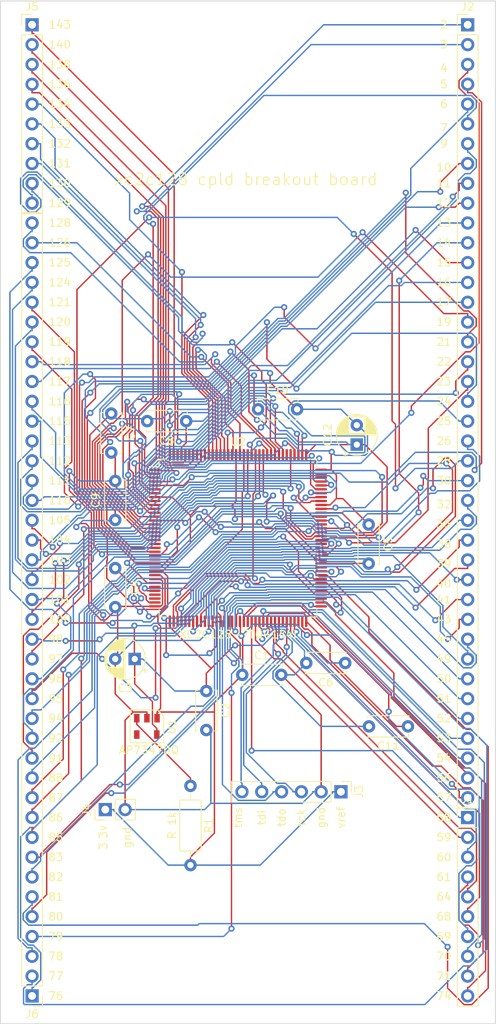
<source format=kicad_pcb>
(kicad_pcb (version 20211014) (generator pcbnew)
  (layers (0 "F.Cu" signal) (31 "B.Cu" signal) (34 "B.Paste" user) (35 "F.Paste" user) (36 "B.SilkS" user "B.Silkscreen") (37 "F.SilkS" user "F.Silkscreen") (38 "B.Mask" user) (39 "F.Mask" user) (44 "Edge.Cuts" user))
  (net 0 "")
  (net 1 "+3.3V")
  (net 2 "GND")
  (net 3 "CPLD_1.8V")
  (net 4 "P58")
  (net 5 "P59")
  (net 6 "P60")
  (net 7 "P61")
  (net 8 "P64")
  (net 9 "P68")
  (net 10 "P69")
  (net 11 "P70")
  (net 12 "P71")
  (net 13 "P74")
  (net 14 "P2")
  (net 15 "P3")
  (net 16 "P4")
  (net 17 "P5")
  (net 18 "P6")
  (net 19 "P7")
  (net 20 "P9")
  (net 21 "P10")
  (net 22 "P11")
  (net 23 "P12")
  (net 24 "P13")
  (net 25 "P14")
  (net 26 "P15")
  (net 27 "P16")
  (net 28 "P17")
  (net 29 "P19")
  (net 30 "P21")
  (net 31 "P22")
  (net 32 "P23")
  (net 33 "P24")
  (net 34 "P25")
  (net 35 "P26")
  (net 36 "P28")
  (net 37 "P30")
  (net 38 "P32")
  (net 39 "P35")
  (net 40 "P38")
  (net 41 "P39")
  (net 42 "P40")
  (net 43 "P41")
  (net 44 "P43")
  (net 45 "P45")
  (net 46 "P49")
  (net 47 "P50")
  (net 48 "P51")
  (net 49 "P52")
  (net 50 "P53")
  (net 51 "P54")
  (net 52 "P56")
  (net 53 "P57")
  (net 54 "Net-(J3-Pad3)")
  (net 55 "Net-(J3-Pad4)")
  (net 56 "Net-(J3-Pad5)")
  (net 57 "Net-(J3-Pad6)")
  (net 58 "P143")
  (net 59 "P140")
  (net 60 "P138")
  (net 61 "P136")
  (net 62 "P134")
  (net 63 "P133")
  (net 64 "P132")
  (net 65 "P131")
  (net 66 "P130")
  (net 67 "P129")
  (net 68 "P76")
  (net 69 "P77")
  (net 70 "P78")
  (net 71 "P79")
  (net 72 "P80")
  (net 73 "P81")
  (net 74 "P82")
  (net 75 "P83")
  (net 76 "P85")
  (net 77 "P86")
  (net 78 "P87")
  (net 79 "P88")
  (net 80 "P91")
  (net 81 "P92")
  (net 82 "P94")
  (net 83 "P95")
  (net 84 "P96")
  (net 85 "P97")
  (net 86 "P98")
  (net 87 "P100")
  (net 88 "P101")
  (net 89 "P102")
  (net 90 "P103")
  (net 91 "P104")
  (net 92 "P105")
  (net 93 "P110")
  (net 94 "P111")
  (net 95 "P112")
  (net 96 "P113")
  (net 97 "P115")
  (net 98 "P116")
  (net 99 "P117")
  (net 100 "P118")
  (net 101 "P119")
  (net 102 "P120")
  (net 103 "P121")
  (net 104 "P124")
  (net 105 "P125")
  (net 106 "P126")
  (net 107 "P128")
  (net 108 "Net-(R1-Pad1)")
  (footprint "Capacitor_THT:C_Disc_D5.0mm_W2.5mm_P5.00mm" (layer "F.Cu") (at 76.668 111.252 180)
    (fp_text reference "C8")
    (fp_text value "0.1F")
  )
  (footprint "Capacitor_THT:C_Disc_D5.0mm_W2.5mm_P5.00mm" (layer "F.Cu") (at 85.892 109.728)
    (fp_text reference "C10")
    (fp_text value "0.1F")
  )
  (footprint "Capacitor_THT:C_Disc_D5.0mm_W2.5mm_P5.00mm" (layer "F.Cu") (at 67.564 123.912 90)
    (fp_text reference "C9")
    (fp_text value "0.1F")
  )
  (footprint "Connector_PinHeader_2.54mm:PinHeader_1x10_P2.54mm_Vertical" (layer "F.Cu") (at 112.776 162.052)
    (fp_text reference "J1")
    (fp_text value "Conn_01x10")
  )
  (footprint "Connector_PinHeader_2.54mm:PinHeader_1x40_P2.54mm_Vertical" (layer "F.Cu") (at 56.896 184.912 180)
    (fp_text reference "J6")
    (fp_text value "Conn_01x40")
  )
  (footprint "Capacitor_THT:C_Disc_D5.0mm_W2.5mm_P5.00mm" (layer "F.Cu") (at 67.056 110.276 -90)
    (fp_text reference "C7")
    (fp_text value "0.1F")
  )
  (footprint "Capacitor_THT:C_Disc_D5.0mm_W2.5mm_P5.00mm" (layer "F.Cu") (at 105.116 150.368 180)
    (fp_text reference "C11")
    (fp_text value "0.1F")
  )
  (footprint "Resistor_THT:R_Axial_DIN0207_L6.3mm_D2.5mm_P10.16mm_Horizontal" (layer "F.Cu") (at 77.216 157.988 -90)
    (fp_text reference "R1")
    (fp_text value "R 1k")
  )
  (footprint "Capacitor_THT:C_Disc_D5.0mm_W2.5mm_P5.00mm" (layer "F.Cu") (at 67.564 130.088 -90)
    (fp_text reference "C4")
    (fp_text value "0.1F")
  )
  (footprint "Package_QFP:TQFP-144_20x20mm_P0.5mm" (layer "F.Cu") (at 83.312 126.238)
    (fp_text reference "U2")
    (fp_text value "XC2C128-7TQG144I")
  )
  (footprint "Capacitor_THT:CP_Radial_D5.0mm_P2.50mm" (layer "F.Cu") (at 70.064 141.732 180)
    (fp_text reference "C3")
    (fp_text value "C_Polarized")
  )
  (footprint "Connector_PinHeader_2.54mm:PinHeader_1x02_P2.54mm_Vertical" (layer "F.Cu") (at 66.289 161.036 90)
    (fp_text reference "J4")
    (fp_text value "Conn_01x02")
  )
  (footprint "Connector_PinHeader_2.54mm:PinHeader_1x40_P2.54mm_Vertical" (layer "F.Cu") (at 112.776 60.457)
    (fp_text reference "J2")
    (fp_text value "Conn_01x40")
  )
  (footprint "Connector_PinHeader_2.54mm:PinHeader_1x06_P2.54mm_Vertical" (layer "F.Cu") (at 96.52 158.75 -90)
    (fp_text reference "J3")
    (fp_text value "Conn_01x06")
  )
  (footprint "Capacitor_THT:C_Disc_D5.0mm_W2.5mm_P5.00mm" (layer "F.Cu") (at 79.248 145.836 -90)
    (fp_text reference "C2")
    (fp_text value "1uF")
  )
  (footprint "Capacitor_THT:CP_Radial_D5.0mm_P2.50mm" (layer "F.Cu") (at 98.552 114.26 90)
    (fp_text reference "C12")
    (fp_text value "C_Polarized")
  )
  (footprint "z80yeet newer:SOT25" (layer "F.Cu") (at 71.628 150.368 180)
    (fp_text reference "U1")
    (fp_text value "AP7347DQ")
  )
  (footprint "Capacitor_THT:C_Disc_D5.0mm_W2.5mm_P5.00mm" (layer "F.Cu") (at 83.86 143.764)
    (fp_text reference "C1")
    (fp_text value "1uF")
  )
  (footprint "Capacitor_THT:C_Disc_D5.0mm_W2.5mm_P5.00mm" (layer "F.Cu") (at 100.076 124.5 -90)
    (fp_text reference "C5")
    (fp_text value "0.1F")
  )
  (footprint "Connector_PinHeader_2.54mm:PinHeader_1x10_P2.54mm_Vertical" (layer "F.Cu") (at 56.896 60.457)
    (fp_text reference "J5")
    (fp_text value "Conn_01x10")
  )
  (footprint "Capacitor_THT:C_Disc_D5.0mm_W2.5mm_P5.00mm" (layer "F.Cu") (at 97.068 142.24 180)
    (fp_text reference "C6")
    (fp_text value "0.1F")
  )
  (gr_line (start 52.832 188.468) (end 52.832 57.404) (layer "Edge.Cuts") (width 0.1))
  (gr_line (start 54.356 57.404) (end 115.316 57.404) (layer "Edge.Cuts") (width 0.1))
  (gr_line (start 115.316 57.404) (end 116.332 57.404) (layer "Edge.Cuts") (width 0.1))
  (gr_line (start 52.832 57.404) (end 54.356 57.404) (layer "Edge.Cuts") (width 0.1))
  (gr_line (start 116.332 188.468) (end 52.832 188.468) (layer "Edge.Cuts") (width 0.1))
  (gr_line (start 116.332 57.404) (end 116.332 188.468) (layer "Edge.Cuts") (width 0.1))
  (gr_text "120" (at 60.452 98.552) (layer "F.SilkS") (effects (font (size 1 1))))
  (gr_text "82" (at 59.944 169.672) (layer "F.SilkS") (effects (font (size 1 1))))
  (gr_text "10" (at 109.728 78.74) (layer "F.SilkS") (effects (font (size 1 1))))
  (gr_text "76" (at 59.944 184.912) (layer "F.SilkS") (effects (font (size 1 1))))
  (gr_text "56" (at 109.728 156.972) (layer "F.SilkS") (effects (font (size 1 1))))
  (gr_text "51" (at 109.728 146.812) (layer "F.SilkS") (effects (font (size 1 1))))
  (gr_text "132" (at 60.452 75.692) (layer "F.SilkS") (effects (font (size 1 1))))
  (gr_text "133" (at 60.452 73.152) (layer "F.SilkS") (effects (font (size 1 1))))
  (gr_text "140" (at 60.452 62.992) (layer "F.SilkS") (effects (font (size 1 1))))
  (gr_text "14" (at 109.728 88.392) (layer "F.SilkS") (effects (font (size 1 1))))
  (gr_text "45" (at 109.728 139.192) (layer "F.SilkS") (effects (font (size 1 1))))
  (gr_text "121" (at 60.452 96.012) (layer "F.SilkS") (effects (font (size 1 1))))
  (gr_text "125" (at 60.452 90.932) (layer "F.SilkS") (effects (font (size 1 1))))
  (gr_text "22" (at 109.728 103.632) (layer "F.SilkS") (effects (font (size 1 1))))
  (gr_text "35" (at 109.728 124.46) (layer "F.SilkS") (effects (font (size 1 1))))
  (gr_text "tms" (at 83.312 162.052 90) (layer "F.SilkS") (effects (font (size 1 1))))
  (gr_text "112" (at 60.452 116.332) (layer "F.SilkS") (effects (font (size 1 1))))
  (gr_text "110" (at 60.452 121.412) (layer "F.SilkS") (effects (font (size 1 1))))
  (gr_text "118" (at 60.452 103.632) (layer "F.SilkS") (effects (font (size 1 1))))
  (gr_text "129" (at 60.452 83.312) (layer "F.SilkS") (effects (font (size 1 1))))
  (gr_text "68" (at 109.728 174.752) (layer "F.SilkS") (effects (font (size 1 1))))
  (gr_text "5" (at 109.728 68.072) (layer "F.SilkS") (effects (font (size 1 1))))
  (gr_text "91" (at 59.944 154.432) (layer "F.SilkS") (effects (font (size 1 1))))
  (gr_text "103" (at 60.452 129.032) (layer "F.SilkS") (effects (font (size 1 1))))
  (gr_text "24" (at 109.728 108.712) (layer "F.SilkS") (effects (font (size 1 1))))
  (gr_text "70" (at 109.728 179.832) (layer "F.SilkS") (effects (font (size 1 1))))
  (gr_text "128" (at 60.452 85.852) (layer "F.SilkS") (effects (font (size 1 1))))
  (gr_text "11" (at 109.728 80.772) (layer "F.SilkS") (effects (font (size 1 1))))
  (gr_text "61" (at 109.728 169.672) (layer "F.SilkS") (effects (font (size 1 1))))
  (gr_text "143" (at 60.452 60.452) (layer "F.SilkS") (effects (font (size 1 1))))
  (gr_text "41" (at 109.728 134.112) (layer "F.SilkS") (effects (font (size 1 1))))
  (gr_text "95" (at 59.944 146.812) (layer "F.SilkS") (effects (font (size 1 1))))
  (gr_text "97" (at 59.944 141.732) (layer "F.SilkS") (effects (font (size 1 1))))
  (gr_text "85" (at 59.944 164.592) (layer "F.SilkS") (effects (font (size 1 1))))
  (gr_text "38" (at 109.728 127) (layer "F.SilkS") (effects (font (size 1 1))))
  (gr_text "19" (at 109.728 98.552) (layer "F.SilkS") (effects (font (size 1 1))))
  (gr_text "57" (at 109.728 159.512) (layer "F.SilkS") (effects (font (size 1 1))))
  (gr_text "43" (at 109.728 136.652) (layer "F.SilkS") (effects (font (size 1 1))))
  (gr_text "86" (at 59.944 162.052) (layer "F.SilkS") (effects (font (size 1 1))))
  (gr_text "17" (at 109.728 96.012) (layer "F.SilkS") (effects (font (size 1 1))))
  (gr_text "117" (at 60.452 106.172) (layer "F.SilkS") (effects (font (size 1 1))))
  (gr_text "7" (at 109.728 73.66) (layer "F.SilkS") (effects (font (size 1 1))))
  (gr_text "9" (at 109.728 75.692) (layer "F.SilkS") (effects (font (size 1 1))))
  (gr_text "4" (at 109.728 66.04) (layer "F.SilkS") (effects (font (size 1 1))))
  (gr_text "119" (at 60.452 101.092) (layer "F.SilkS") (effects (font (size 1 1))))
  (gr_text "138" (at 60.452 65.532) (layer "F.SilkS") (effects (font (size 1 1))))
  (gr_text "vref" (at 96.52 162.052 90) (layer "F.SilkS") (effects (font (size 1 1))))
  (gr_text "3.3v" (at 66.04 164.592 90) (layer "F.SilkS") (effects (font (size 1 1))))
  (gr_text "2" (at 109.728 60.452) (layer "F.SilkS") (effects (font (size 1 1))))
  (gr_text "98" (at 59.944 139.192) (layer "F.SilkS") (effects (font (size 1 1))))
  (gr_text "104" (at 60.452 126.492) (layer "F.SilkS") (effects (font (size 1 1))))
  (gr_text "52" (at 109.728 149.352) (layer "F.SilkS") (effects (font (size 1 1))))
  (gr_text "tdo" (at 88.9 162.052 90) (layer "F.SilkS") (effects (font (size 1 1))))
  (gr_text "12" (at 109.728 83.312) (layer "F.SilkS") (effects (font (size 1 1))))
  (gr_text "15" (at 109.728 90.932) (layer "F.SilkS") (effects (font (size 1 1))))
  (gr_text "64" (at 109.728 172.212) (layer "F.SilkS") (effects (font (size 1 1))))
  (gr_text "49" (at 109.728 141.732) (layer "F.SilkS") (effects (font (size 1 1))))
  (gr_text "39" (at 109.728 129.54) (layer "F.SilkS") (effects (font (size 1 1))))
  (gr_text "87" (at 59.944 159.512) (layer "F.SilkS") (effects (font (size 1 1))))
  (gr_text "105" (at 60.452 123.952) (layer "F.SilkS") (effects (font (size 1 1))))
  (gr_text "124" (at 60.452 93.472) (layer "F.SilkS") (effects (font (size 1 1))))
  (gr_text "88" (at 59.944 156.972) (layer "F.SilkS") (effects (font (size 1 1))))
  (gr_text "131" (at 60.452 78.232) (layer "F.SilkS") (effects (font (size 1 1))))
  (gr_text "58" (at 109.728 162.052) (layer "F.SilkS") (effects (font (size 1 1))))
  (gr_text "25" (at 109.728 111.252) (layer "F.SilkS") (effects (font (size 1 1))))
  (gr_text "71" (at 109.728 182.372) (layer "F.SilkS") (effects (font (size 1 1))))
  (gr_text "21" (at 109.728 101.092) (layer "F.SilkS") (effects (font (size 1 1))))
  (gr_text "96" (at 59.944 144.272) (layer "F.SilkS") (effects (font (size 1 1))))
  (gr_text "3" (at 109.728 62.992) (layer "F.SilkS") (effects (font (size 1 1))))
  (gr_text "13" (at 109.728 85.852) (layer "F.SilkS") (effects (font (size 1 1))))
  (gr_text "30" (at 109.728 118.872) (layer "F.SilkS") (effects (font (size 1 1))))
  (gr_text "53" (at 109.728 151.892) (layer "F.SilkS") (effects (font (size 1 1))))
  (gr_text "102" (at 60.452 131.572) (layer "F.SilkS") (effects (font (size 1 1))))
  (gr_text "tck" (at 91.44 162.052 90) (layer "F.SilkS") (effects (font (size 1 1))))
  (gr_text "23" (at 109.728 106.172) (layer "F.SilkS") (effects (font (size 1 1))))
  (gr_text "83" (at 59.944 167.132) (layer "F.SilkS") (effects (font (size 1 1))))
  (gr_text "111" (at 60.452 118.872) (layer "F.SilkS") (effects (font (size 1 1))))
  (gr_text "gnd" (at 93.98 162.052 90) (layer "F.SilkS") (effects (font (size 1 1))))
  (gr_text "6" (at 109.728 70.612) (layer "F.SilkS") (effects (font (size 1 1))))
  (gr_text "134" (at 60.452 70.612) (layer "F.SilkS") (effects (font (size 1 1))))
  (gr_text "80" (at 59.944 174.752) (layer "F.SilkS") (effects (font (size 1 1))))
  (gr_text "54" (at 109.728 154.432) (layer "F.SilkS") (effects (font (size 1 1))))
  (gr_text "32" (at 109.728 121.92) (layer "F.SilkS") (effects (font (size 1 1))))
  (gr_text "116" (at 60.452 108.712) (layer "F.SilkS") (effects (font (size 1 1))))
  (gr_text "113" (at 60.452 113.792) (layer "F.SilkS") (effects (font (size 1 1))))
  (gr_text "94" (at 59.944 149.352) (layer "F.SilkS") (effects (font (size 1 1))))
  (gr_text "100" (at 60.452 136.652) (layer "F.SilkS") (effects (font (size 1 1))))
  (gr_text "77" (at 59.944 182.372) (layer "F.SilkS") (effects (font (size 1 1))))
  (gr_text "78" (at 59.944 179.832) (layer "F.SilkS") (effects (font (size 1 1))))
  (gr_text "26" (at 109.728 113.792) (layer "F.SilkS") (effects (font (size 1 1))))
  (gr_text "74" (at 109.728 184.912) (layer "F.SilkS") (effects (font (size 1 1))))
  (gr_text "gnd" (at 69.088 164.592 90) (layer "F.SilkS") (effects (font (size 1 1))))
  (gr_text "60" (at 109.728 167.132) (layer "F.SilkS") (effects (font (size 1 1))))
  (gr_text "81" (at 59.944 172.212) (layer "F.SilkS") (effects (font (size 1 1))))
  (gr_text "92" (at 59.944 151.892) (layer "F.SilkS") (effects (font (size 1 1))))
  (gr_text "115" (at 60.452 111.252) (layer "F.SilkS") (effects (font (size 1 1))))
  (gr_text "40" (at 109.728 132.08) (layer "F.SilkS") (effects (font (size 1 1))))
  (gr_text "126" (at 60.452 88.392) (layer "F.SilkS") (effects (font (size 1 1))))
  (gr_text "50" (at 109.728 144.272) (layer "F.SilkS") (effects (font (size 1 1))))
  (gr_text "16" (at 109.728 93.472) (layer "F.SilkS") (effects (font (size 1 1))))
  (gr_text "28" (at 109.728 116.332) (layer "F.SilkS") (effects (font (size 1 1))))
  (gr_text "79" (at 59.944 177.292) (layer "F.SilkS") (effects (font (size 1 1))))
  (gr_text "xc2c128 cpld breakout board" (at 84.328 80.264) (layer "F.SilkS") (effects (font (size 1.5 1.5))))
  (gr_text "69" (at 109.728 177.292) (layer "F.SilkS") (effects (font (size 1 1))))
  (gr_text "59" (at 109.728 164.592) (layer "F.SilkS") (effects (font (size 1 1))))
  (gr_text "101" (at 60.452 134.112) (layer "F.SilkS") (effects (font (size 1 1))))
  (gr_text "136" (at 60.452 68.072) (layer "F.SilkS") (effects (font (size 1 1))))
  (gr_text "tdi" (at 86.36 162.052 90) (layer "F.SilkS") (effects (font (size 1 1))))
  (gr_text "130" (at 60.452 80.772) (layer "F.SilkS") (effects (font (size 1 1))))
  (segment (start 99.5921 114.26) (end 102.4386 117.1065) (width 0.18) (layer "F.Cu") (net 1))
  (segment (start 72.6495 130.488) (end 73.6275 130.488) (width 0.18) (layer "F.Cu") (net 1))
  (segment (start 83.9151 143.7089) (end 83.9151 138.9474) (width 0.18) (layer "F.Cu") (net 1))
  (segment (start 77.216 167.1079) (end 80.2882 164.0357) (width 0.18) (layer "F.Cu") (net 1))
  (segment (start 82.9208 122.601) (end 82.4726 122.1528) (width 0.18) (layer "F.Cu") (net 1))
  (segment (start 78.3744 122.1528) (end 77.1977 123.3295) (width 0.18) (layer "F.Cu") (net 1))
  (segment (start 83.751 138.7833) (end 83.6206 138.6529) (width 0.18) (layer "F.Cu") (net 1))
  (segment (start 69.9462 132.4702) (end 69.9462 133.9544) (width 0.18) (layer "F.Cu") (net 1))
  (segment (start 97.5119 114.26) (end 93.3013 114.26) (width 0.18) (layer "F.Cu") (net 1))
  (segment (start 98.552 114.26) (end 99.5921 114.26) (width 0.18) (layer "F.Cu") (net 1))
  (segment (start 83.6206 138.6529) (end 83.6206 136.9591) (width 0.18) (layer "F.Cu") (net 1))
  (segment (start 96.8786 124.988) (end 93.9745 124.988) (width 0.18) (layer "F.Cu") (net 1))
  (segment (start 73.3784 137.5284) (end 73.0476 137.1976) (width 0.18) (layer "F.Cu") (net 1))
  (segment (start 83.062 115.5755) (end 83.062 121.5634) (width 0.18) (layer "F.Cu") (net 1))
  (segment (start 102.4386 117.1065) (end 102.4386 124.1491) (width 0.18) (layer "F.Cu") (net 1))
  (segment (start 76.062 114.6227) (end 76.668 114.0167) (width 0.18) (layer "F.Cu") (net 1))
  (segment (start 72.928 148.5279) (end 73.3784 148.0775) (width 0.18) (layer "F.Cu") (net 1))
  (segment (start 80.2882 147.3358) (end 83.86 143.764) (width 0.18) (layer "F.Cu") (net 1))
  (segment (start 102.4386 124.1491) (end 100.7173 125.8704) (width 0.18) (layer "F.Cu") (net 1))
  (segment (start 83.9151 138.9474) (end 83.751 138.7833) (width 0.18) (layer "F.Cu") (net 1))
  (segment (start 93.3013 114.26) (end 92.062 115.4993) (width 0.18) (layer "F.Cu") (net 1))
  (segment (start 83.062 121.5634) (end 82.4726 122.1528) (width 0.18) (layer "F.Cu") (net 1))
  (segment (start 83.6206 136.9591) (end 83.562 136.9005) (width 0.18) (layer "F.Cu") (net 1))
  (segment (start 67.564 130.088) (end 69.9462 132.4702) (width 0.18) (layer "F.Cu") (net 1))
  (segment (start 80.2882 164.0357) (end 80.2882 148.5279) (width 0.18) (layer "F.Cu") (net 1))
  (segment (start 98.552 114.26) (end 97.5119 114.26) (width 0.18) (layer "F.Cu") (net 1))
  (segment (start 76.668 114.0167) (end 76.668 111.252) (width 0.18) (layer "F.Cu") (net 1))
  (segment (start 92.062 115.4993) (end 92.062 115.5755) (width 0.18) (layer "F.Cu") (net 1))
  (segment (start 74.8562 120.988) (end 72.6495 120.988) (width 0.18) (layer "F.Cu") (net 1))
  (segment (start 73.0476 137.1976) (end 73.0476 136.2822) (width 0.18) (layer "F.Cu") (net 1))
  (segment (start 73.6275 130.488) (end 74.2877 131.1482) (width 0.18) (layer "F.Cu") (net 1))
  (segment (start 85.3676 109.2036) (end 85.3676 105.3953) (width 0.18) (layer "F.Cu") (net 1))
  (segment (start 100.7173 125.8704) (end 98.607 125.8704) (width 0.18) (layer "F.Cu") (net 1))
  (segment (start 82.9208 123.7977) (end 82.9208 122.601) (width 0.18) (layer "F.Cu") (net 1))
  (segment (start 77.216 168.148) (end 77.216 167.1079) (width 0.18) (layer "F.Cu") (net 1))
  (segment (start 72.928 149.318) (end 72.928 148.5279) (width 0.18) (layer "F.Cu") (net 1))
  (segment (start 83.86 143.764) (end 83.9151 143.7089) (width 0.18) (layer "F.Cu") (net 1))
  (segment (start 85.892 109.728) (end 85.3676 109.2036) (width 0.18) (layer "F.Cu") (net 1))
  (segment (start 77.1977 123.3295) (end 74.8562 120.988) (width 0.18) (layer "F.Cu") (net 1))
  (segment (start 73.0476 136.2822) (end 71.8724 136.2822) (width 0.18) (layer "F.Cu") (net 1))
  (segment (start 74.2877 131.1482) (end 74.2877 135.0421) (width 0.18) (layer "F.Cu") (net 1))
  (segment (start 72.928 148.5279) (end 80.2882 148.5279) (width 0.18) (layer "F.Cu") (net 1))
  (segment (start 76.062 115.5755) (end 76.062 114.6227) (width 0.18) (layer "F.Cu") (net 1))
  (segment (start 77.1977 126.9178) (end 77.1977 123.3295) (width 0.18) (layer "F.Cu") (net 1))
  (segment (start 73.3784 148.0775) (end 73.3784 137.5284) (width 0.18) (layer "F.Cu") (net 1))
  (segment (start 92.868 134.988) (end 92.6726 134.7926) (width 0.18) (layer "F.Cu") (net 1))
  (segment (start 93.9745 134.988) (end 92.868 134.988) (width 0.18) (layer "F.Cu") (net 1))
  (segment (start 74.2877 135.0421) (end 73.0476 136.2822) (width 0.18) (layer "F.Cu") (net 1))
  (segment (start 82.4726 122.1528) (end 78.3744 122.1528) (width 0.18) (layer "F.Cu") (net 1))
  (segment (start 73.6275 130.488) (end 77.1977 126.9178) (width 0.18) (layer "F.Cu") (net 1))
  (segment (start 80.2882 148.5279) (end 80.2882 147.3358) (width 0.18) (layer "F.Cu") (net 1))
  (segment (start 97.3016 124.565) (end 96.8786 124.988) (width 0.18) (layer "F.Cu") (net 1))
  (segment (start 98.607 125.8704) (end 97.3016 124.565) (width 0.18) (layer "F.Cu") (net 1))
  (via (at 97.3016 124.565) (size 0.8) (drill 0.4) (layers "F.Cu" "B.Cu") (net 1))
  (via (at 83.751 138.7833) (size 0.8) (drill 0.4) (layers "F.Cu" "B.Cu") (net 1))
  (via (at 69.9462 133.9544) (size 0.8) (drill 0.4) (layers "F.Cu" "B.Cu") (net 1))
  (via (at 82.9208 123.7977) (size 0.8) (drill 0.4) (layers "F.Cu" "B.Cu") (net 1))
  (via (at 92.6726 134.7926) (size 0.8) (drill 0.4) (layers "F.Cu" "B.Cu") (net 1))
  (via (at 71.8724 136.2822) (size 0.8) (drill 0.4) (layers "F.Cu" "B.Cu") (net 1))
  (via (at 85.3676 105.3953) (size 0.8) (drill 0.4) (layers "F.Cu" "B.Cu") (net 1))
  (segment (start 97.068 142.24) (end 94.8282 142.24) (width 0.18) (layer "B.Cu") (net 1))
  (segment (start 83.1894 134.6253) (end 92.5053 134.6253) (width 0.18) (layer "B.Cu") (net 1))
  (segment (start 85.2507 137.2836) (end 83.751 138.7833) (width 0.18) (layer "B.Cu") (net 1))
  (segment (start 82.9208 123.7977) (end 83.2309 123.4876) (width 0.18) (layer "B.Cu") (net 1))
  (segment (start 97.5119 114.26) (end 97.1818 113.9299) (width 0.18) (layer "B.Cu") (net 1))
  (segment (start 82.6216 135.1931) (end 83.1894 134.6253) (width 0.18) (layer "B.Cu") (net 1))
  (segment (start 71.7076 136.1174) (end 71.7075 136.1174) (width 0.18) (layer "B.Cu") (net 1))
  (segment (start 89.0568 123.7487) (end 89.435 123.3705) (width 0.18) (layer "B.Cu") (net 1))
  (segment (start 96.107 123.3704) (end 97.3016 124.565) (width 0.18) (layer "B.Cu") (net 1))
  (segment (start 67.3791 161.1723) (end 74.3548 168.148) (width 0.18) (layer "B.Cu") (net 1))
  (segment (start 78.8119 111.252) (end 76.668 111.252) (width 0.18) (layer "B.Cu") (net 1))
  (segment (start 82.6216 135.6764) (end 82.6216 135.1931) (width 0.18) (layer "B.Cu") (net 1))
  (segment (start 67.3791 161.036) (end 67.3791 161.1723) (width 0.18) (layer "B.Cu") (net 1))
  (segment (start 94.8282 142.24) (end 91.4668 138.8786) (width 0.18) (layer "B.Cu") (net 1))
  (segment (start 95.4299 158.8863) (end 95.4299 158.75) (width 0.18) (layer "B.Cu") (net 1))
  (segment (start 74.3548 168.148) (end 77.216 168.148) (width 0.18) (layer "B.Cu") (net 1))
  (segment (start 84.6686 105.3953) (end 78.8119 111.252) (width 0.18) (layer "B.Cu") (net 1))
  (segment (start 91.4668 138.0017) (end 90.7487 137.2836) (width 0.18) (layer "B.Cu") (net 1))
  (segment (start 89.435 123.3704) (end 96.107 123.3704) (width 0.18) (layer "B.Cu") (net 1))
  (segment (start 89.5663 112.4685) (end 88.6325 112.4685) (width 0.18) (layer "B.Cu") (net 1))
  (segment (start 66.289 161.036) (end 67.3791 161.036) (width 0.18) (layer "B.Cu") (net 1))
  (segment (start 83.2309 123.4876) (end 88.2654 123.4876) (width 0.18) (layer "B.Cu") (net 1))
  (segment (start 88.2654 123.4876) (end 88.5265 123.7487) (width 0.18) (layer "B.Cu") (net 1))
  (segment (start 88.5265 123.7487) (end 89.0568 123.7487) (width 0.18) (layer "B.Cu") (net 1))
  (segment (start 89.435 123.3705) (end 89.435 123.3704) (width 0.18) (layer "B.Cu") (net 1))
  (segment (start 90.7487 137.2836) (end 85.2507 137.2836) (width 0.18) (layer "B.Cu") (net 1))
  (segment (start 83.86 141.9278) (end 82.3047 140.3725) (width 0.18) (layer "B.Cu") (net 1))
  (segment (start 82.3047 140.3725) (end 82.3047 135.9933) (width 0.18) (layer "B.Cu") (net 1))
  (segment (start 92.5053 134.6253) (end 92.6726 134.7926) (width 0.18) (layer "B.Cu") (net 1))
  (segment (start 82.3047 135.9933) (end 82.6216 135.6764) (width 0.18) (layer "B.Cu") (net 1))
  (segment (start 77.216 168.148) (end 86.1682 168.148) (width 0.18) (layer "B.Cu") (net 1))
  (segment (start 97.1818 113.9299) (end 91.0277 113.9299) (width 0.18) (layer "B.Cu") (net 1))
  (segment (start 98.552 114.26) (end 97.5119 114.26) (width 0.18) (layer "B.Cu") (net 1))
  (segment (start 96.52 158.75) (end 95.4299 158.75) (width 0.18) (layer "B.Cu") (net 1))
  (segment (start 71.7075 135.7157) (end 69.9462 133.9544) (width 0.18) (layer "B.Cu") (net 1))
  (segment (start 86.1682 168.148) (end 95.4299 158.8863) (width 0.18) (layer "B.Cu") (net 1))
  (segment (start 91.0277 113.9299) (end 89.5663 112.4685) (width 0.18) (layer "B.Cu") (net 1))
  (segment (start 85.3676 105.3953) (end 84.6686 105.3953) (width 0.18) (layer "B.Cu") (net 1))
  (segment (start 91.4668 138.8786) (end 91.4668 138.0017) (width 0.18) (layer "B.Cu") (net 1))
  (segment (start 83.86 143.764) (end 83.86 141.9278) (width 0.18) (layer "B.Cu") (net 1))
  (segment (start 71.7075 136.1174) (end 71.7075 135.7157) (width 0.18) (layer "B.Cu") (net 1))
  (segment (start 88.6325 112.4685) (end 85.892 109.728) (width 0.18) (layer "B.Cu") (net 1))
  (segment (start 71.8724 136.2822) (end 71.7076 136.1174) (width 0.18) (layer "B.Cu") (net 1))
  (segment (start 95.9355 118.1607) (end 95.2628 117.488) (width 0.18) (layer "F.Cu") (net 2))
  (segment (start 63.7903 124.3731) (end 63.0247 124.3731) (width 0.18) (layer "F.Cu") (net 2))
  (segment (start 67.564 122.7678) (end 67.564 123.912) (width 0.18) (layer "F.Cu") (net 2))
  (segment (start 87.4308 106.2668) (end 90.892 109.728) (width 0.18) (layer "F.Cu") (net 2))
  (segment (start 101.3006 126.2011) (end 95.1242 126.2011) (width 0.18) (layer "F.Cu") (net 2))
  (segment (start 95.337 115.1941) (end 95.2628 115.2683) (width 0.18) (layer "F.Cu") (net 2))
  (segment (start 67.664 134.988) (end 72.6495 134.988) (width 0.18) (layer "F.Cu") (net 2))
  (segment (start 92.062 136.9005) (end 95.1227 139.9612) (width 0.18) (layer "F.Cu") (net 2))
  (segment (start 67.8738 141.4222) (end 67.8738 135.3978) (width 0.18) (layer "F.Cu") (net 2))
  (segment (start 74.562 115.5755) (end 74.562 111.8104) (width 0.18) (layer "F.Cu") (net 2))
  (segment (start 85.062 114.4933) (end 84.8333 114.2646) (width 0.18) (layer "F.Cu") (net 2))
  (segment (start 87.4308 105.1029) (end 87.4308 106.2668) (width 0.18) (layer "F.Cu") (net 2))
  (segment (start 103.6389 150.368) (end 105.116 150.368) (width 0.18) (layer "F.Cu") (net 2))
  (segment (start 72.6495 131.488) (end 73.353 131.488) (width 0.18) (layer "F.Cu") (net 2))
  (segment (start 79.562 136.9005) (end 79.562 138.1904) (width 0.18) (layer "F.Cu") (net 2))
  (segment (start 71.628 148.5279) (end 69.8721 148.5279) (width 0.18) (layer "F.Cu") (net 2))
  (segment (start 64.3059 113.0261) (end 64.3059 119.5097) (width 0.18) (layer "F.Cu") (net 2))
  (segment (start 94.8373 126.488) (end 93.9745 126.488) (width 0.18) (layer "F.Cu") (net 2))
  (segment (start 67.564 141.732) (end 67.8738 141.4222) (width 0.18) (layer "F.Cu") (net 2))
  (segment (start 69.8721 148.5279) (end 68.829 149.571) (width 0.18) (layer "F.Cu") (net 2))
  (segment (start 64.3059 119.5097) (end 67.564 122.7678) (width 0.18) (layer "F.Cu") (net 2))
  (segment (start 87.3468 137.9191) (end 87.3468 138.4628) (width 0.18) (layer "F.Cu") (net 2))
  (segment (start 67.564 135.088) (end 67.564 135.496) (width 0.18) (layer "F.Cu") (net 2))
  (segment (start 71.628 149.318) (end 71.628 148.5279) (width 0.18) (layer "F.Cu") (net 2))
  (segment (start 64.1735 124.7563) (end 63.7903 124.3731) (width 0.18) (layer "F.Cu") (net 2))
  (segment (start 95.1265 121.988) (end 93.9745 121.988) (width 0.18) (layer "F.Cu") (net 2))
  (segment (start 100.076 124.5) (end 96.755 121.179) (width 0.18) (layer "F.Cu") (net 2))
  (segment (start 63.0247 124.3731) (end 62.5751 124.8227) (width 0.18) (layer "F.Cu") (net 2))
  (segment (start 95.1227 141.8518) (end 103.6389 150.368) (width 0.18) (layer "F.Cu") (net 2))
  (segment (start 95.1242 126.2011) (end 94.8373 126.488) (width 0.18) (layer "F.Cu") (net 2))
  (segment (start 87.062 136.2072) (end 87.3608 135.9084) (width 0.18) (layer "F.Cu") (net 2))
  (segment (start 95.9355 121.179) (end 95.1265 121.988) (width 0.18) (layer "F.Cu") (net 2))
  (segment (start 74.562 111.8104) (end 74.562 109.9744) (width 0.18) (layer "F.Cu") (net 2))
  (segment (start 73.3901 134.988) (end 72.6495 134.988) (width 0.18) (layer "F.Cu") (net 2))
  (segment (start 95.2628 115.2683) (end 95.2628 117.488) (width 0.18) (layer "F.Cu") (net 2))
  (segment (start 68.829 149.571) (end 68.829 161.036) (width 0.18) (layer "F.Cu") (net 2))
  (segment (start 91.754 135.9084) (end 92.062 136.2164) (width 0.18) (layer "F.Cu") (net 2))
  (segment (start 67.056 110.276) (end 64.3059 113.0261) (width 0.18) (layer "F.Cu") (net 2))
  (segment (start 87.062 137.6343) (end 87.3468 137.9191) (width 0.18) (layer "F.Cu") (net 2))
  (segment (start 95.9355 121.179) (end 95.9355 118.1607) (width 0.18) (layer "F.Cu") (net 2))
  (segment (start 93.98 148.884) (end 88.86 143.764) (width 0.18) (layer "F.Cu") (net 2))
  (segment (start 67.564 135.088) (end 67.664 134.988) (width 0.18) (layer "F.Cu") (net 2))
  (segment (start 92.062 136.2164) (end 92.062 136.9005) (width 0.18) (layer "F.Cu") (net 2))
  (segment (start 73.6275 134.7506) (end 73.3901 134.988) (width 0.18) (layer "F.Cu") (net 2))
  (segment (start 87.3468 138.4628) (end 86.6356 139.174) (width 0.18) (layer "F.Cu") (net 2))
  (segment (start 67.564 146.2198) (end 69.8721 148.5279) (width 0.18) (layer "F.Cu") (net 2))
  (segment (start 66.3244 136.7356) (end 65.7449 136.7356) (width 0.18) (layer "F.Cu") (net 2))
  (segment (start 85.062 115.5755) (end 85.062 114.4933) (width 0.18) (layer "F.Cu") (net 2))
  (segment (start 101.3476 126.1541) (end 101.3006 126.2011) (width 0.18) (layer "F.Cu") (net 2))
  (segment (start 87.062 136.9005) (end 87.062 137.6343) (width 0.18) (layer "F.Cu") (net 2))
  (segment (start 95.2628 117.488) (end 93.9745 117.488) (width 0.18) (layer "F.Cu") (net 2))
  (segment (start 64.1735 135.1642) (end 64.1735 124.7563) (width 0.18) (layer "F.Cu") (net 2))
  (segment (start 87.062 136.9005) (end 87.062 136.2072) (width 0.18) (layer "F.Cu") (net 2))
  (segment (start 95.1227 139.9612) (end 95.1227 141.8518) (width 0.18) (layer "F.Cu") (net 2))
  (segment (start 86.6356 139.174) (end 86.4182 139.174) (width 0.18) (layer "F.Cu") (net 2))
  (segment (start 73.353 131.488) (end 73.6275 131.7625) (width 0.18) (layer "F.Cu") (net 2))
  (segment (start 67.564 135.496) (end 66.3244 136.7356) (width 0.18) (layer "F.Cu") (net 2))
  (segment (start 67.564 141.732) (end 67.564 146.2198) (width 0.18) (layer "F.Cu") (net 2))
  (segment (start 93.98 158.75) (end 93.98 148.884) (width 0.18) (layer "F.Cu") (net 2))
  (segment (start 73.6275 131.7625) (end 73.6275 134.7506) (width 0.18) (layer "F.Cu") (net 2))
  (segment (start 65.7449 136.7356) (end 64.1735 135.1642) (width 0.18) (layer "F.Cu") (net 2))
  (segment (start 96.755 121.179) (end 95.9355 121.179) (width 0.18) (layer "F.Cu") (net 2))
  (segment (start 93.9745 126.488) (end 93.9745 126.988) (width 0.18) (layer "F.Cu") (net 2))
  (segment (start 67.8738 135.3978) (end 67.564 135.088) (width 0.18) (layer "F.Cu") (net 2))
  (segment (start 87.3608 135.9084) (end 91.754 135.9084) (width 0.18) (layer "F.Cu") (net 2))
  (via (at 101.3476 126.1541) (size 0.8) (drill 0.4) (layers "F.Cu" "B.Cu") (net 2))
  (via (at 79.562 138.1904) (size 0.8) (drill 0.4) (layers "F.Cu" "B.Cu") (net 2))
  (via (at 87.4308 105.1029) (size 0.8) (drill 0.4) (layers "F.Cu" "B.Cu") (net 2))
  (via (at 95.337 115.1941) (size 0.8) (drill 0.4) (layers "F.Cu" "B.Cu") (net 2))
  (via (at 84.8333 114.2646) (size 0.8) (drill 0.4) (layers "F.Cu" "B.Cu") (net 2))
  (via (at 62.5751 124.8227) (size 0.8) (drill 0.4) (layers "F.Cu" "B.Cu") (net 2))
  (via (at 74.562 111.8104) (size 0.8) (drill 0.4) (layers "F.Cu" "B.Cu") (net 2))
  (via (at 86.4182 139.174) (size 0.8) (drill 0.4) (layers "F.Cu" "B.Cu") (net 2))
  (via (at 74.562 109.9744) (size 0.8) (drill 0.4) (layers "F.Cu" "B.Cu") (net 2))
  (segment (start 86.6279 139.174) (end 86.4182 139.174) (width 0.18) (layer "B.Cu") (net 2))
  (segment (start 95.337 115.1941) (end 95.7732 115.6303) (width 0.18) (layer "B.Cu") (net 2))
  (segment (start 91.8528 140.6653) (end 89.8326 138.6451) (width 0.18) (layer "B.Cu") (net 2))
  (segment (start 98.552 111.76) (end 96.52 109.728) (width 0.18) (layer "B.Cu") (net 2))
  (segment (start 67.564 123.912) (end 67.4859 123.9901) (width 0.18) (layer "B.Cu") (net 2))
  (segment (start 96.52 109.728) (end 90.892 109.728) (width 0.18) (layer "B.Cu") (net 2))
  (segment (start 73.6021 110.9343) (end 74.562 109.9744) (width 0.18) (layer "B.Cu") (net 2))
  (segment (start 88.86 143.764) (end 90.544 143.764) (width 0.18) (layer "B.Cu") (net 2))
  (segment (start 92.068 142.24) (end 91.8528 142.0248) (width 0.18) (layer "B.Cu") (net 2))
  (segment (start 76.216 110.1564) (end 74.562 111.8104) (width 0.18) (layer "B.Cu") (net 2))
  (segment (start 90.544 143.764) (end 92.068 142.24) (width 0.18) (layer "B.Cu") (net 2))
  (segment (start 87.0831 104.7552) (end 84.8418 104.7552) (width 0.18) (layer "B.Cu") (net 2))
  (segment (start 98.6925 111.76) (end 98.552 111.76) (width 0.18) (layer "B.Cu") (net 2))
  (segment (start 78.3956 139.3568) (end 79.562 138.1904) (width 0.18) (layer "B.Cu") (net 2))
  (segment (start 89.6019 113.4379) (end 85.66 113.4379) (width 0.18) (layer "B.Cu") (net 2))
  (segment (start 79.4406 110.1564) (end 76.216 110.1564) (width 0.18) (layer "B.Cu") (net 2))
  (segment (start 92.8899 158.8863) (end 91.5463 160.2299) (width 0.18) (layer "B.Cu") (net 2))
  (segment (start 95.7732 115.6303) (end 99.6093 115.6303) (width 0.18) (layer "B.Cu") (net 2))
  (segment (start 84.8418 104.7552) (end 79.4406 110.1564) (width 0.18) (layer "B.Cu") (net 2))
  (segment (start 67.7143 110.9343) (end 71.668 110.9343) (width 0.18) (layer "B.Cu") (net 2))
  (segment (start 100.076 124.5) (end 100.076 124.8825) (width 0.18) (layer "B.Cu") (net 2))
  (segment (start 67.056 110.276) (end 67.7143 110.9343) (width 0.18) (layer "B.Cu") (net 2))
  (segment (start 99.9223 112.9898) (end 98.6925 111.76) (width 0.18) (layer "B.Cu") (net 2))
  (segment (start 89.259 137.9438) (end 87.8581 137.9438) (width 0.18) (layer "B.Cu") (net 2))
  (segment (start 87.8581 137.9438) (end 86.6279 139.174) (width 0.18) (layer "B.Cu") (net 2))
  (segment (start 91.5463 160.2299) (end 79.8292 160.2299) (width 0.18) (layer "B.Cu") (net 2))
  (segment (start 99.9223 115.3173) (end 99.9223 112.9898) (width 0.18) (layer "B.Cu") (net 2))
  (segment (start 95.2006 115.0577) (end 91.2217 115.0577) (width 0.18) (layer "B.Cu") (net 2))
  (segment (start 93.98 158.75) (end 92.8899 158.75) (width 0.18) (layer "B.Cu") (net 2))
  (segment (start 91.2217 115.0577) (end 89.6019 113.4379) (width 0.18) (layer "B.Cu") (net 2))
  (segment (start 87.4308 105.1029) (end 87.0831 104.7552) (width 0.18) (layer "B.Cu") (net 2))
  (segment (start 100.076 124.8825) (end 101.3476 126.1541) (width 0.18) (layer "B.Cu") (net 2))
  (segment (start 71.668 110.9343) (end 73.6021 110.9343) (width 0.18) (layer "B.Cu") (net 2))
  (segment (start 69.9392 139.3568) (end 78.3956 139.3568) (width 0.18) (layer "B.Cu") (net 2))
  (segment (start 67.564 141.732) (end 69.9392 139.3568) (width 0.18) (layer "B.Cu") (net 2))
  (segment (start 63.4077 123.9901) (end 62.5751 124.8227) (width 0.18) (layer "B.Cu") (net 2))
  (segment (start 67.4859 123.9901) (end 63.4077 123.9901) (width 0.18) (layer "B.Cu") (net 2))
  (segment (start 91.8528 142.0248) (end 91.8528 140.6653) (width 0.18) (layer "B.Cu") (net 2))
  (segment (start 89.8326 138.5174) (end 89.259 137.9438) (width 0.18) (layer "B.Cu") (net 2))
  (segment (start 79.8292 151.4172) (end 79.8292 160.2299) (width 0.18) (layer "B.Cu") (net 2))
  (segment (start 89.8326 138.6451) (end 89.8326 138.5174) (width 0.18) (layer "B.Cu") (net 2))
  (segment (start 71.668 110.9343) (end 71.668 111.252) (width 0.18) (layer "B.Cu") (net 2))
  (segment (start 95.337 115.1941) (end 95.2006 115.0577) (width 0.18) (layer "B.Cu") (net 2))
  (segment (start 99.6093 115.6303) (end 99.9223 115.3173) (width 0.18) (layer "B.Cu") (net 2))
  (segment (start 85.66 113.4379) (end 84.8333 114.2646) (width 0.18) (layer "B.Cu") (net 2))
  (segment (start 79.0231 161.036) (end 68.829 161.036) (width 0.18) (layer "B.Cu") (net 2))
  (segment (start 79.248 150.836) (end 79.8292 151.4172) (width 0.18) (layer "B.Cu") (net 2))
  (segment (start 92.8899 158.75) (end 92.8899 158.8863) (width 0.18) (layer "B.Cu") (net 2))
  (segment (start 79.8292 160.2299) (end 79.0231 161.036) (width 0.18) (layer "B.Cu") (net 2))
  (segment (start 67.056 115.276) (end 67.564 115.784) (width 0.18) (layer "F.Cu") (net 3))
  (segment (start 70.064 144.9201) (end 72.3378 147.1939) (width 0.18) (layer "F.Cu") (net 3))
  (segment (start 82.8253 139.9875) (end 82.9449 139.9875) (width 0.18) (layer "F.Cu") (net 3))
  (segment (start 79.248 143.5648) (end 79.8733 142.9395) (width 0.18) (layer "F.Cu") (net 3))
  (segment (start 72.759 117.5975) (end 75.1258 117.5975) (width 0.18) (layer "F.Cu") (net 3))
  (segment (start 79.8733 142.9395) (end 74.562 137.6282) (width 0.18) (layer "F.Cu") (net 3))
  (segment (start 72.898 151.418) (end 72.898 150.6279) (width 0.18) (layer "F.Cu") (net 3))
  (segment (start 100.064 129.488) (end 93.9745 129.488) (width 0.18) (layer "F.Cu") (net 3))
  (segment (start 61.6851 120.1572) (end 61.6851 117.6596) (width 0.18) (layer "F.Cu") (net 3))
  (segment (start 72.6495 117.488) (end 72.759 117.5975) (width 0.18) (layer "F.Cu") (net 3))
  (segment (start 64.5036 122.9757) (end 61.6851 120.1572) (width 0.18) (layer "F.Cu") (net 3))
  (segment (start 75.1258 117.5975) (end 75.4142 117.8859) (width 0.18) (layer "F.Cu") (net 3))
  (segment (start 79.8733 142.9395) (end 82.8253 139.9875) (width 0.18) (layer "F.Cu") (net 3))
  (segment (start 70.0209 142.2089) (end 70.0209 137.4604) (width 0.18) (layer "F.Cu") (net 3))
  (segment (start 72.3378 147.1939) (end 72.3378 150.0677) (width 0.18) (layer "F.Cu") (net 3))
  (segment (start 67.564 115.784) (end 67.564 118.912) (width 0.18) (layer "F.Cu") (net 3))
  (segment (start 70.064 142.7721) (end 70.064 144.9201) (width 0.18) (layer "F.Cu") (net 3))
  (segment (start 70.064 142.252) (end 70.064 142.7721) (width 0.18) (layer "F.Cu") (net 3))
  (segment (start 100.076 129.5) (end 100.064 129.488) (width 0.18) (layer "F.Cu") (net 3))
  (segment (start 70.064 142.252) (end 70.0209 142.2089) (width 0.18) (layer "F.Cu") (net 3))
  (segment (start 74.562 137.6282) (end 74.562 136.9005) (width 0.18) (layer "F.Cu") (net 3))
  (segment (start 72.3378 150.0677) (end 72.898 150.6279) (width 0.18) (layer "F.Cu") (net 3))
  (segment (start 67.564 119.5915) (end 70.7508 122.7783) (width 0.18) (layer "F.Cu") (net 3))
  (segment (start 64.5036 134.5715) (end 64.5036 122.9757) (width 0.18) (layer "F.Cu") (net 3))
  (segment (start 66.0275 136.0954) (end 64.5036 134.5715) (width 0.18) (layer "F.Cu") (net 3))
  (segment (start 70.064 141.732) (end 70.064 142.252) (width 0.18) (layer "F.Cu") (net 3))
  (segment (start 79.248 145.836) (end 79.248 143.5648) (width 0.18) (layer "F.Cu") (net 3))
  (segment (start 67.564 118.912) (end 67.564 119.5915) (width 0.18) (layer "F.Cu") (net 3))
  (via (at 75.4142 117.8859) (size 0.8) (drill 0.4) (layers "F.Cu" "B.Cu") (net 3))
  (via (at 66.0275 136.0954) (size 0.8) (drill 0.4) (layers "F.Cu" "B.Cu") (net 3))
  (via (at 70.7508 122.7783) (size 0.8) (drill 0.4) (layers "F.Cu" "B.Cu") (net 3))
  (via (at 61.6851 117.6596) (size 0.8) (drill 0.4) (layers "F.Cu" "B.Cu") (net 3))
  (via (at 70.0209 137.4604) (size 0.8) (drill 0.4) (layers "F.Cu" "B.Cu") (net 3))
  (via (at 82.9449 139.9875) (size 0.8) (drill 0.4) (layers "F.Cu" "B.Cu") (net 3))
  (segment (start 66.0275 136.8131) (end 66.9686 137.7542) (width 0.18) (layer "B.Cu") (net 3))
  (segment (start 93.9175 150.368) (end 87.8069 144.2574) (width 0.18) (layer "B.Cu") (net 3))
  (segment (start 89.1222 138.2739) (end 88.2236 138.2739) (width 0.18) (layer "B.Cu") (net 3))
  (segment (start 87.8069 143.329) (end 90.259 140.8769) (width 0.18) (layer "B.Cu") (net 3))
  (segment (start 89.0675 128.33) (end 93.3602 128.33) (width 0.18) (layer "B.Cu") (net 3))
  (segment (start 75.2081 145.836) (end 71.1041 141.732) (width 0.18) (layer "B.Cu") (net 3))
  (segment (start 74.8337 117.8859) (end 75.4142 117.8859) (width 0.18) (layer "B.Cu") (net 3))
  (segment (start 69.7271 137.7542) (end 70.0209 137.4604) (width 0.18) (layer "B.Cu") (net 3))
  (segment (start 90.259 140.8769) (end 90.259 139.5384) (width 0.18) (layer "B.Cu") (net 3))
  (segment (start 88.9908 128.4067) (end 89.0675 128.33) (width 0.18) (layer "B.Cu") (net 3))
  (segment (start 67.564 118.912) (end 62.9375 118.912) (width 0.18) (layer "B.Cu") (net 3))
  (segment (start 72.1663 137.4604) (end 72.4732 137.1535) (width 0.18) (layer "B.Cu") (net 3))
  (segment (start 70.0209 137.4604) (end 72.1663 137.4604) (width 0.18) (layer "B.Cu") (net 3))
  (segment (start 93.3602 128.33) (end 93.9359 128.9057) (width 0.18) (layer "B.Cu") (net 3))
  (segment (start 100.116 150.368) (end 93.9175 150.368) (width 0.18) (layer "B.Cu") (net 3))
  (segment (start 93.9359 128.9057) (end 99.4817 128.9057) (width 0.18) (layer "B.Cu") (net 3))
  (segment (start 89.5025 138.6542) (end 89.1222 138.2739) (width 0.18) (layer "B.Cu") (net 3))
  (segment (start 66.0275 136.0954) (end 66.0275 136.8131) (width 0.18) (layer "B.Cu") (net 3))
  (segment (start 75.4823 137.1535) (end 77.9232 134.7126) (width 0.18) (layer "B.Cu") (net 3))
  (segment (start 74.2646 119.2645) (end 74.2646 118.455) (width 0.18) (layer "B.Cu") (net 3))
  (segment (start 70.7508 122.7783) (end 74.2646 119.2645) (width 0.18) (layer "B.Cu") (net 3))
  (segment (start 77.9232 134.7126) (end 77.9232 132.8337) (width 0.18) (layer "B.Cu") (net 3))
  (segment (start 70.064 141.732) (end 71.1041 141.732) (width 0.18) (layer "B.Cu") (net 3))
  (segment (start 62.9375 118.912) (end 61.6851 117.6596) (width 0.18) (layer "B.Cu") (net 3))
  (segment (start 79.248 145.836) (end 75.2081 145.836) (width 0.18) (layer "B.Cu") (net 3))
  (segment (start 74.2646 118.455) (end 74.8337 117.8859) (width 0.18) (layer "B.Cu") (net 3))
  (segment (start 87.8069 144.2574) (end 87.8069 143.329) (width 0.18) (layer "B.Cu") (net 3))
  (segment (start 88.2236 138.2739) (end 86.51 139.9875) (width 0.18) (layer "B.Cu") (net 3))
  (segment (start 86.51 139.9875) (end 82.9449 139.9875) (width 0.18) (layer "B.Cu") (net 3))
  (segment (start 77.9232 132.8337) (end 82.3502 128.4067) (width 0.18) (layer "B.Cu") (net 3))
  (segment (start 90.259 139.5384) (end 89.5025 138.7819) (width 0.18) (layer "B.Cu") (net 3))
  (segment (start 99.4817 128.9057) (end 100.076 129.5) (width 0.18) (layer "B.Cu") (net 3))
  (segment (start 82.3502 128.4067) (end 88.9908 128.4067) (width 0.18) (layer "B.Cu") (net 3))
  (segment (start 66.9686 137.7542) (end 69.7271 137.7542) (width 0.18) (layer "B.Cu") (net 3))
  (segment (start 89.5025 138.7819) (end 89.5025 138.6542) (width 0.18) (layer "B.Cu") (net 3))
  (segment (start 72.4732 137.1535) (end 75.4823 137.1535) (width 0.18) (layer "B.Cu") (net 3))
  (segment (start 85.062 153.4773) (end 85.062 136.9005) (width 0.18) (layer "F.Cu") (net 4))
  (via (at 85.062 153.4773) (size 0.8) (drill 0.4) (layers "F.Cu" "B.Cu") (net 4))
  (segment (start 103.1112 153.4773) (end 85.062 153.4773) (width 0.18) (layer "B.Cu") (net 4))
  (segment (start 112.776 162.052) (end 111.6859 162.052) (width 0.18) (layer "B.Cu") (net 4))
  (segment (start 111.6859 162.052) (end 103.1112 153.4773) (width 0.18) (layer "B.Cu") (net 4))
  (segment (start 87.9587 141.7128) (end 88.8067 141.7128) (width 0.18) (layer "F.Cu") (net 5))
  (segment (start 112.776 164.592) (end 111.6859 164.592) (width 0.18) (layer "F.Cu") (net 5))
  (segment (start 85.562 139.3161) (end 87.9587 141.7128) (width 0.18) (layer "F.Cu") (net 5))
  (segment (start 85.562 136.9005) (end 85.562 139.3161) (width 0.18) (layer "F.Cu") (net 5))
  (segment (start 88.8067 141.7128) (end 111.6859 164.592) (width 0.18) (layer "F.Cu") (net 5))
  (segment (start 86.062 137.5898) (end 86.062 136.9005) (width 0.18) (layer "F.Cu") (net 6))
  (segment (start 86.6721 138.1999) (end 86.062 137.5898) (width 0.18) (layer "F.Cu") (net 6))
  (via (at 86.6721 138.1999) (size 0.8) (drill 0.4) (layers "F.Cu" "B.Cu") (net 6))
  (segment (start 90.1627 138.5083) (end 90.1627 138.3806) (width 0.18) (layer "B.Cu") (net 6))
  (segment (start 112.9123 166.0419) (end 113.8662 165.088) (width 0.18) (layer "B.Cu") (net 6))
  (segment (start 90.1627 138.3806) (end 89.3958 137.6137) (width 0.18) (layer "B.Cu") (net 6))
  (segment (start 113.6865 160.9013) (end 112.4676 160.9013) (width 0.18) (layer "B.Cu") (net 6))
  (segment (start 112.4676 160.9013) (end 92.1829 140.6166) (width 0.18) (layer "B.Cu") (net 6))
  (segment (start 113.8662 165.088) (end 113.8662 161.081) (width 0.18) (layer "B.Cu") (net 6))
  (segment (start 112.776 166.0419) (end 112.9123 166.0419) (width 0.18) (layer "B.Cu") (net 6))
  (segment (start 92.1829 140.5285) (end 90.1627 138.5083) (width 0.18) (layer "B.Cu") (net 6))
  (segment (start 87.2583 137.6137) (end 86.6721 138.1999) (width 0.18) (layer "B.Cu") (net 6))
  (segment (start 113.8662 161.081) (end 113.6865 160.9013) (width 0.18) (layer "B.Cu") (net 6))
  (segment (start 112.776 167.132) (end 112.776 166.0419) (width 0.18) (layer "B.Cu") (net 6))
  (segment (start 92.1829 140.6166) (end 92.1829 140.5285) (width 0.18) (layer "B.Cu") (net 6))
  (segment (start 89.3958 137.6137) (end 87.2583 137.6137) (width 0.18) (layer "B.Cu") (net 6))
  (segment (start 86.562 136.9005) (end 86.562 135.5956) (width 0.18) (layer "F.Cu") (net 7))
  (segment (start 114.1086 177.0511) (end 114.1086 178.418) (width 0.18) (layer "F.Cu") (net 7))
  (segment (start 112.776 169.672) (end 112.776 170.7621) (width 0.18) (layer "F.Cu") (net 7))
  (segment (start 112.6397 170.7621) (end 111.6504 171.7514) (width 0.18) (layer "F.Cu") (net 7))
  (segment (start 112.3064 175.8422) (end 112.8997 175.8422) (width 0.18) (layer "F.Cu") (net 7))
  (segment (start 111.6504 175.1862) (end 112.3064 175.8422) (width 0.18) (layer "F.Cu") (net 7))
  (segment (start 112.8997 175.8422) (end 114.1086 177.0511) (width 0.18) (layer "F.Cu") (net 7))
  (segment (start 111.6504 171.7514) (end 111.6504 175.1862) (width 0.18) (layer "F.Cu") (net 7))
  (segment (start 112.776 170.7621) (end 112.6397 170.7621) (width 0.18) (layer "F.Cu") (net 7))
  (via (at 86.562 135.5956) (size 0.8) (drill 0.4) (layers "F.Cu" "B.Cu") (net 7))
  (via (at 114.1086 178.418) (size 0.8) (drill 0.4) (layers "F.Cu" "B.Cu") (net 7))
  (segment (start 114.9067 177.6199) (end 114.9067 155.0011) (width 0.18) (layer "B.Cu") (net 7))
  (segment (start 111.5722 153.2914) (end 94.0436 135.7628) (width 0.18) (layer "B.Cu") (net 7))
  (segment (start 94.0436 135.7628) (end 86.7292 135.7628) (width 0.18) (layer "B.Cu") (net 7))
  (segment (start 114.9067 155.0011) (end 113.197 153.2914) (width 0.18) (layer "B.Cu") (net 7))
  (segment (start 114.1086 178.418) (end 114.9067 177.6199) (width 0.18) (layer "B.Cu") (net 7))
  (segment (start 113.197 153.2914) (end 111.5722 153.2914) (width 0.18) (layer "B.Cu") (net 7))
  (segment (start 86.7292 135.7628) (end 86.562 135.5956) (width 0.18) (layer "B.Cu") (net 7))
  (segment (start 113.1976 163.411) (end 111.6813 163.411) (width 0.18) (layer "F.Cu") (net 8))
  (segment (start 88.062 137.7004) (end 88.062 136.9005) (width 0.18) (layer "F.Cu") (net 8))
  (segment (start 112.9123 171.1219) (end 113.9044 170.1298) (width 0.18) (layer "F.Cu") (net 8))
  (segment (start 89.1077 140.8374) (end 89.1077 140.6441) (width 0.18) (layer "F.Cu") (net 8))
  (segment (start 89.1077 140.6441) (end 88.2222 139.7586) (width 0.18) (layer "F.Cu") (net 8))
  (segment (start 88.2222 137.8606) (end 88.062 137.7004) (width 0.18) (layer "F.Cu") (net 8))
  (segment (start 113.9044 164.1178) (end 113.1976 163.411) (width 0.18) (layer "F.Cu") (net 8))
  (segment (start 88.2222 139.7586) (end 88.2222 137.8606) (width 0.18) (layer "F.Cu") (net 8))
  (segment (start 112.776 172.212) (end 112.776 171.1219) (width 0.18) (layer "F.Cu") (net 8))
  (segment (start 111.6813 163.411) (end 89.1077 140.8374) (width 0.18) (layer "F.Cu") (net 8))
  (segment (start 112.776 171.1219) (end 112.9123 171.1219) (width 0.18) (layer "F.Cu") (net 8))
  (segment (start 113.9044 170.1298) (end 113.9044 164.1178) (width 0.18) (layer "F.Cu") (net 8))
  (segment (start 90.062 138.414) (end 112.5493 160.9013) (width 0.18) (layer "F.Cu") (net 9))
  (segment (start 112.776 174.752) (end 112.776 173.6619) (width 0.18) (layer "F.Cu") (net 9))
  (segment (start 90.062 136.9005) (end 90.062 138.414) (width 0.18) (layer "F.Cu") (net 9))
  (segment (start 114.2911 172.2831) (end 112.9123 173.6619) (width 0.18) (layer "F.Cu") (net 9))
  (segment (start 112.9123 173.6619) (end 112.776 173.6619) (width 0.18) (layer "F.Cu") (net 9))
  (segment (start 113.7019 160.9013) (end 114.2911 161.4905) (width 0.18) (layer "F.Cu") (net 9))
  (segment (start 112.5493 160.9013) (end 113.7019 160.9013) (width 0.18) (layer "F.Cu") (net 9))
  (segment (start 114.2911 161.4905) (end 114.2911 172.2831) (width 0.18) (layer "F.Cu") (net 9))
  (segment (start 90.562 136.9005) (end 90.562 138.0022) (width 0.18) (layer "F.Cu") (net 10))
  (segment (start 90.562 138.0022) (end 90.8029 138.2431) (width 0.18) (layer "F.Cu") (net 10))
  (via (at 90.8029 138.2431) (size 0.8) (drill 0.4) (layers "F.Cu" "B.Cu") (net 10))
  (segment (start 112.6397 176.2019) (end 111.6516 175.2138) (width 0.18) (layer "B.Cu") (net 10))
  (segment (start 112.776 177.292) (end 112.776 176.2019) (width 0.18) (layer "B.Cu") (net 10))
  (segment (start 92.513 140.4682) (end 92.513 140.3917) (width 0.18) (layer "B.Cu") (net 10))
  (segment (start 114.2213 167.2729) (end 114.2213 159.3942) (width 0.18) (layer "B.Cu") (net 10))
  (segment (start 92.513 140.3917) (end 90.8029 138.6816) (width 0.18) (layer "B.Cu") (net 10))
  (segment (start 110.4537 158.4089) (end 92.513 140.4682) (width 0.18) (layer "B.Cu") (net 10))
  (segment (start 112.6211 168.237) (end 113.2572 168.237) (width 0.18) (layer "B.Cu") (net 10))
  (segment (start 113.236 158.4089) (end 110.4537 158.4089) (width 0.18) (layer "B.Cu") (net 10))
  (segment (start 114.2213 159.3942) (end 113.236 158.4089) (width 0.18) (layer "B.Cu") (net 10))
  (segment (start 113.2572 168.237) (end 114.2213 167.2729) (width 0.18) (layer "B.Cu") (net 10))
  (segment (start 111.6516 175.2138) (end 111.6516 169.2065) (width 0.18) (layer "B.Cu") (net 10))
  (segment (start 90.8029 138.6816) (end 90.8029 138.2431) (width 0.18) (layer "B.Cu") (net 10))
  (segment (start 112.776 176.2019) (end 112.6397 176.2019) (width 0.18) (layer "B.Cu") (net 10))
  (segment (start 111.6516 169.2065) (end 112.6211 168.237) (width 0.18) (layer "B.Cu") (net 10))
  (segment (start 91.062 136.9005) (end 91.062 137.5969) (width 0.18) (layer "F.Cu") (net 11))
  (segment (start 91.062 137.5969) (end 92.1234 138.6583) (width 0.18) (layer "F.Cu") (net 11))
  (segment (start 92.1234 138.6583) (end 92.1519 138.6583) (width 0.18) (layer "F.Cu") (net 11))
  (via (at 92.1519 138.6583) (size 0.8) (drill 0.4) (layers "F.Cu" "B.Cu") (net 11))
  (segment (start 112.8796 178.7418) (end 112.8796 178.7419) (width 0.18) (layer "B.Cu") (net 11))
  (segment (start 95.1807 138.6583) (end 112.2294 155.707) (width 0.18) (layer "B.Cu") (net 11))
  (segment (start 114.5672 157.2002) (end 114.5672 177.0542) (width 0.18) (layer "B.Cu") (net 11))
  (segment (start 114.5672 177.0542) (end 112.8796 178.7418) (width 0.18) (layer "B.Cu") (net 11))
  (segment (start 92.1519 138.6583) (end 95.1807 138.6583) (width 0.18) (layer "B.Cu") (net 11))
  (segment (start 113.074 155.707) (end 114.5672 157.2002) (width 0.18) (layer "B.Cu") (net 11))
  (segment (start 112.8796 178.7419) (end 112.776 178.7419) (width 0.18) (layer "B.Cu") (net 11))
  (segment (start 112.776 179.832) (end 112.776 178.7419) (width 0.18) (layer "B.Cu") (net 11))
  (segment (start 112.2294 155.707) (end 113.074 155.707) (width 0.18) (layer "B.Cu") (net 11))
  (segment (start 91.8378 137.9058) (end 91.562 137.63) (width 0.18) (layer "F.Cu") (net 12))
  (segment (start 114.7487 179.4455) (end 114.7487 159.8778) (width 0.18) (layer "F.Cu") (net 12))
  (segment (start 92.3048 137.9058) (end 91.8378 137.9058) (width 0.18) (layer "F.Cu") (net 12))
  (segment (start 109.3822 155.4595) (end 108.2635 155.4595) (width 0.18) (layer "F.Cu") (net 12))
  (segment (start 114.7487 159.8778) (end 113.1179 158.247) (width 0.18) (layer "F.Cu") (net 12))
  (segment (start 92.792 138.393) (end 92.3048 137.9058) (width 0.18) (layer "F.Cu") (net 12))
  (segment (start 112.1697 158.247) (end 109.3822 155.4595) (width 0.18) (layer "F.Cu") (net 12))
  (segment (start 91.562 137.63) (end 91.562 136.9005) (width 0.18) (layer "F.Cu") (net 12))
  (segment (start 112.9123 181.2819) (end 114.7487 179.4455) (width 0.18) (layer "F.Cu") (net 12))
  (segment (start 113.1179 158.247) (end 112.1697 158.247) (width 0.18) (layer "F.Cu") (net 12))
  (segment (start 92.792 139.988) (end 92.792 138.393) (width 0.18) (layer "F.Cu") (net 12))
  (segment (start 112.776 182.372) (end 112.776 181.2819) (width 0.18) (layer "F.Cu") (net 12))
  (segment (start 108.2635 155.4595) (end 92.792 139.988) (width 0.18) (layer "F.Cu") (net 12))
  (segment (start 112.776 181.2819) (end 112.9123 181.2819) (width 0.18) (layer "F.Cu") (net 12))
  (segment (start 113.074 155.707) (end 115.0788 157.7118) (width 0.18) (layer "F.Cu") (net 13))
  (segment (start 115.0788 157.7118) (end 115.0788 181.6554) (width 0.18) (layer "F.Cu") (net 13))
  (segment (start 112.49 155.707) (end 113.074 155.707) (width 0.18) (layer "F.Cu") (net 13))
  (segment (start 112.776 184.912) (end 112.776 183.8219) (width 0.18) (layer "F.Cu") (net 13))
  (segment (start 103.308 146.525) (end 112.49 155.707) (width 0.18) (layer "F.Cu") (net 13))
  (segment (start 93.9745 134.488) (end 94.6953 134.488) (width 0.18) (layer "F.Cu") (net 13))
  (segment (start 95.8289 136.0552) (end 103.308 143.5343) (width 0.18) (layer "F.Cu") (net 13))
  (segment (start 95.8289 135.6216) (end 95.8289 136.0552) (width 0.18) (layer "F.Cu") (net 13))
  (segment (start 112.9123 183.8219) (end 112.776 183.8219) (width 0.18) (layer "F.Cu") (net 13))
  (segment (start 94.6953 134.488) (end 95.8289 135.6216) (width 0.18) (layer "F.Cu") (net 13))
  (segment (start 115.0788 181.6554) (end 112.9123 183.8219) (width 0.18) (layer "F.Cu") (net 13))
  (segment (start 103.308 143.5343) (end 103.308 146.525) (width 0.18) (layer "F.Cu") (net 13))
  (segment (start 71.0312 83.724) (end 71.0312 83.7239) (width 0.18) (layer "F.Cu") (net 14))
  (segment (start 72.6495 117.988) (end 71.8909 117.988) (width 0.18) (layer "F.Cu") (net 14))
  (segment (start 71.941 83.724) (end 71.0312 83.724) (width 0.18) (layer "F.Cu") (net 14))
  (segment (start 73.3971 108.2272) (end 73.3971 85.1801) (width 0.18) (layer "F.Cu") (net 14))
  (segment (start 71.6656 117.156) (end 72.8365 115.9851) (width 0.18) (layer "F.Cu") (net 14))
  (segment (start 72.8365 108.7878) (end 73.3971 108.2272) (width 0.18) (layer "F.Cu") (net 14))
  (segment (start 71.8909 117.988) (end 71.6656 117.7627) (width 0.18) (layer "F.Cu") (net 14))
  (segment (start 72.8365 115.9851) (end 72.8365 108.7878) (width 0.18) (layer "F.Cu") (net 14))
  (segment (start 73.3971 85.1801) (end 71.941 83.724) (width 0.18) (layer "F.Cu") (net 14))
  (segment (start 71.6656 117.7627) (end 71.6656 117.156) (width 0.18) (layer "F.Cu") (net 14))
  (via (at 71.0312 83.7239) (size 0.8) (drill 0.4) (layers "F.Cu" "B.Cu") (net 14))
  (segment (start 112.776 60.457) (end 94.2981 60.457) (width 0.18) (layer "B.Cu") (net 14))
  (segment (start 94.2981 60.457) (end 71.0312 83.7239) (width 0.18) (layer "B.Cu") (net 14))
  (segment (start 72.1141 84.364) (end 70.3268 84.364) (width 0.18) (layer "F.Cu") (net 15))
  (segment (start 71.4716 113.3064) (end 70.5901 112.4249) (width 0.18) (layer "F.Cu") (net 15))
  (segment (start 70.5901 110.5419) (end 73.067 108.065) (width 0.18) (layer "F.Cu") (net 15))
  (segment (start 70.5901 112.4249) (end 70.5901 110.5419) (width 0.18) (layer "F.Cu") (net 15))
  (segment (start 71.4716 114.4289) (end 71.4716 113.3064) (width 0.18) (layer "F.Cu") (net 15))
  (segment (start 71.9069 118.488) (end 71.3295 117.9106) (width 0.18) (layer "F.Cu") (net 15))
  (segment (start 72.6495 118.488) (end 71.9069 118.488) (width 0.18) (layer "F.Cu") (net 15))
  (segment (start 71.3295 114.571) (end 71.4716 114.4289) (width 0.18) (layer "F.Cu") (net 15))
  (segment (start 71.3295 117.9106) (end 71.3295 114.571) (width 0.18) (layer "F.Cu") (net 15))
  (segment (start 73.067 108.065) (end 73.067 85.3169) (width 0.18) (layer "F.Cu") (net 15))
  (segment (start 73.067 85.3169) (end 72.1141 84.364) (width 0.18) (layer "F.Cu") (net 15))
  (via (at 70.3268 84.364) (size 0.8) (drill 0.4) (layers "F.Cu" "B.Cu") (net 15))
  (segment (start 70.3268 84.364) (end 71.3181 84.364) (width 0.18) (layer "B.Cu") (net 15))
  (segment (start 92.6851 62.997) (end 112.776 62.997) (width 0.18) (layer "B.Cu") (net 15))
  (segment (start 71.3181 84.364) (end 92.6851 62.997) (width 0.18) (layer "B.Cu") (net 15))
  (segment (start 112.6397 66.6271) (end 111.6639 67.6029) (width 0.18) (layer "F.Cu") (net 16))
  (segment (start 114.2258 70.5039) (end 114.2258 101.2386) (width 0.18) (layer "F.Cu") (net 16))
  (segment (start 74.6368 118.988) (end 74.9047 118.7201) (width 0.18) (layer "F.Cu") (net 16))
  (segment (start 112.6138 69.5013) (end 113.2232 69.5013) (width 0.18) (layer "F.Cu") (net 16))
  (segment (start 105.5501 109.3131) (end 105.5501 110.1741) (width 0.18) (layer "F.Cu") (net 16))
  (segment (start 113.2232 69.5013) (end 114.2258 70.5039) (width 0.18) (layer "F.Cu") (net 16))
  (segment (start 113.0974 102.367) (end 112.4962 102.367) (width 0.18) (layer "F.Cu") (net 16))
  (segment (start 112.776 65.537) (end 112.776 66.6271) (width 0.18) (layer "F.Cu") (net 16))
  (segment (start 111.6639 67.6029) (end 111.6639 68.5514) (width 0.18) (layer "F.Cu") (net 16))
  (segment (start 112.776 66.6271) (end 112.6397 66.6271) (width 0.18) (layer "F.Cu") (net 16))
  (segment (start 111.6639 68.5514) (end 112.6138 69.5013) (width 0.18) (layer "F.Cu") (net 16))
  (segment (start 112.4962 102.367) (end 105.5501 109.3131) (width 0.18) (layer "F.Cu") (net 16))
  (segment (start 114.2258 101.2386) (end 113.0974 102.367) (width 0.18) (layer "F.Cu") (net 16))
  (segment (start 72.6495 118.988) (end 74.6368 118.988) (width 0.18) (layer "F.Cu") (net 16))
  (via (at 74.9047 118.7201) (size 0.8) (drill 0.4) (layers "F.Cu" "B.Cu") (net 16))
  (via (at 105.5501 110.1741) (size 0.8) (drill 0.4) (layers "F.Cu" "B.Cu") (net 16))
  (segment (start 99.0561 116.6681) (end 80.026 116.6681) (width 0.18) (layer "B.Cu") (net 16))
  (segment (start 75.724 118.72) (end 75.724 118.7201) (width 0.18) (layer "B.Cu") (net 16))
  (segment (start 80.026 116.6681) (end 79.226 117.4681) (width 0.18) (layer "B.Cu") (net 16))
  (segment (start 75.724 118.7201) (end 74.9047 118.7201) (width 0.18) (layer "B.Cu") (net 16))
  (segment (start 76.9759 117.4681) (end 75.724 118.72) (width 0.18) (layer "B.Cu") (net 16))
  (segment (start 79.226 117.4681) (end 76.9759 117.4681) (width 0.18) (layer "B.Cu") (net 16))
  (segment (start 105.5501 110.1741) (end 99.0561 116.6681) (width 0.18) (layer "B.Cu") (net 16))
  (segment (start 114.5589 70.3701) (end 113.3559 69.1671) (width 0.18) (layer "F.Cu") (net 17))
  (segment (start 76.3281 119.488) (end 77.3778 118.4383) (width 0.18) (layer "F.Cu") (net 17))
  (segment (start 114.5589 116.6377) (end 114.5589 70.3701) (width 0.18) (layer "F.Cu") (net 17))
  (segment (start 112.776 68.077) (end 112.776 69.1671) (width 0.18) (layer "F.Cu") (net 17))
  (segment (start 72.6495 119.488) (end 76.3281 119.488) (width 0.18) (layer "F.Cu") (net 17))
  (segment (start 113.6712 117.5254) (end 114.5589 116.6377) (width 0.18) (layer "F.Cu") (net 17))
  (segment (start 113.3559 69.1671) (end 112.776 69.1671) (width 0.18) (layer "F.Cu") (net 17))
  (via (at 77.3778 118.4383) (size 0.8) (drill 0.4) (layers "F.Cu" "B.Cu") (net 17))
  (via (at 113.6712 117.5254) (size 0.8) (drill 0.4) (layers "F.Cu" "B.Cu") (net 17))
  (segment (start 77.4839 118.3322) (end 77.3778 118.4383) (width 0.18) (layer "B.Cu") (net 17))
  (segment (start 96.429 117.916) (end 79.7119 117.916) (width 0.18) (layer "B.Cu") (net 17))
  (segment (start 113.6712 117.5254) (end 113.8662 117.3304) (width 0.18) (layer "B.Cu") (net 17))
  (segment (start 113.8662 117.3304) (end 113.8662 115.8113) (width 0.18) (layer "B.Cu") (net 17))
  (segment (start 113.8662 115.8113) (end 113.3017 115.2468) (width 0.18) (layer "B.Cu") (net 17))
  (segment (start 79.2957 118.3322) (end 77.4839 118.3322) (width 0.18) (layer "B.Cu") (net 17))
  (segment (start 102.2541 119.0542) (end 97.5672 119.0542) (width 0.18) (layer "B.Cu") (net 17))
  (segment (start 97.5672 119.0542) (end 96.429 117.916) (width 0.18) (layer "B.Cu") (net 17))
  (segment (start 113.3017 115.2468) (end 106.0615 115.2468) (width 0.18) (layer "B.Cu") (net 17))
  (segment (start 106.0615 115.2468) (end 102.2541 119.0542) (width 0.18) (layer "B.Cu") (net 17))
  (segment (start 79.7119 117.916) (end 79.2957 118.3322) (width 0.18) (layer "B.Cu") (net 17))
  (segment (start 70.9994 119.0479) (end 70.9994 114.0097) (width 0.18) (layer "F.Cu") (net 18))
  (segment (start 71.9395 119.988) (end 70.9994 119.0479) (width 0.18) (layer "F.Cu") (net 18))
  (segment (start 72.6495 119.988) (end 71.9395 119.988) (width 0.18) (layer "F.Cu") (net 18))
  (segment (start 70.9994 114.0097) (end 70.7756 113.7859) (width 0.18) (layer "F.Cu") (net 18))
  (via (at 70.7756 113.7859) (size 0.8) (drill 0.4) (layers "F.Cu" "B.Cu") (net 18))
  (segment (start 68.0711 113.7859) (end 70.7756 113.7859) (width 0.18) (layer "B.Cu") (net 18))
  (segment (start 105.4771 82.2592) (end 89.3113 98.425) (width 0.18) (layer "B.Cu") (net 18))
  (segment (start 112.776 70.617) (end 112.776 71.7071) (width 0.18) (layer "B.Cu") (net 18))
  (segment (start 89.3113 98.425) (end 88.5697 98.425) (width 0.18) (layer "B.Cu") (net 18))
  (segment (start 112.6395 71.7071) (end 105.4771 78.8695) (width 0.18) (layer "B.Cu") (net 18))
  (segment (start 79.8642 107.1305) (end 68.1742 107.1305) (width 0.18) (layer "B.Cu") (net 18))
  (segment (start 112.776 71.7071) (end 112.6395 71.7071) (width 0.18) (layer "B.Cu") (net 18))
  (segment (start 68.1742 107.1305) (end 65.6137 109.691) (width 0.18) (layer "B.Cu") (net 18))
  (segment (start 105.4771 78.8695) (end 105.4771 82.2592) (width 0.18) (layer "B.Cu") (net 18))
  (segment (start 88.5697 98.425) (end 79.8642 107.1305) (width 0.18) (layer "B.Cu") (net 18))
  (segment (start 65.6137 111.3285) (end 68.0711 113.7859) (width 0.18) (layer "B.Cu") (net 18))
  (segment (start 65.6137 109.691) (end 65.6137 111.3285) (width 0.18) (layer "B.Cu") (net 18))
  (segment (start 72.6495 120.488) (end 71.9462 120.488) (width 0.18) (layer "F.Cu") (net 19))
  (segment (start 70.6693 119.2111) (end 70.6693 114.6934) (width 0.18) (layer "F.Cu") (net 19))
  (segment (start 72.4269 108.2382) (end 72.4269 85.9714) (width 0.18) (layer "F.Cu") (net 19))
  (segment (start 70.6693 114.6934) (end 70.101 114.1251) (width 0.18) (layer "F.Cu") (net 19))
  (segment (start 70.101 110.5641) (end 72.4269 108.2382) (width 0.18) (layer "F.Cu") (net 19))
  (segment (start 70.101 114.1251) (end 70.101 110.5641) (width 0.18) (layer "F.Cu") (net 19))
  (segment (start 71.9462 120.488) (end 70.6693 119.2111) (width 0.18) (layer "F.Cu") (net 19))
  (via (at 72.4269 85.9714) (size 0.8) (drill 0.4) (layers "F.Cu" "B.Cu") (net 19))
  (segment (start 112.8889 72.0669) (end 112.776 72.0669) (width 0.18) (layer "B.Cu") (net 19))
  (segment (start 113.2574 69.5121) (end 113.8764 70.1311) (width 0.18) (layer "B.Cu") (net 19))
  (segment (start 112.776 73.157) (end 112.776 72.0669) (width 0.18) (layer "B.Cu") (net 19))
  (segment (start 71.2325 85.3946) (end 71.2325 84.9166) (width 0.18) (layer "B.Cu") (net 19))
  (segment (start 113.8764 70.1311) (end 113.8764 71.0794) (width 0.18) (layer "B.Cu") (net 19))
  (segment (start 113.8764 71.0794) (end 112.8889 72.0669) (width 0.18) (layer "B.Cu") (net 19))
  (segment (start 71.2325 84.9166) (end 86.637 69.5121) (width 0.18) (layer "B.Cu") (net 19))
  (segment (start 71.8093 85.9714) (end 71.2325 85.3946) (width 0.18) (layer "B.Cu") (net 19))
  (segment (start 86.637 69.5121) (end 113.2574 69.5121) (width 0.18) (layer "B.Cu") (net 19))
  (segment (start 72.4269 85.9714) (end 71.8093 85.9714) (width 0.18) (layer "B.Cu") (net 19))
  (segment (start 71.9318 121.488) (end 70.2013 119.7575) (width 0.18) (layer "F.Cu") (net 20))
  (segment (start 72.6495 121.488) (end 71.9318 121.488) (width 0.18) (layer "F.Cu") (net 20))
  (segment (start 70.2013 116.8257) (end 70.0292 116.6536) (width 0.18) (layer "F.Cu") (net 20))
  (segment (start 70.2013 119.7575) (end 70.2013 116.8257) (width 0.18) (layer "F.Cu") (net 20))
  (via (at 70.0292 116.6536) (size 0.8) (drill 0.4) (layers "F.Cu" "B.Cu") (net 20))
  (segment (start 112.9123 76.7871) (end 113.8833 77.7581) (width 0.18) (layer "B.Cu") (net 20))
  (segment (start 113.8833 77.7581) (end 113.8833 78.7231) (width 0.18) (layer "B.Cu") (net 20))
  (segment (start 78.2002 112.3306) (end 75.1428 112.3306) (width 0.18) (layer "B.Cu") (net 20))
  (segment (start 84.4953 106.0355) (end 78.2002 112.3306) (width 0.18) (layer "B.Cu") (net 20))
  (segment (start 113.8833 78.7231) (end 113.0735 79.5329) (width 0.18) (layer "B.Cu") (net 20))
  (segment (start 111.5063 80.4726) (end 111.5063 82.7503) (width 0.18) (layer "B.Cu") (net 20))
  (segment (start 75.1428 112.3306) (end 70.8198 116.6536) (width 0.18) (layer "B.Cu") (net 20))
  (segment (start 112.776 75.697) (end 112.776 76.7871) (width 0.18) (layer "B.Cu") (net 20))
  (segment (start 111.5063 82.7503) (end 88.2211 106.0355) (width 0.18) (layer "B.Cu") (net 20))
  (segment (start 112.446 79.5329) (end 111.5063 80.4726) (width 0.18) (layer "B.Cu") (net 20))
  (segment (start 88.2211 106.0355) (end 84.4953 106.0355) (width 0.18) (layer "B.Cu") (net 20))
  (segment (start 113.0735 79.5329) (end 112.446 79.5329) (width 0.18) (layer "B.Cu") (net 20))
  (segment (start 70.8198 116.6536) (end 70.0292 116.6536) (width 0.18) (layer "B.Cu") (net 20))
  (segment (start 112.776 76.7871) (end 112.9123 76.7871) (width 0.18) (layer "B.Cu") (net 20))
  (segment (start 69.8712 117.8856) (end 69.3891 117.4035) (width 0.18) (layer "F.Cu") (net 21))
  (segment (start 109.262 80.6609) (end 109.262 81.8459) (width 0.18) (layer "F.Cu") (net 21))
  (segment (start 69.3891 112.8435) (end 69.7543 112.4783) (width 0.18) (layer "F.Cu") (net 21))
  (segment (start 71.9399 121.988) (end 69.8712 119.9193) (width 0.18) (layer "F.Cu") (net 21))
  (segment (start 72.6495 121.988) (end 71.9399 121.988) (width 0.18) (layer "F.Cu") (net 21))
  (segment (start 69.7543 112.4783) (end 69.7543 109.9313) (width 0.18) (layer "F.Cu") (net 21))
  (segment (start 112.776 78.237) (end 111.6859 78.237) (width 0.18) (layer "F.Cu") (net 21))
  (segment (start 69.3891 117.4035) (end 69.3891 112.8435) (width 0.18) (layer "F.Cu") (net 21))
  (segment (start 111.6859 78.237) (end 109.262 80.6609) (width 0.18) (layer "F.Cu") (net 21))
  (segment (start 69.8712 119.9193) (end 69.8712 117.8856) (width 0.18) (layer "F.Cu") (net 21))
  (segment (start 69.7543 109.9313) (end 69.8449 109.8407) (width 0.18) (layer "F.Cu") (net 21))
  (via (at 69.8449 109.8407) (size 0.8) (drill 0.4) (layers "F.Cu" "B.Cu") (net 21))
  (via (at 109.262 81.8459) (size 0.8) (drill 0.4) (layers "F.Cu" "B.Cu") (net 21))
  (segment (start 79.028 108.4336) (end 75.4973 108.4336) (width 0.18) (layer "B.Cu") (net 21))
  (segment (start 69.845 109.8407) (end 69.8449 109.8407) (width 0.18) (layer "B.Cu") (net 21))
  (segment (start 89.4481 98.7551) (end 88.7065 98.7551) (width 0.18) (layer "B.Cu") (net 21))
  (segment (start 109.262 81.8459) (end 106.3573 81.8459) (width 0.18) (layer "B.Cu") (net 21))
  (segment (start 88.7065 98.7551) (end 79.028 108.4336) (width 0.18) (layer "B.Cu") (net 21))
  (segment (start 74.8772 107.8135) (end 70.9387 107.8135) (width 0.18) (layer "B.Cu") (net 21))
  (segment (start 106.3573 81.8459) (end 89.4481 98.7551) (width 0.18) (layer "B.Cu") (net 21))
  (segment (start 75.4973 108.4336) (end 74.8772 107.8135) (width 0.18) (layer "B.Cu") (net 21))
  (segment (start 69.845 108.9072) (end 69.845 109.8407) (width 0.18) (layer "B.Cu") (net 21))
  (segment (start 70.9387 107.8135) (end 69.845 108.9072) (width 0.18) (layer "B.Cu") (net 21))
  (segment (start 111.6859 80.777) (end 111.6859 81.656) (width 0.18) (layer "F.Cu") (net 22))
  (segment (start 72.6495 122.488) (end 71.8732 122.488) (width 0.18) (layer "F.Cu") (net 22))
  (segment (start 69.2311 119.8459) (end 69.2311 118.1508) (width 0.18) (layer "F.Cu") (net 22))
  (segment (start 71.8732 122.488) (end 69.2311 119.8459) (width 0.18) (layer "F.Cu") (net 22))
  (segment (start 111.6859 81.656) (end 110.8633 82.4786) (width 0.18) (layer "F.Cu") (net 22))
  (segment (start 112.776 80.777) (end 111.6859 80.777) (width 0.18) (layer "F.Cu") (net 22))
  (via (at 69.2311 118.1508) (size 0.8) (drill 0.4) (layers "F.Cu" "B.Cu") (net 22))
  (via (at 110.8633 82.4786) (size 0.8) (drill 0.4) (layers "F.Cu" "B.Cu") (net 22))
  (segment (start 73.9151 112.1031) (end 70.275 115.7432) (width 0.18) (layer "B.Cu") (net 22))
  (segment (start 79.3761 109.754) (end 75.7131 109.754) (width 0.18) (layer "B.Cu") (net 22))
  (segment (start 84.9999 104.1302) (end 79.3761 109.754) (width 0.18) (layer "B.Cu") (net 22))
  (segment (start 110.8633 82.4786) (end 110.8633 82.9264) (width 0.18) (layer "B.Cu") (net 22))
  (segment (start 70.275 115.7432) (end 70.034 115.7432) (width 0.18) (layer "B.Cu") (net 22))
  (segment (start 89.6595 104.1302) (end 84.9999 104.1302) (width 0.18) (layer "B.Cu") (net 22))
  (segment (start 75.7131 109.754) (end 73.9151 111.552) (width 0.18) (layer "B.Cu") (net 22))
  (segment (start 110.8633 82.9264) (end 89.6595 104.1302) (width 0.18) (layer "B.Cu") (net 22))
  (segment (start 73.9151 111.552) (end 73.9151 112.1031) (width 0.18) (layer "B.Cu") (net 22))
  (segment (start 69.2311 116.5461) (end 69.2311 118.1508) (width 0.18) (layer "B.Cu") (net 22))
  (segment (start 70.034 115.7432) (end 69.2311 116.5461) (width 0.18) (layer "B.Cu") (net 22))
  (segment (start 68.5777 118.4483) (end 68.5777 113.188) (width 0.18) (layer "F.Cu") (net 23))
  (segment (start 69.4242 110.3252) (end 69.2048 110.1058) (width 0.18) (layer "F.Cu") (net 23))
  (segment (start 112.776 83.317) (end 111.6859 83.317) (width 0.18) (layer "F.Cu") (net 23))
  (segment (start 68.8364 118.707) (end 68.5777 118.4483) (width 0.18) (layer "F.Cu") (net 23))
  (segment (start 72.6495 122.988) (end 71.8823 122.988) (width 0.18) (layer "F.Cu") (net 23))
  (segment (start 111.6859 83.317) (end 111.171 83.8319) (width 0.18) (layer "F.Cu") (net 23))
  (segment (start 111.171 83.8319) (end 109.0525 83.8319) (width 0.18) (layer "F.Cu") (net 23))
  (segment (start 68.5777 113.188) (end 69.4242 112.3415) (width 0.18) (layer "F.Cu") (net 23))
  (segment (start 70.3267 108.4537) (end 71.2211 108.4537) (width 0.18) (layer "F.Cu") (net 23))
  (segment (start 71.8823 122.988) (end 68.8364 119.9421) (width 0.18) (layer "F.Cu") (net 23))
  (segment (start 69.2048 109.5756) (end 70.3267 108.4537) (width 0.18) (layer "F.Cu") (net 23))
  (segment (start 69.4242 112.3415) (end 69.4242 110.3252) (width 0.18) (layer "F.Cu") (net 23))
  (segment (start 68.8364 119.9421) (end 68.8364 118.707) (width 0.18) (layer "F.Cu") (net 23))
  (segment (start 69.2048 110.1058) (end 69.2048 109.5756) (width 0.18) (layer "F.Cu") (net 23))
  (via (at 109.0525 83.8319) (size 0.8) (drill 0.4) (layers "F.Cu" "B.Cu") (net 23))
  (via (at 71.2211 108.4537) (size 0.8) (drill 0.4) (layers "F.Cu" "B.Cu") (net 23))
  (segment (start 109.0525 83.8319) (end 104.8382 83.8319) (width 0.18) (layer "B.Cu") (net 23))
  (segment (start 79.1648 108.7637) (end 71.5311 108.7637) (width 0.18) (layer "B.Cu") (net 23))
  (segment (start 88.8433 99.0852) (end 79.1648 108.7637) (width 0.18) (layer "B.Cu") (net 23))
  (segment (start 71.5311 108.7637) (end 71.2211 108.4537) (width 0.18) (layer "B.Cu") (net 23))
  (segment (start 89.5849 99.0852) (end 88.8433 99.0852) (width 0.18) (layer "B.Cu") (net 23))
  (segment (start 104.8382 83.8319) (end 89.5849 99.0852) (width 0.18) (layer "B.Cu") (net 23))
  (segment (start 70.0603 122.9277) (end 70.0603 123.0016) (width 0.18) (layer "F.Cu") (net 24))
  (segment (start 65.9759 114.8729) (end 65.9759 118.8433) (width 0.18) (layer "F.Cu") (net 24))
  (segment (start 66.9242 113.9246) (end 65.9759 114.8729) (width 0.18) (layer "F.Cu") (net 24))
  (segment (start 65.9759 118.8433) (end 70.0603 122.9277) (width 0.18) (layer "F.Cu") (net 24))
  (segment (start 70.5467 123.488) (end 72.6495 123.488) (width 0.18) (layer "F.Cu") (net 24))
  (segment (start 70.0603 123.0016) (end 70.5467 123.488) (width 0.18) (layer "F.Cu") (net 24))
  (segment (start 89.2347 97.9121) (end 89.2347 96.6517) (width 0.18) (layer "F.Cu") (net 24))
  (segment (start 93.2559 101.9333) (end 89.2347 97.9121) (width 0.18) (layer "F.Cu") (net 24))
  (via (at 93.2559 101.9333) (size 0.8) (drill 0.4) (layers "F.Cu" "B.Cu") (net 24))
  (via (at 89.2347 96.6517) (size 0.8) (drill 0.4) (layers "F.Cu" "B.Cu") (net 24))
  (via (at 66.9242 113.9246) (size 0.8) (drill 0.4) (layers "F.Cu" "B.Cu") (net 24))
  (segment (start 87.9975 96.6517) (end 82.9853 101.6639) (width 0.18) (layer "B.Cu") (net 24))
  (segment (start 79.4538 106.1402) (end 64.8606 106.1402) (width 0.18) (layer "B.Cu") (net 24))
  (segment (start 82.9853 101.6639) (end 82.9853 102.6087) (width 0.18) (layer "B.Cu") (net 24))
  (segment (start 64.8606 106.1402) (end 63.7308 107.27) (width 0.18) (layer "B.Cu") (net 24))
  (segment (start 63.7308 107.27) (end 63.7308 110.7312) (width 0.18) (layer "B.Cu") (net 24))
  (segment (start 82.9853 102.6087) (end 79.4538 106.1402) (width 0.18) (layer "B.Cu") (net 24))
  (segment (start 89.2347 96.6517) (end 87.9975 96.6517) (width 0.18) (layer "B.Cu") (net 24))
  (segment (start 112.776 85.857) (end 109.3322 85.857) (width 0.18) (layer "B.Cu") (net 24))
  (segment (start 109.3322 85.857) (end 93.2559 101.9333) (width 0.18) (layer "B.Cu") (net 24))
  (segment (start 63.7308 110.7312) (end 66.9242 113.9246) (width 0.18) (layer "B.Cu") (net 24))
  (segment (start 106.4795 120.4561) (end 106.4796 120.4561) (width 0.18) (layer "F.Cu") (net 25))
  (segment (start 103.9932 93.2451) (end 103.9932 117.9698) (width 0.18) (layer "F.Cu") (net 25))
  (segment (start 103.9932 117.9698) (end 106.4795 120.4561) (width 0.18) (layer "F.Cu") (net 25))
  (segment (start 72.6495 123.988) (end 76.2592 123.988) (width 0.18) (layer "F.Cu") (net 25))
  (segment (start 81.1107 124.7956) (end 80.9709 124.7956) (width 0.18) (layer "F.Cu") (net 25))
  (segment (start 76.2592 123.988) (end 76.5576 124.2864) (width 0.18) (layer "F.Cu") (net 25))
  (segment (start 80.9709 124.7956) (end 79.0291 122.8538) (width 0.18) (layer "F.Cu") (net 25))
  (segment (start 106.4796 120.4561) (end 106.4796 122.9359) (width 0.18) (layer "F.Cu") (net 25))
  (via (at 76.5576 124.2864) (size 0.8) (drill 0.4) (layers "F.Cu" "B.Cu") (net 25))
  (via (at 106.4796 122.9359) (size 0.8) (drill 0.4) (layers "F.Cu" "B.Cu") (net 25))
  (via (at 79.0291 122.8538) (size 0.8) (drill 0.4) (layers "F.Cu" "B.Cu") (net 25))
  (via (at 81.1107 124.7956) (size 0.8) (drill 0.4) (layers "F.Cu" "B.Cu") (net 25))
  (via (at 103.9932 93.2451) (size 0.8) (drill 0.4) (layers "F.Cu" "B.Cu") (net 25))
  (segment (start 81.1107 124.7956) (end 81.1428 124.8277) (width 0.18) (layer "B.Cu") (net 25))
  (segment (start 77.9946 122.8538) (end 79.0291 122.8538) (width 0.18) (layer "B.Cu") (net 25))
  (segment (start 92.8919 124.0306) (end 94.5061 125.6448) (width 0.18) (layer "B.Cu") (net 25))
  (segment (start 87.6386 124.8277) (end 88.0574 124.4089) (width 0.18) (layer "B.Cu") (net 25))
  (segment (start 103.9932 93.2451) (end 108.8413 88.397) (width 0.18) (layer "B.Cu") (net 25))
  (segment (start 102.2796 127.1359) (end 106.4796 122.9359) (width 0.18) (layer "B.Cu") (net 25))
  (segment (start 94.5061 125.6448) (end 96.0342 125.6448) (width 0.18) (layer "B.Cu") (net 25))
  (segment (start 96.0342 125.6448) (end 96.3643 125.9749) (width 0.18) (layer "B.Cu") (net 25))
  (segment (start 98.2995 125.9749) (end 99.4605 127.1359) (width 0.18) (layer "B.Cu") (net 25))
  (segment (start 108.8413 88.397) (end 112.776 88.397) (width 0.18) (layer "B.Cu") (net 25))
  (segment (start 81.1428 124.8277) (end 87.6386 124.8277) (width 0.18) (layer "B.Cu") (net 25))
  (segment (start 88.0574 124.4089) (end 89.3304 124.4089) (width 0.18) (layer "B.Cu") (net 25))
  (segment (start 99.4605 127.1359) (end 102.2796 127.1359) (width 0.18) (layer "B.Cu") (net 25))
  (segment (start 76.5576 124.2864) (end 76.562 124.2864) (width 0.18) (layer "B.Cu") (net 25))
  (segment (start 89.3304 124.4089) (end 89.7087 124.0306) (width 0.18) (layer "B.Cu") (net 25))
  (segment (start 96.3643 125.9749) (end 98.2995 125.9749) (width 0.18) (layer "B.Cu") (net 25))
  (segment (start 89.7087 124.0306) (end 92.8919 124.0306) (width 0.18) (layer "B.Cu") (net 25))
  (segment (start 76.562 124.2864) (end 77.9946 122.8538) (width 0.18) (layer "B.Cu") (net 25))
  (segment (start 67.718 113.2537) (end 66.6703 113.2537) (width 0.18) (layer "F.Cu") (net 26))
  (segment (start 68.8747 109.0003) (end 68.8747 110.9659) (width 0.18) (layer "F.Cu") (net 26))
  (segment (start 69.7144 123.0506) (end 69.7144 123.1236) (width 0.18) (layer "F.Cu") (net 26))
  (segment (start 68.8747 110.9659) (end 69.0941 111.1853) (width 0.18) (layer "F.Cu") (net 26))
  (segment (start 65.6263 118.9625) (end 69.7144 123.0506) (width 0.18) (layer "F.Cu") (net 26))
  (segment (start 69.0941 111.8776) (end 67.718 113.2537) (width 0.18) (layer "F.Cu") (net 26))
  (segment (start 69.0941 111.1853) (end 69.0941 111.8776) (width 0.18) (layer "F.Cu") (net 26))
  (segment (start 69.0985 108.7765) (end 68.8747 109.0003) (width 0.18) (layer "F.Cu") (net 26))
  (segment (start 110.2799 90.937) (end 106.0957 86.7528) (width 0.18) (layer "F.Cu") (net 26))
  (segment (start 71.0788 124.488) (end 72.6495 124.488) (width 0.18) (layer "F.Cu") (net 26))
  (segment (start 112.776 90.937) (end 110.2799 90.937) (width 0.18) (layer "F.Cu") (net 26))
  (segment (start 69.7144 123.1236) (end 71.0788 124.488) (width 0.18) (layer "F.Cu") (net 26))
  (segment (start 66.6703 113.2537) (end 65.6263 114.2977) (width 0.18) (layer "F.Cu") (net 26))
  (segment (start 65.6263 114.2977) (end 65.6263 118.9625) (width 0.18) (layer "F.Cu") (net 26))
  (via (at 106.0957 86.7528) (size 0.8) (drill 0.4) (layers "F.Cu" "B.Cu") (net 26))
  (via (at 69.0985 108.7765) (size 0.8) (drill 0.4) (layers "F.Cu" "B.Cu") (net 26))
  (segment (start 106.0957 86.7528) (end 93.4332 99.4153) (width 0.18) (layer "B.Cu") (net 26))
  (segment (start 93.4332 99.4153) (end 88.9801 99.4153) (width 0.18) (layer "B.Cu") (net 26))
  (segment (start 69.0985 110.0204) (end 69.0985 108.7765) (width 0.18) (layer "B.Cu") (net 26))
  (segment (start 88.9801 99.4153) (end 79.3016 109.0938) (width 0.18) (layer "B.Cu") (net 26))
  (segment (start 72.121 109.0938) (end 70.694 110.5208) (width 0.18) (layer "B.Cu") (net 26))
  (segment (start 70.694 110.5208) (end 69.5989 110.5208) (width 0.18) (layer "B.Cu") (net 26))
  (segment (start 79.3016 109.0938) (end 72.121 109.0938) (width 0.18) (layer "B.Cu") (net 26))
  (segment (start 69.5989 110.5208) (end 69.0985 110.0204) (width 0.18) (layer "B.Cu") (net 26))
  (segment (start 69.3843 123.2604) (end 71.1119 124.988) (width 0.18) (layer "F.Cu") (net 27))
  (segment (start 71.1119 124.988) (end 72.6495 124.988) (width 0.18) (layer "F.Cu") (net 27))
  (segment (start 68.454 112.0328) (end 67.5739 112.9129) (width 0.18) (layer "F.Cu") (net 27))
  (segment (start 68.454 111.5961) (end 68.454 112.0328) (width 0.18) (layer "F.Cu") (net 27))
  (segment (start 65.2962 114.1609) (end 65.2962 119.0993) (width 0.18) (layer "F.Cu") (net 27))
  (segment (start 66.5442 112.9129) (end 65.2962 114.1609) (width 0.18) (layer "F.Cu") (net 27))
  (segment (start 67.5739 112.9129) (end 66.5442 112.9129) (width 0.18) (layer "F.Cu") (net 27))
  (segment (start 69.3843 123.1874) (end 69.3843 123.2604) (width 0.18) (layer "F.Cu") (net 27))
  (segment (start 65.2962 119.0993) (end 69.3843 123.1874) (width 0.18) (layer "F.Cu") (net 27))
  (via (at 68.454 111.5961) (size 0.8) (drill 0.4) (layers "F.Cu" "B.Cu") (net 27))
  (segment (start 70.0323 115.2434) (end 70.2427 115.2434) (width 0.18) (layer "B.Cu") (net 27))
  (segment (start 112.776 93.477) (end 104.6665 93.477) (width 0.18) (layer "B.Cu") (net 27))
  (segment (start 68.5604 118.4145) (end 68.5604 116.7153) (width 0.18) (layer "B.Cu") (net 27))
  (segment (start 104.6665 93.4771) (end 104.2584 93.8852) (width 0.18) (layer "B.Cu") (net 27))
  (segment (start 104.6665 93.477) (end 104.6665 93.4771) (width 0.18) (layer "B.Cu") (net 27))
  (segment (start 84.6321 106.3656) (end 78.0069 112.9908) (width 0.18) (layer "B.Cu") (net 27))
  (segment (start 69.4974 111.5961) (end 68.454 111.5961) (width 0.18) (layer "B.Cu") (net 27))
  (segment (start 70.2427 115.2434) (end 71.4572 114.0289) (width 0.18) (layer "B.Cu") (net 27))
  (segment (start 90.1436 106.3656) (end 84.6321 106.3656) (width 0.18) (layer "B.Cu") (net 27))
  (segment (start 71.4572 113.5559) (end 69.4974 111.5961) (width 0.18) (layer "B.Cu") (net 27))
  (segment (start 69.4708 118.843) (end 68.9889 118.843) (width 0.18) (layer "B.Cu") (net 27))
  (segment (start 104.2584 93.8852) (end 102.624 93.8852) (width 0.18) (layer "B.Cu") (net 27))
  (segment (start 68.5604 116.7153) (end 70.0323 115.2434) (width 0.18) (layer "B.Cu") (net 27))
  (segment (start 102.624 93.8852) (end 90.1436 106.3656) (width 0.18) (layer "B.Cu") (net 27))
  (segment (start 71.4572 114.0289) (end 71.4572 113.5559) (width 0.18) (layer "B.Cu") (net 27))
  (segment (start 78.0069 112.9908) (end 75.0598 112.9908) (width 0.18) (layer "B.Cu") (net 27))
  (segment (start 70.9636 117.3502) (end 69.4708 118.843) (width 0.18) (layer "B.Cu") (net 27))
  (segment (start 68.9889 118.843) (end 68.5604 118.4145) (width 0.18) (layer "B.Cu") (net 27))
  (segment (start 75.0598 112.9908) (end 70.9636 117.087) (width 0.18) (layer "B.Cu") (net 27))
  (segment (start 70.9636 117.087) (end 70.9636 117.3502) (width 0.18) (layer "B.Cu") (net 27))
  (segment (start 69.0542 123.3242) (end 69.0542 123.3972) (width 0.18) (layer "F.Cu") (net 28))
  (segment (start 71.145 125.488) (end 72.6495 125.488) (width 0.18) (layer "F.Cu") (net 28))
  (segment (start 66.8286 112.1616) (end 64.9661 114.0241) (width 0.18) (layer "F.Cu") (net 28))
  (segment (start 75.5717 107.9842) (end 75.5717 113.7119) (width 0.18) (layer "F.Cu") (net 28))
  (segment (start 64.9661 114.0241) (end 64.9661 119.2361) (width 0.18) (layer "F.Cu") (net 28))
  (segment (start 75.5717 113.7119) (end 75.7168 113.857) (width 0.18) (layer "F.Cu") (net 28))
  (segment (start 64.9661 119.2361) (end 69.0542 123.3242) (width 0.18) (layer "F.Cu") (net 28))
  (segment (start 67.3676 112.1616) (end 66.8286 112.1616) (width 0.18) (layer "F.Cu") (net 28))
  (segment (start 69.0542 123.3972) (end 71.145 125.488) (width 0.18) (layer "F.Cu") (net 28))
  (segment (start 75.7624 107.7935) (end 75.5717 107.9842) (width 0.18) (layer "F.Cu") (net 28))
  (via (at 75.7624 107.7935) (size 0.8) (drill 0.4) (layers "F.Cu" "B.Cu") (net 28))
  (via (at 67.3676 112.1616) (size 0.8) (drill 0.4) (layers "F.Cu" "B.Cu") (net 28))
  (via (at 75.7168 113.857) (size 0.8) (drill 0.4) (layers "F.Cu" "B.Cu") (net 28))
  (segment (start 112.776 96.017) (end 111.6859 96.017) (width 0.18) (layer "B.Cu") (net 28))
  (segment (start 65.9627 110.7567) (end 65.9627 109.8262) (width 0.18) (layer "B.Cu") (net 28))
  (segment (start 77.6076 113.857) (end 75.7168 113.857) (width 0.18) (layer "B.Cu") (net 28))
  (segment (start 68.3055 107.4834) (end 75.4523 107.4834) (width 0.18) (layer "B.Cu") (net 28))
  (segment (start 67.3676 112.1616) (end 65.9627 110.7567) (width 0.18) (layer "B.Cu") (net 28))
  (segment (start 90.0328 106.9433) (end 84.5213 106.9433) (width 0.18) (layer "B.Cu") (net 28))
  (segment (start 84.5213 106.9433) (end 77.6076 113.857) (width 0.18) (layer "B.Cu") (net 28))
  (segment (start 111.6859 96.017) (end 100.9591 96.017) (width 0.18) (layer "B.Cu") (net 28))
  (segment (start 75.4523 107.4834) (end 75.7624 107.7935) (width 0.18) (layer "B.Cu") (net 28))
  (segment (start 100.9591 96.017) (end 90.0328 106.9433) (width 0.18) (layer "B.Cu") (net 28))
  (segment (start 65.9627 109.8262) (end 68.3055 107.4834) (width 0.18) (layer "B.Cu") (net 28))
  (segment (start 112.776 98.557) (end 112.776 97.4669) (width 0.18) (layer "F.Cu") (net 29))
  (segment (start 67.3022 111.5215) (end 67.0018 111.5215) (width 0.18) (layer "F.Cu") (net 29))
  (segment (start 68.4584 110.3653) (end 67.3022 111.5215) (width 0.18) (layer "F.Cu") (net 29))
  (segment (start 71.7802 89.8771) (end 68.4584 93.1989) (width 0.18) (layer "F.Cu") (net 29))
  (segment (start 68.4584 93.1989) (end 68.4584 110.3653) (width 0.18) (layer "F.Cu") (net 29))
  (segment (start 71.6781 126.488) (end 72.6495 126.488) (width 0.18) (layer "F.Cu") (net 29))
  (segment (start 64.636 119.3729) (end 68.7241 123.461) (width 0.18) (layer "F.Cu") (net 29))
  (segment (start 64.636 113.8873) (end 64.636 119.3729) (width 0.18) (layer "F.Cu") (net 29))
  (segment (start 68.7241 123.461) (end 68.7241 123.534) (width 0.18) (layer "F.Cu") (net 29))
  (segment (start 109.7127 97.4669) (end 99.2978 87.052) (width 0.18) (layer "F.Cu") (net 29))
  (segment (start 67.0018 111.5215) (end 64.636 113.8873) (width 0.18) (layer "F.Cu") (net 29))
  (segment (start 112.776 97.4669) (end 109.7127 97.4669) (width 0.18) (layer "F.Cu") (net 29))
  (segment (start 68.7241 123.534) (end 71.6781 126.488) (width 0.18) (layer "F.Cu") (net 29))
  (via (at 71.7802 89.8771) (size 0.8) (drill 0.4) (layers "F.Cu" "B.Cu") (net 29))
  (via (at 99.2978 87.052) (size 0.8) (drill 0.4) (layers "F.Cu" "B.Cu") (net 29))
  (segment (start 71.7802 89.8771) (end 74.7005 92.7974) (width 0.18) (layer "B.Cu") (net 29))
  (segment (start 93.5524 92.7974) (end 99.2978 87.052) (width 0.18) (layer "B.Cu") (net 29))
  (segment (start 74.7005 92.7974) (end 93.5524 92.7974) (width 0.18) (layer "B.Cu") (net 29))
  (segment (start 104.837 89.6745) (end 104.837 81.9772) (width 0.18) (layer "F.Cu") (net 30))
  (segment (start 112.776 101.097) (end 112.776 100.0069) (width 0.18) (layer "F.Cu") (net 30))
  (segment (start 112.9123 100.0069) (end 113.8732 99.046) (width 0.18) (layer "F.Cu") (net 30))
  (segment (start 63.9758 110.5904) (end 63.9758 119.6465) (width 0.18) (layer "F.Cu") (net 30))
  (segment (start 69.6216 127.488) (end 72.6495 127.488) (width 0.18) (layer "F.Cu") (net 30))
  (segment (start 112.9128 97.1367) (end 112.2992 97.1367) (width 0.18) (layer "F.Cu") (net 30))
  (segment (start 64.3709 110.1953) (end 63.9758 110.5904) (width 0.18) (layer "F.Cu") (net 30))
  (segment (start 63.9758 119.6465) (end 66.4842 122.1549) (width 0.18) (layer "F.Cu") (net 30))
  (segment (start 113.8732 99.046) (end 113.8732 98.0971) (width 0.18) (layer "F.Cu") (net 30))
  (segment (start 112.776 100.0069) (end 112.9123 100.0069) (width 0.18) (layer "F.Cu") (net 30))
  (segment (start 113.8732 98.0971) (end 112.9128 97.1367) (width 0.18) (layer "F.Cu") (net 30))
  (segment (start 112.2992 97.1367) (end 104.837 89.6745) (width 0.18) (layer "F.Cu") (net 30))
  (segment (start 66.4842 124.3506) (end 69.6216 127.488) (width 0.18) (layer "F.Cu") (net 30))
  (segment (start 66.4842 122.1549) (end 66.4842 124.3506) (width 0.18) (layer "F.Cu") (net 30))
  (via (at 104.837 81.9772) (size 0.8) (drill 0.4) (layers "F.Cu" "B.Cu") (net 30))
  (via (at 64.3709 110.1953) (size 0.8) (drill 0.4) (layers "F.Cu" "B.Cu") (net 30))
  (segment (start 104.837 82.4324) (end 89.1745 98.0949) (width 0.18) (layer "B.Cu") (net 30))
  (segment (start 79.7274 106.8004) (end 67.7658 106.8004) (width 0.18) (layer "B.Cu") (net 30))
  (segment (start 104.837 81.9772) (end 104.837 82.4324) (width 0.18) (layer "B.Cu") (net 30))
  (segment (start 89.1745 98.0949) (end 88.4329 98.0949) (width 0.18) (layer "B.Cu") (net 30))
  (segment (start 88.4329 98.0949) (end 79.7274 106.8004) (width 0.18) (layer "B.Cu") (net 30))
  (segment (start 67.7658 106.8004) (end 64.3709 110.1953) (width 0.18) (layer "B.Cu") (net 30))
  (segment (start 65.0277 105.9077) (end 65.0277 108.3098) (width 0.18) (layer "F.Cu") (net 31))
  (segment (start 65.0277 108.3098) (end 63.6457 109.6918) (width 0.18) (layer "F.Cu") (net 31))
  (segment (start 63.6457 109.6918) (end 63.6457 119.7833) (width 0.18) (layer "F.Cu") (net 31))
  (segment (start 69.6547 127.988) (end 72.6495 127.988) (width 0.18) (layer "F.Cu") (net 31))
  (segment (start 66.1541 124.4874) (end 69.6547 127.988) (width 0.18) (layer "F.Cu") (net 31))
  (segment (start 66.1541 122.2917) (end 66.1541 124.4874) (width 0.18) (layer "F.Cu") (net 31))
  (segment (start 112.6397 104.7271) (end 111.2505 106.1163) (width 0.18) (layer "F.Cu") (net 31))
  (segment (start 112.776 104.7271) (end 112.6397 104.7271) (width 0.18) (layer "F.Cu") (net 31))
  (segment (start 64.3445 105.2245) (end 65.0277 105.9077) (width 0.18) (layer "F.Cu") (net 31))
  (segment (start 63.6457 119.7833) (end 66.1541 122.2917) (width 0.18) (layer "F.Cu") (net 31))
  (segment (start 112.776 103.637) (end 112.776 104.7271) (width 0.18) (layer "F.Cu") (net 31))
  (segment (start 111.2505 106.1163) (end 111.2505 107.6362) (width 0.18) (layer "F.Cu") (net 31))
  (via (at 64.3445 105.2245) (size 0.8) (drill 0.4) (layers "F.Cu" "B.Cu") (net 31))
  (via (at 111.2505 107.6362) (size 0.8) (drill 0.4) (layers "F.Cu" "B.Cu") (net 31))
  (segment (start 111.2505 107.6362) (end 111.0918 107.7949) (width 0.18) (layer "B.Cu") (net 31))
  (segment (start 71.2937 117.5021) (end 68.8386 119.9572) (width 0.18) (layer "B.Cu") (net 31))
  (segment (start 71.2937 117.2238) (end 71.2937 117.5021) (width 0.18) (layer "B.Cu") (net 31))
  (segment (start 88.9139 107.3345) (end 84.597 107.3345) (width 0.18) (layer "B.Cu") (net 31))
  (segment (start 63.0382 119.9572) (end 61.03 117.949) (width 0.18) (layer "B.Cu") (net 31))
  (segment (start 74.0203 114.4972) (end 71.2937 117.2238) (width 0.18) (layer "B.Cu") (net 31))
  (segment (start 61.03 107.6298) (end 63.4353 105.2245) (width 0.18) (layer "B.Cu") (net 31))
  (segment (start 68.8386 119.9572) (end 63.0382 119.9572) (width 0.18) (layer "B.Cu") (net 31))
  (segment (start 84.597 107.3345) (end 77.4343 114.4972) (width 0.18) (layer "B.Cu") (net 31))
  (segment (start 111.0918 107.7949) (end 89.3743 107.7949) (width 0.18) (layer "B.Cu") (net 31))
  (segment (start 63.4353 105.2245) (end 64.3445 105.2245) (width 0.18) (layer "B.Cu") (net 31))
  (segment (start 89.3743 107.7949) (end 88.9139 107.3345) (width 0.18) (layer "B.Cu") (net 31))
  (segment (start 61.03 117.949) (end 61.03 107.6298) (width 0.18) (layer "B.Cu") (net 31))
  (segment (start 77.4343 114.4972) (end 74.0203 114.4972) (width 0.18) (layer "B.Cu") (net 31))
  (segment (start 97.5674 126.8413) (end 103.4875 126.8413) (width 0.18) (layer "F.Cu") (net 32))
  (segment (start 107.6866 122.6422) (end 107.6866 118.5653) (width 0.18) (layer "F.Cu") (net 32))
  (segment (start 74.1827 127.6387) (end 74.1827 127.032) (width 0.18) (layer "F.Cu") (net 32))
  (segment (start 112.776 106.177) (end 112.776 107.2671) (width 0.18) (layer "F.Cu") (net 32))
  (segment (start 72.6495 128.488) (end 73.3334 128.488) (width 0.18) (layer "F.Cu") (net 32))
  (segment (start 107.6866 118.5653) (end 107.7232 118.5287) (width 0.18) (layer "F.Cu") (net 32))
  (segment (start 103.4875 126.8413) (end 107.6866 122.6422) (width 0.18) (layer "F.Cu") (net 32))
  (segment (start 107.7232 112.1484) (end 112.6045 107.2671) (width 0.18) (layer "F.Cu") (net 32))
  (segment (start 78.5236 123.569) (end 78.3061 123.569) (width 0.18) (layer "F.Cu") (net 32))
  (segment (start 80.4353 125.4807) (end 78.5236 123.569) (width 0.18) (layer "F.Cu") (net 32))
  (segment (start 112.6045 107.2671) (end 112.776 107.2671) (width 0.18) (layer "F.Cu") (net 32))
  (segment (start 73.3334 128.488) (end 74.1827 127.6387) (width 0.18) (layer "F.Cu") (net 32))
  (segment (start 107.7232 118.5287) (end 107.7232 112.1484) (width 0.18) (layer "F.Cu") (net 32))
  (via (at 78.3061 123.569) (size 0.8) (drill 0.4) (layers "F.Cu" "B.Cu") (net 32))
  (via (at 97.5674 126.8413) (size 0.8) (drill 0.4) (layers "F.Cu" "B.Cu") (net 32))
  (via (at 80.4353 125.4807) (size 0.8) (drill 0.4) (layers "F.Cu" "B.Cu") (net 32))
  (via (at 74.1827 127.032) (size 0.8) (drill 0.4) (layers "F.Cu" "B.Cu") (net 32))
  (segment (start 87.4974 125.4358) (end 80.4802 125.4358) (width 0.18) (layer "B.Cu") (net 32))
  (segment (start 89.8455 124.3607) (end 89.4672 124.739) (width 0.18) (layer "B.Cu") (net 32))
  (segment (start 94.3693 125.9749) (end 92.7551 124.3607) (width 0.18) (layer "B.Cu") (net 32))
  (segment (start 80.4802 125.4358) (end 80.4353 125.4807) (width 0.18) (layer "B.Cu") (net 32))
  (segment (start 96.2275 126.305) (end 95.8974 125.9749) (width 0.18) (layer "B.Cu") (net 32))
  (segment (start 95.8974 125.9749) (end 94.3693 125.9749) (width 0.18) (layer "B.Cu") (net 32))
  (segment (start 88.1942 124.739) (end 87.4974 125.4358) (width 0.18) (layer "B.Cu") (net 32))
  (segment (start 92.7551 124.3607) (end 89.8455 124.3607) (width 0.18) (layer "B.Cu") (net 32))
  (segment (start 97.0311 126.305) (end 96.2275 126.305) (width 0.18) (layer "B.Cu") (net 32))
  (segment (start 74.1827 127.032) (end 74.8431 127.032) (width 0.18) (layer "B.Cu") (net 32))
  (segment (start 97.5674 126.8413) (end 97.0311 126.305) (width 0.18) (layer "B.Cu") (net 32))
  (segment (start 89.4672 124.739) (end 88.1942 124.739) (width 0.18) (layer "B.Cu") (net 32))
  (segment (start 74.8431 127.032) (end 78.3061 123.569) (width 0.18) (layer "B.Cu") (net 32))
  (segment (start 65.824 124.6242) (end 70.1878 128.988) (width 0.18) (layer "F.Cu") (net 33))
  (segment (start 63.3156 119.9201) (end 65.824 122.4285) (width 0.18) (layer "F.Cu") (net 33))
  (segment (start 63.3156 108.6496) (end 63.3156 119.9201) (width 0.18) (layer "F.Cu") (net 33))
  (segment (start 90.8096 107.086) (end 87.0238 103.3002) (width 0.18) (layer "F.Cu") (net 33))
  (segment (start 65.824 122.4285) (end 65.824 124.6242) (width 0.18) (layer "F.Cu") (net 33))
  (segment (start 70.1878 128.988) (end 72.6495 128.988) (width 0.18) (layer "F.Cu") (net 33))
  (segment (start 87.0238 103.3002) (end 87.0238 98.584) (width 0.18) (layer "F.Cu") (net 33))
  (segment (start 64.372 107.5932) (end 63.3156 108.6496) (width 0.18) (layer "F.Cu") (net 33))
  (via (at 87.0238 98.584) (size 0.8) (drill 0.4) (layers "F.Cu" "B.Cu") (net 33))
  (via (at 90.8096 107.086) (size 0.8) (drill 0.4) (layers "F.Cu" "B.Cu") (net 33))
  (via (at 64.372 107.5932) (size 0.8) (drill 0.4) (layers "F.Cu" "B.Cu") (net 33))
  (segment (start 79.5906 106.4703) (end 65.4949 106.4703) (width 0.18) (layer "B.Cu") (net 33))
  (segment (start 113.8933 100.6023) (end 113.2825 99.9915) (width 0.18) (layer "B.Cu") (net 33))
  (segment (start 112.776 107.6269) (end 112.8889 107.6269) (width 0.18) (layer "B.Cu") (net 33))
  (segment (start 112.8889 107.6269) (end 113.8933 106.6225) (width 0.18) (layer "B.Cu") (net 33))
  (segment (start 113.8933 106.6225) (end 113.8933 100.6023) (width 0.18) (layer "B.Cu") (net 33))
  (segment (start 112.776 108.717) (end 112.776 107.6269) (width 0.18) (layer "B.Cu") (net 33))
  (segment (start 65.4949 106.4703) (end 64.372 107.5932) (width 0.18) (layer "B.Cu") (net 33))
  (segment (start 113.2825 99.9915) (end 97.9041 99.9915) (width 0.18) (layer "B.Cu") (net 33))
  (segment (start 87.0238 98.584) (end 87.0238 99.0371) (width 0.18) (layer "B.Cu") (net 33))
  (segment (start 97.9041 99.9915) (end 90.8096 107.086) (width 0.18) (layer "B.Cu") (net 33))
  (segment (start 87.0238 99.0371) (end 79.5906 106.4703) (width 0.18) (layer "B.Cu") (net 33))
  (segment (start 84.7166 104.7081) (end 82.3452 102.3367) (width 0.18) (layer "F.Cu") (net 34))
  (segment (start 62.9855 120.0569) (end 65.4939 122.5653) (width 0.18) (layer "F.Cu") (net 34))
  (segment (start 65.4939 122.5653) (end 65.4939 124.761) (width 0.18) (layer "F.Cu") (net 34))
  (segment (start 84.7166 110.0688) (end 84.7166 104.7081) (width 0.18) (layer "F.Cu") (net 34))
  (segment (start 65.4939 124.761) (end 70.2209 129.488) (width 0.18) (layer "F.Cu") (net 34))
  (segment (start 70.2209 129.488) (end 72.6495 129.488) (width 0.18) (layer "F.Cu") (net 34))
  (segment (start 85.7363 111.0885) (end 84.7166 110.0688) (width 0.18) (layer "F.Cu") (net 34))
  (segment (start 63.3003 106.3055) (end 62.9855 106.6203) (width 0.18) (layer "F.Cu") (net 34))
  (segment (start 62.9855 106.6203) (end 62.9855 120.0569) (width 0.18) (layer "F.Cu") (net 34))
  (via (at 85.7363 111.0885) (size 0.8) (drill 0.4) (layers "F.Cu" "B.Cu") (net 34))
  (via (at 63.3003 106.3055) (size 0.8) (drill 0.4) (layers "F.Cu" "B.Cu") (net 34))
  (via (at 82.3452 102.3367) (size 0.8) (drill 0.4) (layers "F.Cu" "B.Cu") (net 34))
  (segment (start 96.3424 114.26) (end 90.8909 114.26) (width 0.18) (layer "B.Cu") (net 34))
  (segment (start 82.3452 102.7819) (end 82.3452 102.3367) (width 0.18) (layer "B.Cu") (net 34))
  (segment (start 109.0979 108.669) (end 90.48 108.669) (width 0.18) (layer "B.Cu") (net 34))
  (segment (start 92.7556 113.1266) (end 99.4638 113.1266) (width 0.18) (layer "B.Cu") (net 34))
  (segment (start 112.776 111.257) (end 111.6859 111.257) (width 0.18) (layer "B.Cu") (net 34))
  (segment (start 99.5922 113.255) (end 99.5922 115.1805) (width 0.18) (layer "B.Cu") (net 34))
  (segment (start 90.8909 114.26) (end 89.5463 112.9154) (width 0.18) (layer "B.Cu") (net 34))
  (segment (start 97.3825 115.3001) (end 96.3424 114.26) (width 0.18) (layer "B.Cu") (net 34))
  (segment (start 89.5463 112.9154) (end 88.0232 112.9154) (width 0.18) (layer "B.Cu") (net 34))
  (segment (start 88.0232 112.9154) (end 86.1963 111.0885) (width 0.18) (layer "B.Cu") (net 34))
  (segment (start 89.8118 109.3372) (end 89.8118 110.1828) (width 0.18) (layer "B.Cu") (net 34))
  (segment (start 64.889 105.5853) (end 79.5418 105.5853) (width 0.18) (layer "B.Cu") (net 34))
  (segment (start 86.1963 111.0885) (end 85.7363 111.0885) (width 0.18) (layer "B.Cu") (net 34))
  (segment (start 63.3003 106.3055) (end 64.1688 106.3055) (width 0.18) (layer "B.Cu") (net 34))
  (segment (start 90.48 108.669) (end 89.8118 109.3372) (width 0.18) (layer "B.Cu") (net 34))
  (segment (start 79.5418 105.5853) (end 82.3452 102.7819) (width 0.18) (layer "B.Cu") (net 34))
  (segment (start 99.4638 113.1266) (end 99.5922 113.255) (width 0.18) (layer "B.Cu") (net 34))
  (segment (start 111.6859 111.257) (end 109.0979 108.669) (width 0.18) (layer "B.Cu") (net 34))
  (segment (start 99.5922 115.1805) (end 99.4726 115.3001) (width 0.18) (layer "B.Cu") (net 34))
  (segment (start 99.4726 115.3001) (end 97.3825 115.3001) (width 0.18) (layer "B.Cu") (net 34))
  (segment (start 89.8118 110.1828) (end 92.7556 113.1266) (width 0.18) (layer "B.Cu") (net 34))
  (segment (start 64.1688 106.3055) (end 64.889 105.5853) (width 0.18) (layer "B.Cu") (net 34))
  (segment (start 73.4079 129.988) (end 75.5263 127.8696) (width 0.18) (layer "F.Cu") (net 35))
  (segment (start 86.9908 124.1278) (end 86.9908 121.6103) (width 0.18) (layer "F.Cu") (net 35))
  (segment (start 86.9908 121.6103) (end 87.8114 120.7897) (width 0.18) (layer "F.Cu") (net 35))
  (segment (start 72.6495 129.988) (end 73.4079 129.988) (width 0.18) (layer "F.Cu") (net 35))
  (segment (start 75.5263 127.8696) (end 75.5263 124.8506) (width 0.18) (layer "F.Cu") (net 35))
  (via (at 75.5263 124.8506) (size 0.8) (drill 0.4) (layers "F.Cu" "B.Cu") (net 35))
  (via (at 87.8114 120.7897) (size 0.8) (drill 0.4) (layers "F.Cu" "B.Cu") (net 35))
  (via (at 86.9908 124.1278) (size 0.8) (drill 0.4) (layers "F.Cu" "B.Cu") (net 35))
  (segment (start 87.0398 124.0788) (end 89.1936 124.0788) (width 0.18) (layer "B.Cu") (net 35))
  (segment (start 87.6336 120.7897) (end 86.5862 121.8371) (width 0.18) (layer "B.Cu") (net 35))
  (segment (start 89.1936 124.0788) (end 89.5719 123.7005) (width 0.18) (layer "B.Cu") (net 35))
  (segment (start 80.0942 122.1528) (end 78.2287 122.1528) (width 0.18) (layer "B.Cu") (net 35))
  (segment (start 112.776 113.797) (end 112.776 114.8871) (width 0.18) (layer "B.Cu") (net 35))
  (segment (start 93.0287 123.7005) (end 94.6429 125.3147) (width 0.18) (layer "B.Cu") (net 35))
  (segment (start 75.5264 124.4121) (end 75.5264 124.8506) (width 0.18) (layer "B.Cu") (net 35))
  (segment (start 96.171 125.3147) (end 96.4378 125.5815) (width 0.18) (layer "B.Cu") (net 35))
  (segment (start 78.2287 122.1528) (end 77.6719 122.7096) (width 0.18) (layer "B.Cu") (net 35))
  (segment (start 107.9561 120.4953) (end 108.5919 120.4953) (width 0.18) (layer "B.Cu") (net 35))
  (segment (start 87.8114 120.7897) (end 87.6336 120.7897) (width 0.18) (layer "B.Cu") (net 35))
  (segment (start 108.909 120.1782) (end 113.0264 120.1782) (width 0.18) (layer "B.Cu") (net 35))
  (segment (start 77.2289 122.7096) (end 75.5264 124.4121) (width 0.18) (layer "B.Cu") (net 35))
  (segment (start 75.5264 124.8506) (end 75.5263 124.8506) (width 0.18) (layer "B.Cu") (net 35))
  (segment (start 99.3207 125.5815) (end 100.545 126.8058) (width 0.18) (layer "B.Cu") (net 35))
  (segment (start 89.5719 123.7005) (end 93.0287 123.7005) (width 0.18) (layer "B.Cu") (net 35))
  (segment (start 101.6456 126.8058) (end 107.9561 120.4953) (width 0.18) (layer "B.Cu") (net 35))
  (segment (start 80.4099 121.8371) (end 80.0942 122.1528) (width 0.18) (layer "B.Cu") (net 35))
  (segment (start 77.6719 122.7096) (end 77.2289 122.7096) (width 0.18) (layer "B.Cu") (net 35))
  (segment (start 100.545 126.8058) (end 101.6456 126.8058) (width 0.18) (layer "B.Cu") (net 35))
  (segment (start 108.5919 120.4953) (end 108.909 120.1782) (width 0.18) (layer "B.Cu") (net 35))
  (segment (start 96.4378 125.5815) (end 99.3207 125.5815) (width 0.18) (layer "B.Cu") (net 35))
  (segment (start 114.3113 118.8933) (end 114.3113 115.7411) (width 0.18) (layer "B.Cu") (net 35))
  (segment (start 114.3113 115.7411) (end 113.4573 114.8871) (width 0.18) (layer "B.Cu") (net 35))
  (segment (start 86.5862 121.8371) (end 80.4099 121.8371) (width 0.18) (layer "B.Cu") (net 35))
  (segment (start 86.9908 124.1278) (end 87.0398 124.0788) (width 0.18) (layer "B.Cu") (net 35))
  (segment (start 113.4573 114.8871) (end 112.776 114.8871) (width 0.18) (layer "B.Cu") (net 35))
  (segment (start 113.0264 120.1782) (end 114.3113 118.8933) (width 0.18) (layer "B.Cu") (net 35))
  (segment (start 94.6429 125.3147) (end 96.171 125.3147) (width 0.18) (layer "B.Cu") (net 35))
  (segment (start 62.6554 94.399) (end 71.9158 85.1386) (width 0.18) (layer "F.Cu") (net 36))
  (segment (start 66.543 129.1011) (end 66.543 126.277) (width 0.18) (layer "F.Cu") (net 36))
  (segment (start 72.6495 130.988) (end 73.3496 130.988) (width 0.18) (layer "F.Cu") (net 36))
  (segment (start 65.1638 122.7021) (end 62.6554 120.1937) (width 0.18) (layer "F.Cu") (net 36))
  (segment (start 66.543 126.277) (end 65.1638 124.8978) (width 0.18) (layer "F.Cu") (net 36))
  (segment (start 73.9576 131.596) (end 73.9576 134.8915) (width 0.18) (layer "F.Cu") (net 36))
  (segment (start 65.1638 124.8978) (end 65.1638 122.7021) (width 0.18) (layer "F.Cu") (net 36))
  (segment (start 73.3496 130.988) (end 73.9576 131.596) (width 0.18) (layer "F.Cu") (net 36))
  (segment (start 69.6681 134.5945) (end 66.4786 131.405) (width 0.18) (layer "F.Cu") (net 36))
  (segment (start 71.0254 135.3784) (end 70.735 135.6688) (width 0.18) (layer "F.Cu") (net 36))
  (segment (start 66.4786 131.405) (end 66.4786 129.1655) (width 0.18) (layer "F.Cu") (net 36))
  (segment (start 73.9576 134.8915) (end 73.4707 135.3784) (width 0.18) (layer "F.Cu") (net 36))
  (segment (start 70.8465 133.9593) (end 70.8465 133.9594) (width 0.18) (layer "F.Cu") (net 36))
  (segment (start 62.6554 120.1937) (end 62.6554 94.399) (width 0.18) (layer "F.Cu") (net 36))
  (segment (start 103.0774 92.1754) (end 103.0774 111.2175) (width 0.18) (layer "F.Cu") (net 36))
  (segment (start 103.5161 111.6562) (end 103.5161 119.848) (width 0.18) (layer "F.Cu") (net 36))
  (segment (start 70.8465 133.9594) (end 70.2114 134.5945) (width 0.18) (layer "F.Cu") (net 36))
  (segment (start 70.2114 134.5945) (end 69.6681 134.5945) (width 0.18) (layer "F.Cu") (net 36))
  (segment (start 70.8964 133.9593) (end 70.8465 133.9593) (width 0.18) (layer "F.Cu") (net 36))
  (segment (start 103.5161 119.848) (end 103.5162 119.848) (width 0.18) (layer "F.Cu") (net 36))
  (segment (start 66.4786 129.1655) (end 66.543 129.1011) (width 0.18) (layer "F.Cu") (net 36))
  (segment (start 98.1661 87.2641) (end 103.0774 92.1754) (width 0.18) (layer "F.Cu") (net 36))
  (segment (start 103.0774 111.2175) (end 103.5161 111.6562) (width 0.18) (layer "F.Cu") (net 36))
  (segment (start 73.4707 135.3784) (end 71.0254 135.3784) (width 0.18) (layer "F.Cu") (net 36))
  (via (at 103.5162 119.848) (size 0.8) (drill 0.4) (layers "F.Cu" "B.Cu") (net 36))
  (via (at 98.1661 87.2641) (size 0.8) (drill 0.4) (layers "F.Cu" "B.Cu") (net 36))
  (via (at 70.735 135.6688) (size 0.8) (drill 0.4) (layers "F.Cu" "B.Cu") (net 36))
  (via (at 70.8964 133.9593) (size 0.8) (drill 0.4) (layers "F.Cu" "B.Cu") (net 36))
  (via (at 71.9158 85.1386) (size 0.8) (drill 0.4) (layers "F.Cu" "B.Cu") (net 36))
  (segment (start 103.5162 119.848) (end 106.0523 117.3119) (width 0.18) (layer "B.Cu") (net 36))
  (segment (start 112.776 116.337) (end 111.6859 116.337) (width 0.18) (layer "B.Cu") (net 36))
  (segment (start 96.0406 85.1386) (end 71.9158 85.1386) (width 0.18) (layer "B.Cu") (net 36))
  (segment (start 69.3059 133.6609) (end 69.3059 134.2397) (width 0.18) (layer "B.Cu") (net 36))
  (segment (start 70.2469 133.3098) (end 69.657 133.3098) (width 0.18) (layer "B.Cu") (net 36))
  (segment (start 69.3059 134.2397) (end 70.735 135.6688) (width 0.18) (layer "B.Cu") (net 36))
  (segment (start 110.711 117.3119) (end 111.6859 116.337) (width 0.18) (layer "B.Cu") (net 36))
  (segment (start 98.1661 87.2641) (end 96.0406 85.1386) (width 0.18) (layer "B.Cu") (net 36))
  (segment (start 106.0523 117.3119) (end 110.711 117.3119) (width 0.18) (layer "B.Cu") (net 36))
  (segment (start 69.657 133.3098) (end 69.3059 133.6609) (width 0.18) (layer "B.Cu") (net 36))
  (segment (start 70.8964 133.9593) (end 70.2469 133.3098) (width 0.18) (layer "B.Cu") (net 36))
  (segment (start 72.6495 131.988) (end 71.6525 131.988) (width 0.18) (layer "F.Cu") (net 37))
  (segment (start 71.6525 131.988) (end 69.0869 129.4224) (width 0.18) (layer "F.Cu") (net 37))
  (segment (start 107.0831 118.2635) (end 107.0831 119.4155) (width 0.18) (layer "F.Cu") (net 37))
  (segment (start 107.0831 119.4155) (end 106.7136 119.785) (width 0.18) (layer "F.Cu") (net 37))
  (via (at 106.7136 119.785) (size 0.8) (drill 0.4) (layers "F.Cu" "B.Cu") (net 37))
  (via (at 107.0831 118.2635) (size 0.8) (drill 0.4) (layers "F.Cu" "B.Cu") (net 37))
  (via (at 69.0869 129.4224) (size 0.8) (drill 0.4) (layers "F.Cu" "B.Cu") (net 37))
  (segment (start 69.0869 129.4224) (end 69.5167 128.9926) (width 0.18) (layer "B.Cu") (net 37))
  (segment (start 87.9304 122.8274) (end 88.3376 122.4202) (width 0.18) (layer "B.Cu") (net 37))
  (segment (start 96.6378 123.0403) (end 96.8887 122.7894) (width 0.18) (layer "B.Cu") (net 37))
  (segment (start 107.6966 118.877) (end 107.0831 118.2635) (width 0.18) (layer "B.Cu") (net 37))
  (segment (start 88.3376 122.4202) (end 89.0612 122.4202) (width 0.18) (layer "B.Cu") (net 37))
  (segment (start 81.2399 122.8274) (end 87.9304 122.8274) (width 0.18) (layer "B.Cu") (net 37))
  (segment (start 89.6813 123.0403) (end 96.6378 123.0403) (width 0.18) (layer "B.Cu") (net 37))
  (segment (start 75.0747 128.9926) (end 81.2399 122.8274) (width 0.18) (layer "B.Cu") (net 37))
  (segment (start 112.776 118.877) (end 107.6966 118.877) (width 0.18) (layer "B.Cu") (net 37))
  (segment (start 103.7092 122.7894) (end 106.7136 119.785) (width 0.18) (layer "B.Cu") (net 37))
  (segment (start 69.5167 128.9926) (end 75.0747 128.9926) (width 0.18) (layer "B.Cu") (net 37))
  (segment (start 89.0612 122.4202) (end 89.6813 123.0403) (width 0.18) (layer "B.Cu") (net 37))
  (segment (start 96.8887 122.7894) (end 103.7092 122.7894) (width 0.18) (layer "B.Cu") (net 37))
  (segment (start 71.6661 132.988) (end 71.3571 132.679) (width 0.18) (layer "F.Cu") (net 38))
  (segment (start 72.6495 132.988) (end 71.6661 132.988) (width 0.18) (layer "F.Cu") (net 38))
  (via (at 71.3571 132.679) (size 0.8) (drill 0.4) (layers "F.Cu" "B.Cu") (net 38))
  (segment (start 113.8887 123.4835) (end 112.9123 122.5071) (width 0.18) (layer "B.Cu") (net 38))
  (segment (start 88.6571 127.3397) (end 93.7706 127.3397) (width 0.18) (layer "B.Cu") (net 38))
  (segment (start 71.3571 132.679) (end 76.6773 132.679) (width 0.18) (layer "B.Cu") (net 38))
  (segment (start 112.776 121.417) (end 112.776 122.5071) (width 0.18) (layer "B.Cu") (net 38))
  (segment (start 111.8751 125.1102) (end 113.1895 125.1102) (width 0.18) (layer "B.Cu") (net 38))
  (segment (start 113.1895 125.1102) (end 113.8887 124.411) (width 0.18) (layer "B.Cu") (net 38))
  (segment (start 97.9848 127.7961) (end 109.1892 127.7961) (width 0.18) (layer "B.Cu") (net 38))
  (segment (start 81.9398 127.4164) (end 88.5804 127.4164) (width 0.18) (layer "B.Cu") (net 38))
  (segment (start 94.3463 127.9154) (end 97.8655 127.9154) (width 0.18) (layer "B.Cu") (net 38))
  (segment (start 93.7706 127.3397) (end 94.3463 127.9154) (width 0.18) (layer "B.Cu") (net 38))
  (segment (start 113.8887 124.411) (end 113.8887 123.4835) (width 0.18) (layer "B.Cu") (net 38))
  (segment (start 76.6773 132.6789) (end 81.9398 127.4164) (width 0.18) (layer "B.Cu") (net 38))
  (segment (start 88.5804 127.4164) (end 88.6571 127.3397) (width 0.18) (layer "B.Cu") (net 38))
  (segment (start 76.6773 132.679) (end 76.6773 132.6789) (width 0.18) (layer "B.Cu") (net 38))
  (segment (start 97.8655 127.9154) (end 97.9848 127.7961) (width 0.18) (layer "B.Cu") (net 38))
  (segment (start 109.1892 127.7961) (end 111.8751 125.1102) (width 0.18) (layer "B.Cu") (net 38))
  (segment (start 112.9123 122.5071) (end 112.776 122.5071) (width 0.18) (layer "B.Cu") (net 38))
  (segment (start 71.5365 133.6941) (end 71.1616 133.3192) (width 0.18) (layer "F.Cu") (net 39))
  (segment (start 71.8902 134.488) (end 71.5365 134.1343) (width 0.18) (layer "F.Cu") (net 39))
  (segment (start 70.604 132.8955) (end 70.604 132.0883) (width 0.18) (layer "F.Cu") (net 39))
  (segment (start 72.6495 134.488) (end 71.8902 134.488) (width 0.18) (layer "F.Cu") (net 39))
  (segment (start 71.0277 133.3192) (end 70.604 132.8955) (width 0.18) (layer "F.Cu") (net 39))
  (segment (start 71.1616 133.3192) (end 71.0277 133.3192) (width 0.18) (layer "F.Cu") (net 39))
  (segment (start 71.5365 134.1343) (end 71.5365 133.6941) (width 0.18) (layer "F.Cu") (net 39))
  (via (at 70.604 132.0883) (size 0.8) (drill 0.4) (layers "F.Cu" "B.Cu") (net 39))
  (segment (start 81.803 127.0863) (end 88.4436 127.0863) (width 0.18) (layer "B.Cu") (net 39))
  (segment (start 97.848 127.466) (end 108.1769 127.466) (width 0.18) (layer "B.Cu") (net 39))
  (segment (start 112.776 123.957) (end 111.6859 123.957) (width 0.18) (layer "B.Cu") (net 39))
  (segment (start 108.1769 127.466) (end 111.6859 123.957) (width 0.18) (layer "B.Cu") (net 39))
  (segment (start 94.4831 127.5853) (end 97.7287 127.5853) (width 0.18) (layer "B.Cu") (net 39))
  (segment (start 70.6534 132.0389) (end 76.8504 132.0389) (width 0.18) (layer "B.Cu") (net 39))
  (segment (start 70.604 132.0883) (end 70.6534 132.0389) (width 0.18) (layer "B.Cu") (net 39))
  (segment (start 93.9074 127.0096) (end 94.4831 127.5853) (width 0.18) (layer "B.Cu") (net 39))
  (segment (start 88.4436 127.0863) (end 88.5203 127.0096) (width 0.18) (layer "B.Cu") (net 39))
  (segment (start 88.5203 127.0096) (end 93.9074 127.0096) (width 0.18) (layer "B.Cu") (net 39))
  (segment (start 97.7287 127.5853) (end 97.848 127.466) (width 0.18) (layer "B.Cu") (net 39))
  (segment (start 76.8504 132.0389) (end 81.803 127.0863) (width 0.18) (layer "B.Cu") (net 39))
  (segment (start 111.6859 127.3735) (end 106.1956 132.8638) (width 0.18) (layer "F.Cu") (net 40))
  (segment (start 112.776 126.497) (end 111.6859 126.497) (width 0.18) (layer "F.Cu") (net 40))
  (segment (start 84.8444 131.4657) (end 84.8444 131.672) (width 0.18) (layer "F.Cu") (net 40))
  (segment (start 79.1121 130.7793) (end 84.158 130.7793) (width 0.18) (layer "F.Cu") (net 40))
  (segment (start 85.2194 132.047) (end 85.9562 132.047) (width 0.18) (layer "F.Cu") (net 40))
  (segment (start 85.9562 132.047) (end 86.4347 131.5685) (width 0.18) (layer "F.Cu") (net 40))
  (segment (start 75.062 136.9005) (end 75.0298 136.8683) (width 0.18) (layer "F.Cu") (net 40))
  (segment (start 84.8444 131.672) (end 85.2194 132.047) (width 0.18) (layer "F.Cu") (net 40))
  (segment (start 111.6859 126.497) (end 111.6859 127.3735) (width 0.18) (layer "F.Cu") (net 40))
  (segment (start 75.0298 136.8683) (end 75.0298 134.8616) (width 0.18) (layer "F.Cu") (net 40))
  (segment (start 75.0298 134.8616) (end 79.1121 130.7793) (width 0.18) (layer "F.Cu") (net 40))
  (segment (start 84.158 130.7793) (end 84.8444 131.4657) (width 0.18) (layer "F.Cu") (net 40))
  (via (at 86.4347 131.5685) (size 0.8) (drill 0.4) (layers "F.Cu" "B.Cu") (net 40))
  (via (at 106.1956 132.8638) (size 0.8) (drill 0.4) (layers "F.Cu" "B.Cu") (net 40))
  (segment (start 86.5667 131.7005) (end 105.0323 131.7005) (width 0.18) (layer "B.Cu") (net 40))
  (segment (start 86.4347 131.5685) (end 86.5667 131.7005) (width 0.18) (layer "B.Cu") (net 40))
  (segment (start 105.0323 131.7005) (end 106.1956 132.8638) (width 0.18) (layer "B.Cu") (net 40))
  (segment (start 75.3599 135.5286) (end 75.3599 134.9984) (width 0.18) (layer "F.Cu") (net 41))
  (segment (start 84.5143 131.6494) (end 84.5143 132.2473) (width 0.18) (layer "F.Cu") (net 41))
  (segment (start 111.1116 130.1271) (end 106.0892 135.1495) (width 0.18) (layer "F.Cu") (net 41))
  (segment (start 79.2421 131.1162) (end 83.9811 131.1162) (width 0.18) (layer "F.Cu") (net 41))
  (segment (start 112.776 129.037) (end 112.776 130.1271) (width 0.18) (layer "F.Cu") (net 41))
  (segment (start 75.562 136.9005) (end 75.562 135.7307) (width 0.18) (layer "F.Cu") (net 41))
  (segment (start 75.562 135.7307) (end 75.3599 135.5286) (width 0.18) (layer "F.Cu") (net 41))
  (segment (start 112.776 130.1271) (end 111.1116 130.1271) (width 0.18) (layer "F.Cu") (net 41))
  (segment (start 83.9811 131.1162) (end 84.5143 131.6494) (width 0.18) (layer "F.Cu") (net 41))
  (segment (start 84.5143 132.2473) (end 84.5416 132.2746) (width 0.18) (layer "F.Cu") (net 41))
  (segment (start 75.3599 134.9984) (end 79.2421 131.1162) (width 0.18) (layer "F.Cu") (net 41))
  (via (at 106.0892 135.1495) (size 0.8) (drill 0.4) (layers "F.Cu" "B.Cu") (net 41))
  (via (at 84.5416 132.2746) (size 0.8) (drill 0.4) (layers "F.Cu" "B.Cu") (net 41))
  (segment (start 106.0892 135.1495) (end 103.4224 132.4827) (width 0.18) (layer "B.Cu") (net 41))
  (segment (start 86.8367 132.5387) (end 84.8057 132.5387) (width 0.18) (layer "B.Cu") (net 41))
  (segment (start 84.8057 132.5387) (end 84.5416 132.2746) (width 0.18) (layer "B.Cu") (net 41))
  (segment (start 86.8927 132.4827) (end 86.8367 132.5387) (width 0.18) (layer "B.Cu") (net 41))
  (segment (start 103.4224 132.4827) (end 86.8927 132.4827) (width 0.18) (layer "B.Cu") (net 41))
  (segment (start 76.062 136.9005) (end 76.062 135.3255) (width 0.18) (layer "F.Cu") (net 42))
  (segment (start 112.776 131.577) (end 111.3668 131.577) (width 0.18) (layer "F.Cu") (net 42))
  (segment (start 76.062 135.3255) (end 76 135.2635) (width 0.18) (layer "F.Cu") (net 42))
  (via (at 111.3668 131.577) (size 0.8) (drill 0.4) (layers "F.Cu" "B.Cu") (net 42))
  (via (at 76 135.2635) (size 0.8) (drill 0.4) (layers "F.Cu" "B.Cu") (net 42))
  (segment (start 107.916 128.1262) (end 111.3668 131.577) (width 0.18) (layer "B.Cu") (net 42))
  (segment (start 94.2095 128.2455) (end 98.0023 128.2455) (width 0.18) (layer "B.Cu") (net 42))
  (segment (start 93.6338 127.6698) (end 94.2095 128.2455) (width 0.18) (layer "B.Cu") (net 42))
  (segment (start 98.0023 128.2455) (end 98.1216 128.1262) (width 0.18) (layer "B.Cu") (net 42))
  (segment (start 76 135.2635) (end 77.263 134.0005) (width 0.18) (layer "B.Cu") (net 42))
  (segment (start 98.1216 128.1262) (end 107.916 128.1262) (width 0.18) (layer "B.Cu") (net 42))
  (segment (start 82.0766 127.7465) (end 88.7172 127.7465) (width 0.18) (layer "B.Cu") (net 42))
  (segment (start 77.263 134.0005) (end 77.263 132.5601) (width 0.18) (layer "B.Cu") (net 42))
  (segment (start 88.7939 127.6698) (end 93.6338 127.6698) (width 0.18) (layer "B.Cu") (net 42))
  (segment (start 77.263 132.5601) (end 82.0766 127.7465) (width 0.18) (layer "B.Cu") (net 42))
  (segment (start 88.7172 127.7465) (end 88.7939 127.6698) (width 0.18) (layer "B.Cu") (net 42))
  (segment (start 80.9833 131.7674) (end 83.705 131.7674) (width 0.18) (layer "F.Cu") (net 43))
  (segment (start 76.562 136.9005) (end 76.562 136.1887) (width 0.18) (layer "F.Cu") (net 43))
  (segment (start 112.776 134.117) (end 111.2816 134.117) (width 0.18) (layer "F.Cu") (net 43))
  (segment (start 111.2816 134.117) (end 108.63 136.7686) (width 0.18) (layer "F.Cu") (net 43))
  (segment (start 76.562 136.1887) (end 80.9833 131.7674) (width 0.18) (layer "F.Cu") (net 43))
  (via (at 108.63 136.7686) (size 0.8) (drill 0.4) (layers "F.Cu" "B.Cu") (net 43))
  (via (at 83.705 131.7674) (size 0.8) (drill 0.4) (layers "F.Cu" "B.Cu") (net 43))
  (segment (start 84.7696 131.5972) (end 85.381 132.2086) (width 0.18) (layer "B.Cu") (net 43))
  (segment (start 86.7559 132.1526) (end 104.014 132.1526) (width 0.18) (layer "B.Cu") (net 43))
  (segment (start 83.705 131.7674) (end 83.8752 131.5972) (width 0.18) (layer "B.Cu") (net 43))
  (segment (start 86.6999 132.2086) (end 86.7559 132.1526) (width 0.18) (layer "B.Cu") (net 43))
  (segment (start 83.8752 131.5972) (end 84.7696 131.5972) (width 0.18) (layer "B.Cu") (net 43))
  (segment (start 104.014 132.1526) (end 108.63 136.7686) (width 0.18) (layer "B.Cu") (net 43))
  (segment (start 85.381 132.2086) (end 86.6999 132.2086) (width 0.18) (layer "B.Cu") (net 43))
  (segment (start 111.6859 137.7471) (end 110.2533 139.1797) (width 0.18) (layer "F.Cu") (net 44))
  (segment (start 111.6859 136.657) (end 111.6859 137.7471) (width 0.18) (layer "F.Cu") (net 44))
  (segment (start 112.776 136.657) (end 111.6859 136.657) (width 0.18) (layer "F.Cu") (net 44))
  (segment (start 77.562 136.9005) (end 77.562 138.1925) (width 0.18) (layer "F.Cu") (net 44))
  (via (at 110.2533 139.1797) (size 0.8) (drill 0.4) (layers "F.Cu" "B.Cu") (net 44))
  (via (at 77.562 138.1925) (size 0.8) (drill 0.4) (layers "F.Cu" "B.Cu") (net 44))
  (segment (start 93.5255 129.896) (end 97.7721 129.896) (width 0.18) (layer "B.Cu") (net 44))
  (segment (start 89.7194 130.2705) (end 90.2497 130.2705) (width 0.18) (layer "B.Cu") (net 44))
  (segment (start 109.2701 135.0144) (end 109.2701 138.1965) (width 0.18) (layer "B.Cu") (net 44))
  (segment (start 109.2701 138.1965) (end 110.2533 139.1797) (width 0.18) (layer "B.Cu") (net 44))
  (segment (start 97.7721 129.896) (end 99.0926 131.2165) (width 0.18) (layer "B.Cu") (net 44))
  (segment (start 82.8974 129.7271) (end 89.176 129.7271) (width 0.18) (layer "B.Cu") (net 44))
  (segment (start 79.2436 133.3809) (end 82.8974 129.7271) (width 0.18) (layer "B.Cu") (net 44))
  (segment (start 90.7601 129.7601) (end 93.3896 129.7601) (width 0.18) (layer "B.Cu") (net 44))
  (segment (start 79.2436 136.5109) (end 79.2436 133.3809) (width 0.18) (layer "B.Cu") (net 44))
  (segment (start 99.0926 131.2165) (end 105.4722 131.2165) (width 0.18) (layer "B.Cu") (net 44))
  (segment (start 105.4722 131.2165) (end 109.2701 135.0144) (width 0.18) (layer "B.Cu") (net 44))
  (segment (start 90.2497 130.2705) (end 90.7601 129.7601) (width 0.18) (layer "B.Cu") (net 44))
  (segment (start 89.176 129.7271) (end 89.7194 130.2705) (width 0.18) (layer "B.Cu") (net 44))
  (segment (start 93.3896 129.7601) (end 93.5255 129.896) (width 0.18) (layer "B.Cu") (net 44))
  (segment (start 77.562 138.1925) (end 79.2436 136.5109) (width 0.18) (layer "B.Cu") (net 44))
  (segment (start 83.0331 132.4393) (end 82.091 132.4393) (width 0.18) (layer "F.Cu") (net 45))
  (segment (start 82.091 132.4393) (end 78.562 135.9683) (width 0.18) (layer "F.Cu") (net 45))
  (segment (start 78.562 135.9683) (end 78.562 136.9005) (width 0.18) (layer "F.Cu") (net 45))
  (via (at 83.0331 132.4393) (size 0.8) (drill 0.4) (layers "F.Cu" "B.Cu") (net 45))
  (segment (start 113.8736 142.227) (end 113.8736 141.2484) (width 0.18) (layer "B.Cu") (net 45))
  (segment (start 112.9123 140.2871) (end 112.776 140.2871) (width 0.18) (layer "B.Cu") (net 45))
  (segment (start 86.9276 132.9147) (end 87.0155 132.8268) (width 0.18) (layer "B.Cu") (net 45))
  (segment (start 112.2289 142.8586) (end 113.242 142.8586) (width 0.18) (layer "B.Cu") (net 45))
  (segment (start 112.776 139.197) (end 112.776 140.2871) (width 0.18) (layer "B.Cu") (net 45))
  (segment (start 113.242 142.8586) (end 113.8736 142.227) (width 0.18) (layer "B.Cu") (net 45))
  (segment (start 87.0155 132.8268) (end 102.1971 132.8268) (width 0.18) (layer "B.Cu") (net 45))
  (segment (start 83.0331 132.4393) (end 83.5085 132.9147) (width 0.18) (layer "B.Cu") (net 45))
  (segment (start 83.5085 132.9147) (end 86.9276 132.9147) (width 0.18) (layer "B.Cu") (net 45))
  (segment (start 113.8736 141.2484) (end 112.9123 140.2871) (width 0.18) (layer "B.Cu") (net 45))
  (segment (start 102.1971 132.8268) (end 112.2289 142.8586) (width 0.18) (layer "B.Cu") (net 45))
  (segment (start 80.562 140.0861) (end 79.659 140.9891) (width 0.18) (layer "F.Cu") (net 46))
  (segment (start 74.0997 141.2388) (end 74.0997 136.7414) (width 0.18) (layer "F.Cu") (net 46))
  (segment (start 80.562 136.9005) (end 80.562 140.0861) (width 0.18) (layer "F.Cu") (net 46))
  (segment (start 74.0997 136.7414) (end 73.8484 136.4901) (width 0.18) (layer "F.Cu") (net 46))
  (via (at 74.0997 141.2388) (size 0.8) (drill 0.4) (layers "F.Cu" "B.Cu") (net 46))
  (via (at 79.659 140.9891) (size 0.8) (drill 0.4) (layers "F.Cu" "B.Cu") (net 46))
  (via (at 73.8484 136.4901) (size 0.8) (drill 0.4) (layers "F.Cu" "B.Cu") (net 46))
  (segment (start 112.6306 140.6469) (end 112.776 140.6469) (width 0.18) (layer "B.Cu") (net 46))
  (segment (start 73.8484 136.4901) (end 75.6788 136.4901) (width 0.18) (layer "B.Cu") (net 46))
  (segment (start 94.0727 128.5756) (end 98.1391 128.5756) (width 0.18) (layer "B.Cu") (net 46))
  (segment (start 109.6002 137.6165) (end 112.6306 140.6469) (width 0.18) (layer "B.Cu") (net 46))
  (segment (start 98.2584 128.4563) (end 103.1789 128.4563) (width 0.18) (layer "B.Cu") (net 46))
  (segment (start 88.9307 127.9999) (end 93.497 127.9999) (width 0.18) (layer "B.Cu") (net 46))
  (segment (start 77.5931 134.5758) (end 77.5931 132.6969) (width 0.18) (layer "B.Cu") (net 46))
  (segment (start 88.854 128.0766) (end 88.9307 127.9999) (width 0.18) (layer "B.Cu") (net 46))
  (segment (start 103.1789 128.4563) (end 109.6002 134.8776) (width 0.18) (layer "B.Cu") (net 46))
  (segment (start 82.2134 128.0766) (end 88.854 128.0766) (width 0.18) (layer "B.Cu") (net 46))
  (segment (start 112.776 141.737) (end 112.776 140.6469) (width 0.18) (layer "B.Cu") (net 46))
  (segment (start 93.497 127.9999) (end 94.0727 128.5756) (width 0.18) (layer "B.Cu") (net 46))
  (segment (start 74.0997 141.2388) (end 79.4093 141.2388) (width 0.18) (layer "B.Cu") (net 46))
  (segment (start 77.5931 132.6969) (end 82.2134 128.0766) (width 0.18) (layer "B.Cu") (net 46))
  (segment (start 109.6002 134.8776) (end 109.6002 137.6165) (width 0.18) (layer "B.Cu") (net 46))
  (segment (start 75.6788 136.4901) (end 77.5931 134.5758) (width 0.18) (layer "B.Cu") (net 46))
  (segment (start 98.1391 128.5756) (end 98.2584 128.4563) (width 0.18) (layer "B.Cu") (net 46))
  (segment (start 79.4093 141.2388) (end 79.659 140.9891) (width 0.18) (layer "B.Cu") (net 46))
  (segment (start 80.5924 135.6947) (end 80.5924 134.9163) (width 0.18) (layer "F.Cu") (net 47))
  (segment (start 80.5924 134.9163) (end 81.2516 134.2571) (width 0.18) (layer "F.Cu") (net 47))
  (segment (start 81.062 136.1643) (end 80.5924 135.6947) (width 0.18) (layer "F.Cu") (net 47))
  (segment (start 81.062 136.9005) (end 81.062 136.1643) (width 0.18) (layer "F.Cu") (net 47))
  (via (at 81.2516 134.2571) (size 0.8) (drill 0.4) (layers "F.Cu" "B.Cu") (net 47))
  (segment (start 87.0644 133.2448) (end 82.2639 133.2448) (width 0.18) (layer "B.Cu") (net 47))
  (segment (start 100.5658 133.1569) (end 87.1523 133.1569) (width 0.18) (layer "B.Cu") (net 47))
  (segment (start 87.1523 133.1569) (end 87.0644 133.2448) (width 0.18) (layer "B.Cu") (net 47))
  (segment (start 112.776 144.277) (end 111.6859 144.277) (width 0.18) (layer "B.Cu") (net 47))
  (segment (start 82.2639 133.2448) (end 81.2516 134.2571) (width 0.18) (layer "B.Cu") (net 47))
  (segment (start 111.6859 144.277) (end 100.5658 133.1569) (width 0.18) (layer "B.Cu") (net 47))
  (segment (start 81.562 136.9005) (end 81.562 135.5177) (width 0.18) (layer "F.Cu") (net 48))
  (segment (start 81.562 135.5177) (end 81.2516 135.2073) (width 0.18) (layer "F.Cu") (net 48))
  (via (at 81.2516 135.2073) (size 0.8) (drill 0.4) (layers "F.Cu" "B.Cu") (net 48))
  (segment (start 98.3559 133.487) (end 87.2891 133.487) (width 0.18) (layer "B.Cu") (net 48))
  (segment (start 81.2516 135.1624) (end 81.2516 135.2073) (width 0.18) (layer "B.Cu") (net 48))
  (segment (start 111.6859 146.817) (end 98.3559 133.487) (width 0.18) (layer "B.Cu") (net 48))
  (segment (start 112.776 146.817) (end 111.6859 146.817) (width 0.18) (layer "B.Cu") (net 48))
  (segment (start 87.2891 133.487) (end 87.2012 133.5749) (width 0.18) (layer "B.Cu") (net 48))
  (segment (start 87.2012 133.5749) (end 82.8391 133.5749) (width 0.18) (layer "B.Cu") (net 48))
  (segment (start 82.8391 133.5749) (end 81.2516 135.1624) (width 0.18) (layer "B.Cu") (net 48))
  (segment (start 82.7817 142.2659) (end 83.585 141.4626) (width 0.18) (layer "F.Cu") (net 49))
  (segment (start 83.585 139.7223) (end 82.062 138.1993) (width 0.18) (layer "F.Cu") (net 49))
  (segment (start 83.585 141.4626) (end 83.585 139.7223) (width 0.18) (layer "F.Cu") (net 49))
  (segment (start 82.062 138.1993) (end 82.062 136.9005) (width 0.18) (layer "F.Cu") (net 49))
  (via (at 82.7817 142.2659) (size 0.8) (drill 0.4) (layers "F.Cu" "B.Cu") (net 49))
  (segment (start 81.8917 134.9892) (end 82.9759 133.905) (width 0.18) (layer "B.Cu") (net 49))
  (segment (start 112.776 149.357) (end 111.6859 149.357) (width 0.18) (layer "B.Cu") (net 49))
  (segment (start 81.6445 141.1287) (end 81.6445 135.7197) (width 0.18) (layer "B.Cu") (net 49))
  (segment (start 81.6445 135.7197) (end 81.8917 135.4725) (width 0.18) (layer "B.Cu") (net 49))
  (segment (start 96.146 133.8171) (end 111.6859 149.357) (width 0.18) (layer "B.Cu") (net 49))
  (segment (start 81.8917 135.4725) (end 81.8917 134.9892) (width 0.18) (layer "B.Cu") (net 49))
  (segment (start 87.338 133.905) (end 87.4259 133.8171) (width 0.18) (layer "B.Cu") (net 49))
  (segment (start 87.4259 133.8171) (end 96.146 133.8171) (width 0.18) (layer "B.Cu") (net 49))
  (segment (start 82.7817 142.2659) (end 81.6445 141.1287) (width 0.18) (layer "B.Cu") (net 49))
  (segment (start 82.9759 133.905) (end 87.338 133.905) (width 0.18) (layer "B.Cu") (net 49))
  (segment (start 82.562 137.7915) (end 82.9805 138.21) (width 0.18) (layer "F.Cu") (net 50))
  (segment (start 82.562 136.9005) (end 82.562 137.7915) (width 0.18) (layer "F.Cu") (net 50))
  (via (at 82.9805 138.21) (size 0.8) (drill 0.4) (layers "F.Cu" "B.Cu") (net 50))
  (segment (start 92.2121 135.4327) (end 94.1804 135.4327) (width 0.18) (layer "B.Cu") (net 50))
  (segment (start 91.7348 134.9554) (end 92.2121 135.4327) (width 0.18) (layer "B.Cu") (net 50))
  (segment (start 110.6447 151.897) (end 111.6859 151.897) (width 0.18) (layer "B.Cu") (net 50))
  (segment (start 83.3262 134.9554) (end 91.7348 134.9554) (width 0.18) (layer "B.Cu") (net 50))
  (segment (start 112.776 151.897) (end 111.6859 151.897) (width 0.18) (layer "B.Cu") (net 50))
  (segment (start 82.9517 138.1812) (end 82.9517 135.3299) (width 0.18) (layer "B.Cu") (net 50))
  (segment (start 82.9805 138.21) (end 82.9517 138.1812) (width 0.18) (layer "B.Cu") (net 50))
  (segment (start 82.9517 135.3299) (end 83.3262 134.9554) (width 0.18) (layer "B.Cu") (net 50))
  (segment (start 94.1804 135.4327) (end 110.6447 151.897) (width 0.18) (layer "B.Cu") (net 50))
  (segment (start 83.062 136.1275) (end 83.5919 135.5976) (width 0.18) (layer "F.Cu") (net 51))
  (segment (start 83.062 136.9005) (end 83.062 136.1275) (width 0.18) (layer "F.Cu") (net 51))
  (via (at 83.5919 135.5976) (size 0.8) (drill 0.4) (layers "F.Cu" "B.Cu") (net 51))
  (segment (start 93.4846 136.2357) (end 111.6859 154.437) (width 0.18) (layer "B.Cu") (net 51))
  (segment (start 84.23 136.2357) (end 93.4846 136.2357) (width 0.18) (layer "B.Cu") (net 51))
  (segment (start 112.776 154.437) (end 111.6859 154.437) (width 0.18) (layer "B.Cu") (net 51))
  (segment (start 83.5919 135.5976) (end 84.23 136.2357) (width 0.18) (layer "B.Cu") (net 51))
  (segment (start 84.062 136.1603) (end 85.6492 134.5731) (width 0.18) (layer "F.Cu") (net 52))
  (segment (start 85.6492 134.5731) (end 91.4618 134.5731) (width 0.18) (layer "F.Cu") (net 52))
  (segment (start 84.062 136.9005) (end 84.062 136.1603) (width 0.18) (layer "F.Cu") (net 52))
  (segment (start 91.4618 134.5731) (end 102.9778 146.0891) (width 0.18) (layer "F.Cu") (net 52))
  (segment (start 102.9778 146.7105) (end 112.776 156.5087) (width 0.18) (layer "F.Cu") (net 52))
  (segment (start 102.9778 146.0891) (end 102.9778 146.7105) (width 0.18) (layer "F.Cu") (net 52))
  (segment (start 112.776 156.5087) (end 112.776 156.977) (width 0.18) (layer "F.Cu") (net 52))
  (segment (start 111.6859 159.517) (end 111.6859 158.6685) (width 0.18) (layer "F.Cu") (net 53))
  (segment (start 112.776 159.517) (end 111.6859 159.517) (width 0.18) (layer "F.Cu") (net 53))
  (segment (start 84.5621 136.9005) (end 84.5621 136.1967) (width 0.18) (layer "F.Cu") (net 53))
  (segment (start 85.8545 134.9043) (end 91.2995 134.9043) (width 0.18) (layer "F.Cu") (net 53))
  (segment (start 111.6859 158.6685) (end 110.757 157.7396) (width 0.18) (layer "F.Cu") (net 53))
  (segment (start 102.6477 146.2525) (end 102.6477 148.4706) (width 0.18) (layer "F.Cu") (net 53))
  (segment (start 91.2995 134.9043) (end 102.6477 146.2525) (width 0.18) (layer "F.Cu") (net 53))
  (segment (start 84.562 136.9005) (end 84.5621 136.9005) (width 0.18) (layer "F.Cu") (net 53))
  (segment (start 84.5621 136.1967) (end 85.8545 134.9043) (width 0.18) (layer "F.Cu") (net 53))
  (via (at 110.757 157.7396) (size 0.8) (drill 0.4) (layers "F.Cu" "B.Cu") (net 53))
  (via (at 102.6477 148.4706) (size 0.8) (drill 0.4) (layers "F.Cu" "B.Cu") (net 53))
  (segment (start 102.6477 148.4706) (end 102.6477 149.6303) (width 0.18) (layer "B.Cu") (net 53))
  (segment (start 102.6477 149.6303) (end 110.757 157.7396) (width 0.18) (layer "B.Cu") (net 53))
  (segment (start 89.562 136.9005) (end 89.562 140.1921) (width 0.18) (layer "F.Cu") (net 54))
  (via (at 89.562 140.1921) (size 0.8) (drill 0.4) (layers "F.Cu" "B.Cu") (net 54))
  (segment (start 91.44 158.75) (end 90.3499 158.75) (width 0.18) (layer "B.Cu") (net 54))
  (segment (start 90.3499 158.6136) (end 90.3499 158.75) (width 0.18) (layer "B.Cu") (net 54))
  (segment (start 88.3155 157.6599) (end 89.3962 157.6599) (width 0.18) (layer "B.Cu") (net 54))
  (segment (start 89.562 141.0396) (end 84.3746 146.227) (width 0.18) (layer "B.Cu") (net 54))
  (segment (start 89.562 140.1921) (end 89.562 141.0396) (width 0.18) (layer "B.Cu") (net 54))
  (segment (start 84.3746 146.227) (end 84.3746 153.719) (width 0.18) (layer "B.Cu") (net 54))
  (segment (start 89.3962 157.6599) (end 90.3499 158.6136) (width 0.18) (layer "B.Cu") (net 54))
  (segment (start 84.3746 153.719) (end 88.3155 157.6599) (width 0.18) (layer "B.Cu") (net 54))
  (segment (start 85.2425 131.1649) (end 85.4845 131.4069) (width 0.18) (layer "F.Cu") (net 55))
  (segment (start 85.562 120.2822) (end 85.2425 120.6017) (width 0.18) (layer "F.Cu") (net 55))
  (segment (start 85.562 115.5755) (end 85.562 120.2822) (width 0.18) (layer "F.Cu") (net 55))
  (segment (start 85.2425 120.6017) (end 85.2425 131.1649) (width 0.18) (layer "F.Cu") (net 55))
  (via (at 85.4845 131.4069) (size 0.8) (drill 0.4) (layers "F.Cu" "B.Cu") (net 55))
  (segment (start 80.6115 136.1578) (end 80.6115 133.9555) (width 0.18) (layer "B.Cu") (net 55))
  (segment (start 86.8477 159.8485) (end 83.3397 159.8485) (width 0.18) (layer "B.Cu") (net 55))
  (segment (start 83.4702 131.0968) (end 85.1744 131.0968) (width 0.18) (layer "B.Cu") (net 55))
  (segment (start 83.3397 159.8485) (end 81.3144 157.8232) (width 0.18) (layer "B.Cu") (net 55))
  (segment (start 85.1744 131.0968) (end 85.4845 131.4069) (width 0.18) (layer "B.Cu") (net 55))
  (segment (start 88.9 158.75) (end 87.8099 158.75) (width 0.18) (layer "B.Cu") (net 55))
  (segment (start 81.3144 136.8607) (end 80.6115 136.1578) (width 0.18) (layer "B.Cu") (net 55))
  (segment (start 87.8099 158.75) (end 87.8099 158.8863) (width 0.18) (layer "B.Cu") (net 55))
  (segment (start 87.8099 158.8863) (end 86.8477 159.8485) (width 0.18) (layer "B.Cu") (net 55))
  (segment (start 80.6115 133.9555) (end 83.4702 131.0968) (width 0.18) (layer "B.Cu") (net 55))
  (segment (start 81.3144 157.8232) (end 81.3144 136.8607) (width 0.18) (layer "B.Cu") (net 55))
  (segment (start 88.4676 141.0727) (end 87.8921 140.4972) (width 0.18) (layer "F.Cu") (net 56))
  (segment (start 87.8921 137.9974) (end 87.562 137.6673) (width 0.18) (layer "F.Cu") (net 56))
  (segment (start 87.8921 140.4972) (end 87.8921 137.9974) (width 0.18) (layer "F.Cu") (net 56))
  (segment (start 87.562 137.6673) (end 87.562 136.9005) (width 0.18) (layer "F.Cu") (net 56))
  (via (at 88.4676 141.0727) (size 0.8) (drill 0.4) (layers "F.Cu" "B.Cu") (net 56))
  (segment (start 84.0445 155.3444) (end 86.36 157.6599) (width 0.18) (layer "B.Cu") (net 56))
  (segment (start 86.36 158.75) (end 86.36 157.6599) (width 0.18) (layer "B.Cu") (net 56))
  (segment (start 88.4676 141.0727) (end 88.4676 141.5303) (width 0.18) (layer "B.Cu") (net 56))
  (segment (start 88.4676 141.5303) (end 84.0445 145.9534) (width 0.18) (layer "B.Cu") (net 56))
  (segment (start 84.0445 145.9534) (end 84.0445 155.3444) (width 0.18) (layer "B.Cu") (net 56))
  (segment (start 88.562 136.9005) (end 88.562 138.619) (width 0.18) (layer "F.Cu") (net 57))
  (segment (start 88.562 138.619) (end 88.8624 138.9194) (width 0.18) (layer "F.Cu") (net 57))
  (via (at 88.8624 138.9194) (size 0.8) (drill 0.4) (layers "F.Cu" "B.Cu") (net 57))
  (segment (start 87.8275 141.3137) (end 87.8275 139.9543) (width 0.18) (layer "B.Cu") (net 57))
  (segment (start 87.8275 139.9543) (end 88.8624 138.9194) (width 0.18) (layer "B.Cu") (net 57))
  (segment (start 83.82 158.75) (end 83.82 157.6599) (width 0.18) (layer "B.Cu") (net 57))
  (segment (start 83.7144 145.4268) (end 87.8275 141.3137) (width 0.18) (layer "B.Cu") (net 57))
  (segment (start 83.82 157.6599) (end 83.7144 157.5543) (width 0.18) (layer "B.Cu") (net 57))
  (segment (start 83.7144 157.5543) (end 83.7144 145.4268) (width 0.18) (layer "B.Cu") (net 57))
  (segment (start 75.2415 112.2551) (end 75.062 112.4346) (width 0.18) (layer "F.Cu") (net 58))
  (segment (start 56.896 61.5471) (end 57.0323 61.5471) (width 0.18) (layer "F.Cu") (net 58))
  (segment (start 57.0323 61.5471) (end 75.1223 79.6371) (width 0.18) (layer "F.Cu") (net 58))
  (segment (start 75.1223 79.6371) (end 75.1223 108.0586) (width 0.18) (layer "F.Cu") (net 58))
  (segment (start 75.2415 108.1778) (end 75.2415 112.2551) (width 0.18) (layer "F.Cu") (net 58))
  (segment (start 75.062 112.4346) (end 75.062 115.5755) (width 0.18) (layer "F.Cu") (net 58))
  (segment (start 75.1223 108.0586) (end 75.2415 108.1778) (width 0.18) (layer "F.Cu") (net 58))
  (segment (start 56.896 60.457) (end 56.896 61.5471) (width 0.18) (layer "F.Cu") (net 58))
  (segment (start 76.562 116.284) (end 76.2742 116.5718) (width 0.18) (layer "F.Cu") (net 59))
  (segment (start 76.562 115.5755) (end 76.562 116.284) (width 0.18) (layer "F.Cu") (net 59))
  (segment (start 56.896 62.997) (end 56.896 64.0871) (width 0.18) (layer "F.Cu") (net 59))
  (segment (start 74.3874 108.6376) (end 74.3874 81.4421) (width 0.18) (layer "F.Cu") (net 59))
  (segment (start 74.3874 81.4421) (end 57.0324 64.0871) (width 0.18) (layer "F.Cu") (net 59))
  (segment (start 76.2742 116.5718) (end 74.3746 116.5718) (width 0.18) (layer "F.Cu") (net 59))
  (segment (start 73.9084 109.1166) (end 74.3874 108.6376) (width 0.18) (layer "F.Cu") (net 59))
  (segment (start 57.0324 64.0871) (end 56.896 64.0871) (width 0.18) (layer "F.Cu") (net 59))
  (segment (start 74.3746 116.5718) (end 73.9084 116.1056) (width 0.18) (layer "F.Cu") (net 59))
  (segment (start 73.9084 116.1056) (end 73.9084 109.1166) (width 0.18) (layer "F.Cu") (net 59))
  (segment (start 73.5783 116.2542) (end 73.5783 108.9798) (width 0.18) (layer "F.Cu") (net 60))
  (segment (start 74.2263 116.9022) (end 73.5783 116.2542) (width 0.18) (layer "F.Cu") (net 60))
  (segment (start 73.5783 108.9798) (end 74.0573 108.5008) (width 0.18) (layer "F.Cu") (net 60))
  (segment (start 56.896 65.537) (end 56.896 66.6271) (width 0.18) (layer "F.Cu") (net 60))
  (segment (start 74.0573 108.5008) (end 74.0573 83.652) (width 0.18) (layer "F.Cu") (net 60))
  (segment (start 76.9274 116.9022) (end 74.2263 116.9022) (width 0.18) (layer "F.Cu") (net 60))
  (segment (start 74.0573 83.652) (end 57.0324 66.6271) (width 0.18) (layer "F.Cu") (net 60))
  (segment (start 77.5619 116.2677) (end 76.9274 116.9022) (width 0.18) (layer "F.Cu") (net 60))
  (segment (start 77.562 115.5755) (end 77.5619 115.5755) (width 0.18) (layer "F.Cu") (net 60))
  (segment (start 77.5619 115.5755) (end 77.5619 116.2677) (width 0.18) (layer "F.Cu") (net 60))
  (segment (start 57.0324 66.6271) (end 56.896 66.6271) (width 0.18) (layer "F.Cu") (net 60))
  (segment (start 73.7272 108.364) (end 73.7272 85.0433) (width 0.18) (layer "F.Cu") (net 61))
  (segment (start 56.896 68.077) (end 56.896 69.1671) (width 0.18) (layer "F.Cu") (net 61))
  (segment (start 74.0786 117.2323) (end 73.2377 116.3914) (width 0.18) (layer "F.Cu") (net 61))
  (segment (start 78.5619 116.3311) (end 77.6607 117.2323) (width 0.18) (layer "F.Cu") (net 61))
  (segment (start 73.2377 116.3914) (end 73.2377 108.8535) (width 0.18) (layer "F.Cu") (net 61))
  (segment (start 77.6607 117.2323) (end 74.0786 117.2323) (width 0.18) (layer "F.Cu") (net 61))
  (segment (start 73.7272 85.0433) (end 57.851 69.1671) (width 0.18) (layer "F.Cu") (net 61))
  (segment (start 57.851 69.1671) (end 56.896 69.1671) (width 0.18) (layer "F.Cu") (net 61))
  (segment (start 73.2377 108.8535) (end 73.7272 108.364) (width 0.18) (layer "F.Cu") (net 61))
  (segment (start 78.562 115.5755) (end 78.5619 115.5755) (width 0.18) (layer "F.Cu") (net 61))
  (segment (start 78.5619 115.5755) (end 78.5619 116.3311) (width 0.18) (layer "F.Cu") (net 61))
  (segment (start 79.562 115.5755) (end 79.562 108.5826) (width 0.18) (layer "F.Cu") (net 62))
  (segment (start 76.123 105.1436) (end 76.123 92.147) (width 0.18) (layer "F.Cu") (net 62))
  (segment (start 79.562 108.5826) (end 76.123 105.1436) (width 0.18) (layer "F.Cu") (net 62))
  (via (at 76.123 92.147) (size 0.8) (drill 0.4) (layers "F.Cu" "B.Cu") (net 62))
  (segment (start 56.896 70.617) (end 57.9861 70.617) (width 0.18) (layer "B.Cu") (net 62))
  (segment (start 69.4097 82.0406) (end 69.4097 85.4337) (width 0.18) (layer "B.Cu") (net 62))
  (segment (start 69.4097 85.4337) (end 76.123 92.147) (width 0.18) (layer "B.Cu") (net 62))
  (segment (start 57.9861 70.617) (end 69.4097 82.0406) (width 0.18) (layer "B.Cu") (net 62))
  (segment (start 76.4531 100.0607) (end 76.4531 105.0068) (width 0.18) (layer "F.Cu") (net 63))
  (segment (start 76.4531 105.0068) (end 80.062 108.6157) (width 0.18) (layer "F.Cu") (net 63))
  (segment (start 80.062 108.6157) (end 80.062 115.5755) (width 0.18) (layer "F.Cu") (net 63))
  (segment (start 78.863 97.6508) (end 76.4531 100.0607) (width 0.18) (layer "F.Cu") (net 63))
  (via (at 78.863 97.6508) (size 0.8) (drill 0.4) (layers "F.Cu" "B.Cu") (net 63))
  (segment (start 59.8412 75.0121) (end 59.8412 78.8793) (width 0.18) (layer "B.Cu") (net 63))
  (segment (start 57.9861 73.157) (end 59.8412 75.0121) (width 0.18) (layer "B.Cu") (net 63))
  (segment (start 59.8412 78.8793) (end 78.6127 97.6508) (width 0.18) (layer "B.Cu") (net 63))
  (segment (start 78.6127 97.6508) (end 78.863 97.6508) (width 0.18) (layer "B.Cu") (net 63))
  (segment (start 56.896 73.157) (end 57.9861 73.157) (width 0.18) (layer "B.Cu") (net 63))
  (segment (start 80.4018 113.3678) (end 80.562 113.528) (width 0.18) (layer "F.Cu") (net 64))
  (segment (start 80.4018 108.4886) (end 80.4018 113.3678) (width 0.18) (layer "F.Cu") (net 64))
  (segment (start 80.562 113.528) (end 80.562 115.5755) (width 0.18) (layer "F.Cu") (net 64))
  (segment (start 76.7832 100.6616) (end 76.7832 104.87) (width 0.18) (layer "F.Cu") (net 64))
  (segment (start 76.7832 104.87) (end 80.4018 108.4886) (width 0.18) (layer "F.Cu") (net 64))
  (segment (start 78.5213 98.9235) (end 76.7832 100.6616) (width 0.18) (layer "F.Cu") (net 64))
  (via (at 78.5213 98.9235) (size 0.8) (drill 0.4) (layers "F.Cu" "B.Cu") (net 64))
  (segment (start 78.5213 98.2159) (end 78.5213 98.9235) (width 0.18) (layer "B.Cu") (net 64))
  (segment (start 57.9861 77.6807) (end 78.5213 98.2159) (width 0.18) (layer "B.Cu") (net 64))
  (segment (start 56.896 75.697) (end 57.9861 75.697) (width 0.18) (layer "B.Cu") (net 64))
  (segment (start 57.9861 75.697) (end 57.9861 77.6807) (width 0.18) (layer "B.Cu") (net 64))
  (segment (start 77.8754 100.4975) (end 77.1133 101.2596) (width 0.18) (layer "F.Cu") (net 65))
  (segment (start 77.1133 104.7332) (end 80.7319 108.3518) (width 0.18) (layer "F.Cu") (net 65))
  (segment (start 80.7319 108.3518) (end 80.7319 113.231) (width 0.18) (layer "F.Cu") (net 65))
  (segment (start 77.1133 101.2596) (end 77.1133 104.7332) (width 0.18) (layer "F.Cu") (net 65))
  (segment (start 80.7319 113.231) (end 81.062 113.5611) (width 0.18) (layer "F.Cu") (net 65))
  (segment (start 81.062 113.5611) (end 81.062 115.5755) (width 0.18) (layer "F.Cu") (net 65))
  (via (at 77.8754 100.4975) (size 0.8) (drill 0.4) (layers "F.Cu" "B.Cu") (net 65))
  (segment (start 56.896 78.237) (end 57.9861 78.237) (width 0.18) (layer "B.Cu") (net 65))
  (segment (start 57.9861 78.237) (end 77.8754 98.1263) (width 0.18) (layer "B.Cu") (net 65))
  (segment (start 77.8754 98.1263) (end 77.8754 100.4975) (width 0.18) (layer "B.Cu") (net 65))
  (segment (start 81.562 113.4718) (end 81.562 115.5755) (width 0.18) (layer "F.Cu") (net 66))
  (segment (start 78.7663 100.5289) (end 77.5261 101.7691) (width 0.18) (layer "F.Cu") (net 66))
  (segment (start 77.5261 104.6791) (end 81.227 108.38) (width 0.18) (layer "F.Cu") (net 66))
  (segment (start 81.227 113.1368) (end 81.562 113.4718) (width 0.18) (layer "F.Cu") (net 66))
  (segment (start 78.7663 100.0436) (end 78.7663 100.5289) (width 0.18) (layer "F.Cu") (net 66))
  (segment (start 77.5261 101.7691) (end 77.5261 104.6791) (width 0.18) (layer "F.Cu") (net 66))
  (segment (start 81.227 108.38) (end 81.227 113.1368) (width 0.18) (layer "F.Cu") (net 66))
  (via (at 78.7663 100.0436) (size 0.8) (drill 0.4) (layers "F.Cu" "B.Cu") (net 66))
  (segment (start 56.5175 84.4872) (end 55.4229 83.3926) (width 0.18) (layer "B.Cu") (net 66))
  (segment (start 76.1397 99.667) (end 77.6122 101.1395) (width 0.18) (layer "B.Cu") (net 66))
  (segment (start 56.896 80.777) (end 56.896 81.8671) (width 0.18) (layer "B.Cu") (net 66))
  (segment (start 56.896 81.8671) (end 57.0323 81.8671) (width 0.18) (layer "B.Cu") (net 66))
  (segment (start 76.1397 97.9118) (end 76.1397 99.667) (width 0.18) (layer "B.Cu") (net 66))
  (segment (start 57.5551 79.3272) (end 76.1397 97.9118) (width 0.18) (layer "B.Cu") (net 66))
  (segment (start 58.0221 82.8569) (end 58.0221 83.8065) (width 0.18) (layer "B.Cu") (net 66))
  (segment (start 57.3414 84.4872) (end 56.5175 84.4872) (width 0.18) (layer "B.Cu") (net 66))
  (segment (start 78.7663 100.5587) (end 78.7663 100.0436) (width 0.18) (layer "B.Cu") (net 66))
  (segment (start 78.1855 101.1395) (end 78.7663 100.5587) (width 0.18) (layer "B.Cu") (net 66))
  (segment (start 56.2421 79.3272) (end 57.5551 79.3272) (width 0.18) (layer "B.Cu") (net 66))
  (segment (start 57.0323 81.8671) (end 58.0221 82.8569) (width 0.18) (layer "B.Cu") (net 66))
  (segment (start 58.0221 83.8065) (end 57.3414 84.4872) (width 0.18) (layer "B.Cu") (net 66))
  (segment (start 77.6122 101.1395) (end 78.1855 101.1395) (width 0.18) (layer "B.Cu") (net 66))
  (segment (start 55.4229 80.1464) (end 56.2421 79.3272) (width 0.18) (layer "B.Cu") (net 66))
  (segment (start 55.4229 83.3926) (end 55.4229 80.1464) (width 0.18) (layer "B.Cu") (net 66))
  (segment (start 86.3611 104.928) (end 82.5727 101.1396) (width 0.18) (layer "F.Cu") (net 67))
  (segment (start 86.3611 105.9919) (end 86.3611 104.928) (width 0.18) (layer "F.Cu") (net 67))
  (segment (start 86.9322 106.563) (end 86.3611 105.9919) (width 0.18) (layer "F.Cu") (net 67))
  (segment (start 81.9822 115.4957) (end 82.062 115.5755) (width 0.18) (layer "F.Cu") (net 67))
  (segment (start 86.2576 112.0551) (end 86.9322 111.3805) (width 0.18) (layer "F.Cu") (net 67))
  (segment (start 81.9822 112.7221) (end 81.9822 115.4957) (width 0.18) (layer "F.Cu") (net 67))
  (segment (start 86.9322 111.3805) (end 86.9322 106.563) (width 0.18) (layer "F.Cu") (net 67))
  (via (at 86.2576 112.0551) (size 0.8) (drill 0.4) (layers "F.Cu" "B.Cu") (net 67))
  (via (at 82.5727 101.1396) (size 0.8) (drill 0.4) (layers "F.Cu" "B.Cu") (net 67))
  (via (at 81.9822 112.7221) (size 0.8) (drill 0.4) (layers "F.Cu" "B.Cu") (net 67))
  (segment (start 56.896 82.2269) (end 56.7597 82.2269) (width 0.18) (layer "B.Cu") (net 67))
  (segment (start 86.2576 112.0551) (end 85.5906 112.7221) (width 0.18) (layer "B.Cu") (net 67))
  (segment (start 57.4025 79.6667) (end 75.6932 97.9574) (width 0.18) (layer "B.Cu") (net 67))
  (segment (start 82.2426 101.4697) (end 82.5727 101.1396) (width 0.18) (layer "B.Cu") (net 67))
  (segment (start 77.4754 101.4697) (end 82.2426 101.4697) (width 0.18) (layer "B.Cu") (net 67))
  (segment (start 56.896 83.317) (end 56.896 82.2269) (width 0.18) (layer "B.Cu") (net 67))
  (segment (start 75.6932 97.9574) (end 75.6932 99.6875) (width 0.18) (layer "B.Cu") (net 67))
  (segment (start 55.7544 80.3589) (end 56.4466 79.6667) (width 0.18) (layer "B.Cu") (net 67))
  (segment (start 85.5906 112.7221) (end 81.9822 112.7221) (width 0.18) (layer "B.Cu") (net 67))
  (segment (start 55.7544 81.2216) (end 55.7544 80.3589) (width 0.18) (layer "B.Cu") (net 67))
  (segment (start 75.6932 99.6875) (end 77.4754 101.4697) (width 0.18) (layer "B.Cu") (net 67))
  (segment (start 56.4466 79.6667) (end 57.4025 79.6667) (width 0.18) (layer "B.Cu") (net 67))
  (segment (start 56.7597 82.2269) (end 55.7544 81.2216) (width 0.18) (layer "B.Cu") (net 67))
  (segment (start 93.217 133.488) (end 89.9845 130.2555) (width 0.18) (layer "F.Cu") (net 68))
  (segment (start 89.9845 130.2555) (end 89.9845 129.6304) (width 0.18) (layer "F.Cu") (net 68))
  (segment (start 93.9745 133.488) (end 93.217 133.488) (width 0.18) (layer "F.Cu") (net 68))
  (via (at 89.9845 129.6304) (size 0.8) (drill 0.4) (layers "F.Cu" "B.Cu") (net 68))
  (segment (start 57.2202 163.322) (end 65.2529 155.2893) (width 0.18) (layer "B.Cu") (net 68))
  (segment (start 56.896 184.912) (end 56.896 183.8219) (width 0.18) (layer "B.Cu") (net 68))
  (segment (start 75.2727 138.7638) (end 78.9135 135.123) (width 0.18) (layer "B.Cu") (net 68))
  (segment (start 55.427 177.4092) (end 55.427 164.5192) (width 0.18) (layer "B.Cu") (net 68))
  (segment (start 56.4148 178.397) (end 55.427 177.4092) (width 0.18) (layer "B.Cu") (net 68))
  (segment (start 57.0323 183.8219) (end 58.0066 182.8476) (width 0.18) (layer "B.Cu") (net 68))
  (segment (start 78.9135 135.123) (end 78.9135 133.2441) (width 0.18) (layer "B.Cu") (net 68))
  (segment (start 55.427 164.5192) (end 56.6242 163.322) (width 0.18) (layer "B.Cu") (net 68))
  (segment (start 58.0066 179.3642) (end 57.0394 178.397) (width 0.18) (layer "B.Cu") (net 68))
  (segment (start 89.7511 129.397) (end 89.9845 129.6304) (width 0.18) (layer "B.Cu") (net 68))
  (segment (start 67.8889 138.7638) (end 75.2727 138.7638) (width 0.18) (layer "B.Cu") (net 68))
  (segment (start 56.896 183.8219) (end 57.0323 183.8219) (width 0.18) (layer "B.Cu") (net 68))
  (segment (start 82.7606 129.397) (end 89.7511 129.397) (width 0.18) (layer "B.Cu") (net 68))
  (segment (start 58.0066 182.8476) (end 58.0066 179.3642) (width 0.18) (layer "B.Cu") (net 68))
  (segment (start 57.0394 178.397) (end 56.4148 178.397) (width 0.18) (layer "B.Cu") (net 68))
  (segment (start 65.2529 141.3998) (end 67.8889 138.7638) (width 0.18) (layer "B.Cu") (net 68))
  (segment (start 65.2529 155.2893) (end 65.2529 141.3998) (width 0.18) (layer "B.Cu") (net 68))
  (segment (start 78.9135 133.2441) (end 82.7606 129.397) (width 0.18) (layer "B.Cu") (net 68))
  (segment (start 56.6242 163.322) (end 57.2202 163.322) (width 0.18) (layer "B.Cu") (net 68))
  (segment (start 94.6582 132.988) (end 93.9745 132.988) (width 0.18) (layer "F.Cu") (net 69))
  (segment (start 95.9104 134.7601) (end 95.9104 134.2402) (width 0.18) (layer "F.Cu") (net 69))
  (segment (start 95.9104 134.2402) (end 94.6582 132.988) (width 0.18) (layer "F.Cu") (net 69))
  (via (at 95.9104 134.7601) (size 0.8) (drill 0.4) (layers "F.Cu" "B.Cu") (net 69))
  (segment (start 113.0802 150.6346) (end 112.2188 150.6346) (width 0.18) (layer "B.Cu") (net 69))
  (segment (start 112.2276 181.0704) (end 113.0802 181.0704) (width 0.18) (layer "B.Cu") (net 69))
  (segment (start 56.2999 183.4621) (end 55.8058 183.9562) (width 0.18) (layer "B.Cu") (net 69))
  (segment (start 55.9217 186.0168) (end 107.2812 186.0168) (width 0.18) (layer "B.Cu") (net 69))
  (segment (start 55.8058 183.9562) (end 55.8058 185.9009) (width 0.18) (layer "B.Cu") (net 69))
  (segment (start 56.896 183.4621) (end 56.2999 183.4621) (width 0.18) (layer "B.Cu") (net 69))
  (segment (start 55.8058 185.9009) (end 55.9217 186.0168) (width 0.18) (layer "B.Cu") (net 69))
  (segment (start 107.2812 186.0168) (end 112.2276 181.0704) (width 0.18) (layer "B.Cu") (net 69))
  (segment (start 115.237 152.7914) (end 113.0802 150.6346) (width 0.18) (layer "B.Cu") (net 69))
  (segment (start 56.896 182.372) (end 56.896 183.4621) (width 0.18) (layer "B.Cu") (net 69))
  (segment (start 96.3443 134.7601) (end 95.9104 134.7601) (width 0.18) (layer "B.Cu") (net 69))
  (segment (start 113.0802 181.0704) (end 115.237 178.9136) (width 0.18) (layer "B.Cu") (net 69))
  (segment (start 112.2188 150.6346) (end 96.3443 134.7601) (width 0.18) (layer "B.Cu") (net 69))
  (segment (start 115.237 178.9136) (end 115.237 152.7914) (width 0.18) (layer "B.Cu") (net 69))
  (segment (start 93.9745 132.488) (end 93.0872 132.488) (width 0.18) (layer "F.Cu") (net 70))
  (segment (start 93.0872 132.488) (end 91.0729 130.4737) (width 0.18) (layer "F.Cu") (net 70))
  (segment (start 91.0729 127.998) (end 89.1143 126.0394) (width 0.18) (layer "F.Cu") (net 70))
  (segment (start 91.0729 130.4737) (end 91.0729 127.998) (width 0.18) (layer "F.Cu") (net 70))
  (via (at 89.1143 126.0394) (size 0.8) (drill 0.4) (layers "F.Cu" "B.Cu") (net 70))
  (segment (start 67.8781 133.4044) (end 68.5948 132.6877) (width 0.18) (layer "B.Cu") (net 70))
  (segment (start 68.5948 132.6877) (end 68.5948 132.6876) (width 0.18) (layer "B.Cu") (net 70))
  (segment (start 57.2077 153.162) (end 64.5927 145.777) (width 0.18) (layer "B.Cu") (net 70))
  (segment (start 64.5927 145.777) (end 64.5927 136.1581) (width 0.18) (layer "B.Cu") (net 70))
  (segment (start 68.5948 132.6876) (end 70.6393 130.6431) (width 0.18) (layer "B.Cu") (net 70))
  (segment (start 56.2928 178.7419) (end 55.0969 177.546) (width 0.18) (layer "B.Cu") (net 70))
  (segment (start 56.6021 153.162) (end 57.2077 153.162) (width 0.18) (layer "B.Cu") (net 70))
  (segment (start 55.0969 154.6672) (end 56.6021 153.162) (width 0.18) (layer "B.Cu") (net 70))
  (segment (start 88.17 126.4261) (end 88.5567 126.0394) (width 0.18) (layer "B.Cu") (net 70))
  (segment (start 77.3124 130.6431) (end 81.5294 126.4261) (width 0.18) (layer "B.Cu") (net 70))
  (segment (start 81.5294 126.4261) (end 88.17 126.4261) (width 0.18) (layer "B.Cu") (net 70))
  (segment (start 64.5927 136.1581) (end 67.3464 133.4044) (width 0.18) (layer "B.Cu") (net 70))
  (segment (start 70.6393 130.6431) (end 77.3124 130.6431) (width 0.18) (layer "B.Cu") (net 70))
  (segment (start 55.0969 177.546) (end 55.0969 154.6672) (width 0.18) (layer "B.Cu") (net 70))
  (segment (start 67.3464 133.4044) (end 67.8781 133.4044) (width 0.18) (layer "B.Cu") (net 70))
  (segment (start 56.896 179.832) (end 56.896 178.7419) (width 0.18) (layer "B.Cu") (net 70))
  (segment (start 88.5567 126.0394) (end 89.1143 126.0394) (width 0.18) (layer "B.Cu") (net 70))
  (segment (start 56.896 178.7419) (end 56.2928 178.7419) (width 0.18) (layer "B.Cu") (net 70))
  (segment (start 96.5989 135.6602) (end 96.5989 133.8894) (width 0.18) (layer "F.Cu") (net 71))
  (segment (start 94.6975 131.988) (end 93.9745 131.988) (width 0.18) (layer "F.Cu") (net 71))
  (segment (start 82.4786 146.0711) (end 82.4786 176.2835) (width 0.18) (layer "F.Cu") (net 71))
  (segment (start 96.469 135.7901) (end 96.5989 135.6602) (width 0.18) (layer "F.Cu") (net 71))
  (segment (start 96.5989 133.8894) (end 94.6975 131.988) (width 0.18) (layer "F.Cu") (net 71))
  (via (at 82.4786 146.0711) (size 0.8) (drill 0.4) (layers "F.Cu" "B.Cu") (net 71))
  (via (at 96.469 135.7901) (size 0.8) (drill 0.4) (layers "F.Cu" "B.Cu") (net 71))
  (via (at 82.4786 176.2835) (size 0.8) (drill 0.4) (layers "F.Cu" "B.Cu") (net 71))
  (segment (start 87.4748 134.2351) (end 87.5627 134.1472) (width 0.18) (layer "B.Cu") (net 71))
  (segment (start 82.4786 146.0711) (end 82.4786 143.6493) (width 0.18) (layer "B.Cu") (net 71))
  (segment (start 82.2913 135.0565) (end 83.1127 134.2351) (width 0.18) (layer "B.Cu") (net 71))
  (segment (start 81.4701 177.292) (end 82.4786 176.2835) (width 0.18) (layer "B.Cu") (net 71))
  (segment (start 82.2913 135.5398) (end 82.2913 135.0565) (width 0.18) (layer "B.Cu") (net 71))
  (segment (start 94.1694 134.1472) (end 95.8123 135.7901) (width 0.18) (layer "B.Cu") (net 71))
  (segment (start 87.5627 134.1472) (end 94.1694 134.1472) (width 0.18) (layer "B.Cu") (net 71))
  (segment (start 82.4786 143.6493) (end 83.4344 142.6935) (width 0.18) (layer "B.Cu") (net 71))
  (segment (start 81.9746 140.5093) (end 81.9746 135.8565) (width 0.18) (layer "B.Cu") (net 71))
  (segment (start 56.896 177.292) (end 81.4701 177.292) (width 0.18) (layer "B.Cu") (net 71))
  (segment (start 83.1127 134.2351) (end 87.4748 134.2351) (width 0.18) (layer "B.Cu") (net 71))
  (segment (start 95.8123 135.7901) (end 96.469 135.7901) (width 0.18) (layer "B.Cu") (net 71))
  (segment (start 81.9746 135.8565) (end 82.2913 135.5398) (width 0.18) (layer "B.Cu") (net 71))
  (segment (start 83.4344 141.9691) (end 81.9746 140.5093) (width 0.18) (layer "B.Cu") (net 71))
  (segment (start 83.4344 142.6935) (end 83.4344 141.9691) (width 0.18) (layer "B.Cu") (net 71))
  (segment (start 93.0684 131.488) (end 93.9745 131.488) (width 0.18) (layer "F.Cu") (net 72))
  (segment (start 92.6408 131.0604) (end 93.0684 131.488) (width 0.18) (layer "F.Cu") (net 72))
  (segment (start 56.896 173.6619) (end 57.0324 173.6619) (width 0.18) (layer "F.Cu") (net 72))
  (segment (start 57.0324 173.6619) (end 58.7725 171.9218) (width 0.18) (layer "F.Cu") (net 72))
  (segment (start 58.7725 166.4946) (end 66.3454 158.9217) (width 0.18) (layer "F.Cu") (net 72))
  (segment (start 56.896 174.752) (end 56.896 173.6619) (width 0.18) (layer "F.Cu") (net 72))
  (segment (start 66.3454 158.9217) (end 67.0571 158.9217) (width 0.18) (layer "F.Cu") (net 72))
  (segment (start 58.7725 171.9218) (end 58.7725 166.4946) (width 0.18) (layer "F.Cu") (net 72))
  (via (at 67.0571 158.9217) (size 0.8) (drill 0.4) (layers "F.Cu" "B.Cu") (net 72))
  (via (at 92.6408 131.0604) (size 0.8) (drill 0.4) (layers "F.Cu" "B.Cu") (net 72))
  (segment (start 83.3078 130.7174) (end 86.9097 130.7174) (width 0.18) (layer "B.Cu") (net 72))
  (segment (start 86.9097 130.7174) (end 87.4531 131.2608) (width 0.18) (layer "B.Cu") (net 72))
  (segment (start 87.4531 131.2608) (end 92.4404 131.2608) (width 0.18) (layer "B.Cu") (net 72))
  (segment (start 80.9843 146.5832) (end 80.9843 137.1175) (width 0.18) (layer "B.Cu") (net 72))
  (segment (start 67.0571 158.9217) (end 68.6458 158.9217) (width 0.18) (layer "B.Cu") (net 72))
  (segment (start 92.4404 131.2608) (end 92.6408 131.0604) (width 0.18) (layer "B.Cu") (net 72))
  (segment (start 80.2339 136.3671) (end 80.2339 133.7913) (width 0.18) (layer "B.Cu") (net 72))
  (segment (start 68.6458 158.9217) (end 80.9843 146.5832) (width 0.18) (layer "B.Cu") (net 72))
  (segment (start 80.2339 133.7913) (end 83.3078 130.7174) (width 0.18) (layer "B.Cu") (net 72))
  (segment (start 80.9843 137.1175) (end 80.2339 136.3671) (width 0.18) (layer "B.Cu") (net 72))
  (segment (start 113.1836 150.7438) (end 112.5765 150.7438) (width 0.18) (layer "F.Cu") (net 73))
  (segment (start 112.5765 150.7438) (end 100.1052 138.2725) (width 0.18) (layer "F.Cu") (net 73))
  (segment (start 115.409 152.9692) (end 113.1836 150.7438) (width 0.18) (layer "F.Cu") (net 73))
  (segment (start 115.409 183.9119) (end 115.409 152.9692) (width 0.18) (layer "F.Cu") (net 73))
  (segment (start 100.1052 138.2725) (end 100.1052 136.3522) (width 0.18) (layer "F.Cu") (net 73))
  (segment (start 110.1981 178.6237) (end 110.1981 183.9094) (width 0.18) (layer "F.Cu") (net 73))
  (segment (start 113.301 186.0199) (end 115.409 183.9119) (width 0.18) (layer "F.Cu") (net 73))
  (segment (start 110.1981 183.9094) (end 112.3086 186.0199) (width 0.18) (layer "F.Cu") (net 73))
  (segment (start 94.741 130.988) (end 93.9745 130.988) (width 0.18) (layer "F.Cu") (net 73))
  (segment (start 100.1052 136.3522) (end 94.741 130.988) (width 0.18) (layer "F.Cu") (net 73))
  (segment (start 112.3086 186.0199) (end 113.301 186.0199) (width 0.18) (layer "F.Cu") (net 73))
  (via (at 110.1981 178.6237) (size 0.8) (drill 0.4) (layers "F.Cu" "B.Cu") (net 73))
  (segment (start 56.896 172.212) (end 56.896 173.3021) (width 0.18) (layer "B.Cu") (net 73))
  (segment (start 55.7571 175.1549) (end 55.7571 174.3279) (width 0.18) (layer "B.Cu") (net 73))
  (segment (start 110.1981 178.6237) (end 107.2178 175.6434) (width 0.18) (layer "B.Cu") (net 73))
  (segment (start 56.4444 175.8422) (end 55.7571 175.1549) (width 0.18) (layer "B.Cu") (net 73))
  (segment (start 78.1466 175.8422) (end 56.4444 175.8422) (width 0.18) (layer "B.Cu") (net 73))
  (segment (start 56.7829 173.3021) (end 56.896 173.3021) (width 0.18) (layer "B.Cu") (net 73))
  (segment (start 107.2178 175.6434) (end 78.3454 175.6434) (width 0.18) (layer "B.Cu") (net 73))
  (segment (start 55.7571 174.3279) (end 56.7829 173.3021) (width 0.18) (layer "B.Cu") (net 73))
  (segment (start 78.3454 175.6434) (end 78.1466 175.8422) (width 0.18) (layer "B.Cu") (net 73))
  (segment (start 95.2344 130.488) (end 95.2988 130.5524) (width 0.18) (layer "F.Cu") (net 74))
  (segment (start 93.9745 130.488) (end 95.2344 130.488) (width 0.18) (layer "F.Cu") (net 74))
  (via (at 95.2988 130.5524) (size 0.8) (drill 0.4) (layers "F.Cu" "B.Cu") (net 74))
  (segment (start 79.5737 137.2722) (end 79.5737 133.5177) (width 0.18) (layer "B.Cu") (net 74))
  (segment (start 83.0342 130.0572) (end 89.0392 130.0572) (width 0.18) (layer "B.Cu") (net 74))
  (segment (start 89.0392 130.0572) (end 89.5826 130.6006) (width 0.18) (layer "B.Cu") (net 74))
  (segment (start 93.715 130.5524) (end 95.2988 130.5524) (width 0.18) (layer "B.Cu") (net 74))
  (segment (start 90.3865 130.6006) (end 90.8969 130.0902) (width 0.18) (layer "B.Cu") (net 74))
  (segment (start 57.9861 167.6282) (end 57.9861 167.0862) (width 0.18) (layer "B.Cu") (net 74))
  (segment (start 80.2992 137.9977) (end 79.5737 137.2722) (width 0.18) (layer "B.Cu") (net 74))
  (segment (start 80.2992 146.3345) (end 80.2992 137.9977) (width 0.18) (layer "B.Cu") (net 74))
  (segment (start 56.896 169.672) (end 56.896 168.5819) (width 0.18) (layer "B.Cu") (net 74))
  (segment (start 77.2952 147.7771) (end 78.8566 147.7771) (width 0.18) (layer "B.Cu") (net 74))
  (segment (start 57.0324 168.5819) (end 57.9861 167.6282) (width 0.18) (layer "B.Cu") (net 74))
  (segment (start 93.2528 130.0902) (end 93.715 130.5524) (width 0.18) (layer "B.Cu") (net 74))
  (segment (start 56.896 168.5819) (end 57.0324 168.5819) (width 0.18) (layer "B.Cu") (net 74))
  (segment (start 78.8566 147.7771) (end 80.2992 146.3345) (width 0.18) (layer "B.Cu") (net 74))
  (segment (start 79.5737 133.5177) (end 83.0342 130.0572) (width 0.18) (layer "B.Cu") (net 74))
  (segment (start 90.8969 130.0902) (end 93.2528 130.0902) (width 0.18) (layer "B.Cu") (net 74))
  (segment (start 89.5826 130.6006) (end 90.3865 130.6006) (width 0.18) (layer "B.Cu") (net 74))
  (segment (start 57.9861 167.0862) (end 77.2952 147.7771) (width 0.18) (layer "B.Cu") (net 74))
  (segment (start 56.896 167.132) (end 57.9861 167.132) (width 0.18) (layer "F.Cu") (net 75))
  (segment (start 95.8638 129.8785) (end 96.5278 130.5425) (width 0.18) (layer "F.Cu") (net 75))
  (segment (start 57.9861 167.132) (end 57.9861 166.7232) (width 0.18) (layer "F.Cu") (net 75))
  (segment (start 66.8891 157.8202) (end 68.1573 157.8202) (width 0.18) (layer "F.Cu") (net 75))
  (segment (start 93.9745 129.988) (end 94.084 129.8785) (width 0.18) (layer "F.Cu") (net 75))
  (segment (start 57.9861 166.7232) (end 66.8891 157.8202) (width 0.18) (layer "F.Cu") (net 75))
  (segment (start 94.084 129.8785) (end 95.8638 129.8785) (width 0.18) (layer "F.Cu") (net 75))
  (via (at 96.5278 130.5425) (size 0.8) (drill 0.4) (layers "F.Cu" "B.Cu") (net 75))
  (via (at 68.1573 157.8202) (size 0.8) (drill 0.4) (layers "F.Cu" "B.Cu") (net 75))
  (segment (start 92.3757 130.4203) (end 92.9508 130.4203) (width 0.18) (layer "B.Cu") (net 75))
  (segment (start 93.723 131.1925) (end 95.8778 131.1925) (width 0.18) (layer "B.Cu") (net 75))
  (segment (start 88.9024 130.3873) (end 89.4458 130.9307) (width 0.18) (layer "B.Cu") (net 75))
  (segment (start 79.9038 136.6205) (end 79.9038 133.6545) (width 0.18) (layer "B.Cu") (net 75))
  (segment (start 95.8778 131.1925) (end 96.5278 130.5425) (width 0.18) (layer "B.Cu") (net 75))
  (segment (start 68.1573 157.8202) (end 69.2804 157.8202) (width 0.18) (layer "B.Cu") (net 75))
  (segment (start 92.9508 130.4203) (end 93.723 131.1925) (width 0.18) (layer "B.Cu") (net 75))
  (segment (start 80.6542 137.3709) (end 79.9038 136.6205) (width 0.18) (layer "B.Cu") (net 75))
  (segment (start 91.8653 130.9307) (end 92.3757 130.4203) (width 0.18) (layer "B.Cu") (net 75))
  (segment (start 79.9038 133.6545) (end 83.171 130.3873) (width 0.18) (layer "B.Cu") (net 75))
  (segment (start 89.4458 130.9307) (end 91.8653 130.9307) (width 0.18) (layer "B.Cu") (net 75))
  (segment (start 69.2804 157.8202) (end 80.6542 146.4464) (width 0.18) (layer "B.Cu") (net 75))
  (segment (start 80.6542 146.4464) (end 80.6542 137.3709) (width 0.18) (layer "B.Cu") (net 75))
  (segment (start 83.171 130.3873) (end 88.9024 130.3873) (width 0.18) (layer "B.Cu") (net 75))
  (segment (start 89.3239 125.0209) (end 86.8768 125.0209) (width 0.18) (layer "F.Cu") (net 76))
  (segment (start 57.0323 163.5019) (end 63.2087 157.3255) (width 0.18) (layer "F.Cu") (net 76))
  (segment (start 93.9745 128.988) (end 93.291 128.988) (width 0.18) (layer "F.Cu") (net 76))
  (segment (start 56.896 164.592) (end 56.896 163.5019) (width 0.18) (layer "F.Cu") (net 76))
  (segment (start 93.291 128.988) (end 89.3239 125.0209) (width 0.18) (layer "F.Cu") (net 76))
  (segment (start 86.8768 125.0209) (end 86.0406 124.1847) (width 0.18) (layer "F.Cu") (net 76))
  (segment (start 56.896 163.5019) (end 57.0323 163.5019) (width 0.18) (layer "F.Cu") (net 76))
  (segment (start 63.2087 157.3255) (end 63.2087 141.6741) (width 0.18) (layer "F.Cu") (net 76))
  (via (at 86.0406 124.1847) (size 0.8) (drill 0.4) (layers "F.Cu" "B.Cu") (net 76))
  (via (at 63.2087 141.6741) (size 0.8) (drill 0.4) (layers "F.Cu" "B.Cu") (net 76))
  (segment (start 70.2289 129.6528) (end 75.3483 129.6528) (width 0.18) (layer "B.Cu") (net 76))
  (segment (start 82.6557 124.4378) (end 85.7875 124.4378) (width 0.18) (layer "B.Cu") (net 76))
  (segment (start 67.7977 132.084) (end 70.2289 129.6528) (width 0.18) (layer "B.Cu") (net 76))
  (segment (start 67.2661 132.084) (end 67.7977 132.084) (width 0.18) (layer "B.Cu") (net 76))
  (segment (start 63.2087 141.6741) (end 63.6024 141.2804) (width 0.18) (layer "B.Cu") (net 76))
  (segment (start 82.3734 124.1555) (end 82.6557 124.4378) (width 0.18) (layer "B.Cu") (net 76))
  (segment (start 63.6024 141.2804) (end 63.6024 135.7477) (width 0.18) (layer "B.Cu") (net 76))
  (segment (start 63.6024 135.7477) (end 67.2661 132.084) (width 0.18) (layer "B.Cu") (net 76))
  (segment (start 85.7875 124.4378) (end 86.0406 124.1847) (width 0.18) (layer "B.Cu") (net 76))
  (segment (start 80.8456 124.1555) (end 82.3734 124.1555) (width 0.18) (layer "B.Cu") (net 76))
  (segment (start 75.3483 129.6528) (end 80.8456 124.1555) (width 0.18) (layer "B.Cu") (net 76))
  (segment (start 93.9745 128.488) (end 94.6926 128.488) (width 0.18) (layer "F.Cu") (net 77))
  (segment (start 57.0323 160.9619) (end 61.5921 156.4021) (width 0.18) (layer "F.Cu") (net 77))
  (segment (start 56.896 162.052) (end 56.896 160.9619) (width 0.18) (layer "F.Cu") (net 77))
  (segment (start 94.6926 128.488) (end 96.2355 126.9451) (width 0.18) (layer "F.Cu") (net 77))
  (segment (start 61.5921 156.4021) (end 61.5921 143.7591) (width 0.18) (layer "F.Cu") (net 77))
  (segment (start 56.896 160.9619) (end 57.0323 160.9619) (width 0.18) (layer "F.Cu") (net 77))
  (via (at 61.5921 143.7591) (size 0.8) (drill 0.4) (layers "F.Cu" "B.Cu") (net 77))
  (via (at 96.2355 126.9451) (size 0.8) (drill 0.4) (layers "F.Cu" "B.Cu") (net 77))
  (segment (start 67.4029 132.4141) (end 67.9346 132.4141) (width 0.18) (layer "B.Cu") (net 77))
  (segment (start 77.0388 129.9829) (end 81.2558 125.7659) (width 0.18) (layer "B.Cu") (net 77))
  (segment (start 81.2558 125.7659) (end 87.6342 125.7659) (width 0.18) (layer "B.Cu") (net 77))
  (segment (start 63.9325 135.8845) (end 67.4029 132.4141) (width 0.18) (layer "B.Cu") (net 77))
  (segment (start 94.2325 126.305) (end 95.5954 126.305) (width 0.18) (layer "B.Cu") (net 77))
  (segment (start 95.5954 126.305) (end 96.2355 126.9451) (width 0.18) (layer "B.Cu") (net 77))
  (segment (start 62.029 143.7591) (end 63.9325 141.8556) (width 0.18) (layer "B.Cu") (net 77))
  (segment (start 67.9346 132.414) (end 70.3657 129.9829) (width 0.18) (layer "B.Cu") (net 77))
  (segment (start 70.3657 129.9829) (end 77.0388 129.9829) (width 0.18) (layer "B.Cu") (net 77))
  (segment (start 88.331 125.0691) (end 89.604 125.0691) (width 0.18) (layer "B.Cu") (net 77))
  (segment (start 87.6342 125.7659) (end 88.331 125.0691) (width 0.18) (layer "B.Cu") (net 77))
  (segment (start 67.9346 132.4141) (end 67.9346 132.414) (width 0.18) (layer "B.Cu") (net 77))
  (segment (start 89.9823 124.6908) (end 92.6183 124.6908) (width 0.18) (layer "B.Cu") (net 77))
  (segment (start 63.9325 141.8556) (end 63.9325 135.8845) (width 0.18) (layer "B.Cu") (net 77))
  (segment (start 92.6183 124.6908) (end 94.2325 126.305) (width 0.18) (layer "B.Cu") (net 77))
  (segment (start 89.604 125.0691) (end 89.9823 124.6908) (width 0.18) (layer "B.Cu") (net 77))
  (segment (start 61.5921 143.7591) (end 62.029 143.7591) (width 0.18) (layer "B.Cu") (net 77))
  (segment (start 56.896 158.4219) (end 57.0323 158.4219) (width 0.18) (layer "F.Cu") (net 78))
  (segment (start 60.8902 154.564) (end 60.8902 143.0874) (width 0.18) (layer "F.Cu") (net 78))
  (segment (start 56.896 159.512) (end 56.896 158.4219) (width 0.18) (layer "F.Cu") (net 78))
  (segment (start 93.122 127.988) (end 93.9745 127.988) (width 0.18) (layer "F.Cu") (net 78))
  (segment (start 88.7916 123.6576) (end 93.122 127.988) (width 0.18) (layer "F.Cu") (net 78))
  (segment (start 88.7916 123.1086) (end 88.7916 123.6576) (width 0.18) (layer "F.Cu") (net 78))
  (segment (start 57.0323 158.4219) (end 60.8902 154.564) (width 0.18) (layer "F.Cu") (net 78))
  (via (at 88.7916 123.1086) (size 0.8) (drill 0.4) (layers "F.Cu" "B.Cu") (net 78))
  (via (at 60.8902 143.0874) (size 0.8) (drill 0.4) (layers "F.Cu" "B.Cu") (net 78))
  (segment (start 88.7427 123.1575) (end 88.7916 123.1086) (width 0.18) (layer "B.Cu") (net 78))
  (segment (start 67.1293 131.7539) (end 67.6609 131.7539) (width 0.18) (layer "B.Cu") (net 78))
  (segment (start 75.2115 129.3227) (end 81.3767 123.1575) (width 0.18) (layer "B.Cu") (net 78))
  (segment (start 81.3767 123.1575) (end 88.7427 123.1575) (width 0.18) (layer "B.Cu") (net 78))
  (segment (start 70.0921 129.3227) (end 75.2115 129.3227) (width 0.18) (layer "B.Cu") (net 78))
  (segment (start 62.9436 141.034) (end 62.9437 141.034) (width 0.18) (layer "B.Cu") (net 78))
  (segment (start 67.6609 131.7539) (end 70.0921 129.3227) (width 0.18) (layer "B.Cu") (net 78))
  (segment (start 60.8902 143.0874) (end 62.9436 141.034) (width 0.18) (layer "B.Cu") (net 78))
  (segment (start 62.9437 135.9395) (end 67.1293 131.7539) (width 0.18) (layer "B.Cu") (net 78))
  (segment (start 62.9437 141.034) (end 62.9437 135.9395) (width 0.18) (layer "B.Cu") (net 78))
  (segment (start 93.9745 127.488) (end 94.7425 127.488) (width 0.18) (layer "F.Cu") (net 79))
  (segment (start 94.7425 127.488) (end 95.2854 126.9451) (width 0.18) (layer "F.Cu") (net 79))
  (via (at 95.2854 126.9451) (size 0.8) (drill 0.4) (layers "F.Cu" "B.Cu") (net 79))
  (segment (start 81.6662 126.7562) (end 88.3068 126.7562) (width 0.18) (layer "B.Cu") (net 79))
  (segment (start 77.0123 131.4101) (end 81.6662 126.7562) (width 0.18) (layer "B.Cu") (net 79))
  (segment (start 65.7624 135.4553) (end 66.2927 135.4553) (width 0.18) (layer "B.Cu") (net 79))
  (segment (start 88.3068 126.7562) (end 88.3835 126.6795) (width 0.18) (layer "B.Cu") (net 79))
  (segment (start 64.9228 136.2949) (end 65.7624 135.4553) (width 0.18) (layer "B.Cu") (net 79))
  (segment (start 56.896 156.972) (end 56.896 155.8819) (width 0.18) (layer "B.Cu") (net 79))
  (segment (start 56.896 155.8819) (end 57.0323 155.8819) (width 0.18) (layer "B.Cu") (net 79))
  (segment (start 66.2927 135.4553) (end 66.9885 136.1511) (width 0.18) (layer "B.Cu") (net 79))
  (segment (start 70.3392 131.4101) (end 77.0123 131.4101) (width 0.18) (layer "B.Cu") (net 79))
  (segment (start 66.9885 136.1511) (end 68.0059 136.1511) (width 0.18) (layer "B.Cu") (net 79))
  (segment (start 57.0323 155.8819) (end 64.9228 147.9914) (width 0.18) (layer "B.Cu") (net 79))
  (segment (start 88.3835 126.6795) (end 95.0198 126.6795) (width 0.18) (layer "B.Cu") (net 79))
  (segment (start 64.9228 147.9914) (end 64.9228 136.2949) (width 0.18) (layer "B.Cu") (net 79))
  (segment (start 68.9249 132.8244) (end 70.3392 131.4101) (width 0.18) (layer "B.Cu") (net 79))
  (segment (start 68.0059 136.1511) (end 68.9249 135.2321) (width 0.18) (layer "B.Cu") (net 79))
  (segment (start 68.9249 135.2321) (end 68.9249 132.8244) (width 0.18) (layer "B.Cu") (net 79))
  (segment (start 95.0198 126.6795) (end 95.2854 126.9451) (width 0.18) (layer "B.Cu") (net 79))
  (segment (start 91.985 126.3634) (end 89.4747 123.8531) (width 0.18) (layer "F.Cu") (net 80))
  (segment (start 62.8916 132.7235) (end 62.8916 129.6177) (width 0.18) (layer "F.Cu") (net 80))
  (segment (start 56.896 154.432) (end 56.896 153.3419) (width 0.18) (layer "F.Cu") (net 80))
  (segment (start 89.4747 122.7972) (end 89.1118 122.4343) (width 0.18) (layer "F.Cu") (net 80))
  (segment (start 57.6931 137.922) (end 62.8916 132.7235) (width 0.18) (layer "F.Cu") (net 80))
  (segment (start 56.896 153.3419) (end 56.7597 153.3419) (width 0.18) (layer "F.Cu") (net 80))
  (segment (start 55.7815 138.7578) (end 56.6173 137.922) (width 0.18) (layer "F.Cu") (net 80))
  (segment (start 93.9745 125.988) (end 93.1816 125.988) (width 0.18) (layer "F.Cu") (net 80))
  (segment (start 56.6173 137.922) (end 57.6931 137.922) (width 0.18) (layer "F.Cu") (net 80))
  (segment (start 93.1816 125.988) (end 92.8062 126.3634) (width 0.18) (layer "F.Cu") (net 80))
  (segment (start 92.8062 126.3634) (end 91.985 126.3634) (width 0.18) (layer "F.Cu") (net 80))
  (segment (start 89.4747 123.8531) (end 89.4747 122.7972) (width 0.18) (layer "F.Cu") (net 80))
  (segment (start 55.7815 152.3637) (end 55.7815 138.7578) (width 0.18) (layer "F.Cu") (net 80))
  (segment (start 89.1118 122.4343) (end 89.1118 120.3018) (width 0.18) (layer "F.Cu") (net 80))
  (segment (start 56.7597 153.3419) (end 55.7815 152.3637) (width 0.18) (layer "F.Cu") (net 80))
  (via (at 62.8916 129.6177) (size 0.8) (drill 0.4) (layers "F.Cu" "B.Cu") (net 80))
  (via (at 89.1118 120.3018) (size 0.8) (drill 0.4) (layers "F.Cu" "B.Cu") (net 80))
  (segment (start 71.0589 127.012) (end 76.6817 121.3892) (width 0.18) (layer "B.Cu") (net 80))
  (segment (start 76.6817 121.3892) (end 77.1247 121.3892) (width 0.18) (layer "B.Cu") (net 80))
  (segment (start 65.2478 127.012) (end 71.0589 127.012) (width 0.18) (layer "B.Cu") (net 80))
  (segment (start 62.8916 129.6177) (end 62.8916 129.3682) (width 0.18) (layer "B.Cu") (net 80))
  (segment (start 62.8916 129.3682) (end 65.2478 127.012) (width 0.18) (layer "B.Cu") (net 80))
  (segment (start 80.9014 119.8966) (end 88.7066 119.8966) (width 0.18) (layer "B.Cu") (net 80))
  (segment (start 77.7849 120.729) (end 79.6504 120.729) (width 0.18) (layer "B.Cu") (net 80))
  (segment (start 79.9498 120.4296) (end 80.3684 120.4296) (width 0.18) (layer "B.Cu") (net 80))
  (segment (start 77.1247 121.3892) (end 77.7849 120.729) (width 0.18) (layer "B.Cu") (net 80))
  (segment (start 79.6504 120.729) (end 79.9498 120.4296) (width 0.18) (layer "B.Cu") (net 80))
  (segment (start 88.7066 119.8966) (end 89.1118 120.3018) (width 0.18) (layer "B.Cu") (net 80))
  (segment (start 80.3684 120.4296) (end 80.9014 119.8966) (width 0.18) (layer "B.Cu") (net 80))
  (segment (start 93.9745 125.488) (end 93.2147 125.488) (width 0.18) (layer "F.Cu") (net 81))
  (segment (start 92.6749 126.0278) (end 92.1446 126.0278) (width 0.18) (layer "F.Cu") (net 81))
  (segment (start 92.1446 126.0278) (end 90.0719 123.9551) (width 0.18) (layer "F.Cu") (net 81))
  (segment (start 90.0719 123.9551) (end 90.0719 122.4001) (width 0.18) (layer "F.Cu") (net 81))
  (segment (start 93.2147 125.488) (end 92.6749 126.0278) (width 0.18) (layer "F.Cu") (net 81))
  (via (at 90.0719 122.4001) (size 0.8) (drill 0.4) (layers "F.Cu" "B.Cu") (net 81))
  (segment (start 55.8056 149.8478) (end 55.8056 146.3385) (width 0.18) (layer "B.Cu") (net 81))
  (segment (start 62.1939 133.9311) (end 67.4625 128.6625) (width 0.18) (layer "B.Cu") (net 81))
  (segment (start 89.7619 122.0901) (end 90.0719 122.4001) (width 0.18) (layer "B.Cu") (net 81))
  (segment (start 56.6021 145.542) (end 57.2417 145.542) (width 0.18) (layer "B.Cu") (net 81))
  (segment (start 81.1031 122.4973) (end 87.3268 122.4973) (width 0.18) (layer "B.Cu") (net 81))
  (segment (start 87.3268 122.4973) (end 87.734 122.0901) (width 0.18) (layer "B.Cu") (net 81))
  (segment (start 67.4625 128.6625) (end 74.9379 128.6625) (width 0.18) (layer "B.Cu") (net 81))
  (segment (start 74.9379 128.6625) (end 81.1031 122.4973) (width 0.18) (layer "B.Cu") (net 81))
  (segment (start 56.896 151.892) (end 56.896 150.8019) (width 0.18) (layer "B.Cu") (net 81))
  (segment (start 56.7597 150.8019) (end 55.8056 149.8478) (width 0.18) (layer "B.Cu") (net 81))
  (segment (start 55.8056 146.3385) (end 56.6021 145.542) (width 0.18) (layer "B.Cu") (net 81))
  (segment (start 62.1939 140.5898) (end 62.1939 133.9311) (width 0.18) (layer "B.Cu") (net 81))
  (segment (start 56.896 150.8019) (end 56.7597 150.8019) (width 0.18) (layer "B.Cu") (net 81))
  (segment (start 87.734 122.0901) (end 89.7619 122.0901) (width 0.18) (layer "B.Cu") (net 81))
  (segment (start 57.2417 145.542) (end 62.1939 140.5898) (width 0.18) (layer "B.Cu") (net 81))
  (segment (start 93.2348 124.488) (end 92.3724 125.3504) (width 0.18) (layer "F.Cu") (net 82))
  (segment (start 93.9745 124.488) (end 93.2348 124.488) (width 0.18) (layer "F.Cu") (net 82))
  (via (at 92.3724 125.3504) (size 0.8) (drill 0.4) (layers "F.Cu" "B.Cu") (net 82))
  (segment (start 77.1756 130.313) (end 81.3926 126.096) (width 0.18) (layer "B.Cu") (net 82))
  (segment (start 92.3236 125.3992) (end 92.3724 125.3504) (width 0.18) (layer "B.Cu") (net 82))
  (segment (start 68.2647 132.5508) (end 70.5025 130.313) (width 0.18) (layer "B.Cu") (net 82))
  (segment (start 56.896 148.2619) (end 58.0248 148.2619) (width 0.18) (layer "B.Cu") (net 82))
  (segment (start 67.2096 133.0743) (end 67.7413 133.0743) (width 0.18) (layer "B.Cu") (net 82))
  (segment (start 81.3926 126.096) (end 87.771 126.096) (width 0.18) (layer "B.Cu") (net 82))
  (segment (start 58.0248 148.2619) (end 64.2626 142.0241) (width 0.18) (layer "B.Cu") (net 82))
  (segment (start 68.2647 132.5509) (end 68.2647 132.5508) (width 0.18) (layer "B.Cu") (net 82))
  (segment (start 70.5025 130.313) (end 77.1756 130.313) (width 0.18) (layer "B.Cu") (net 82))
  (segment (start 64.2626 142.0241) (end 64.2626 136.0213) (width 0.18) (layer "B.Cu") (net 82))
  (segment (start 64.2626 136.0213) (end 67.2096 133.0743) (width 0.18) (layer "B.Cu") (net 82))
  (segment (start 56.896 149.352) (end 56.896 148.2619) (width 0.18) (layer "B.Cu") (net 82))
  (segment (start 67.7413 133.0743) (end 68.2647 132.5509) (width 0.18) (layer "B.Cu") (net 82))
  (segment (start 87.771 126.096) (end 88.4678 125.3992) (width 0.18) (layer "B.Cu") (net 82))
  (segment (start 88.4678 125.3992) (end 92.3236 125.3992) (width 0.18) (layer "B.Cu") (net 82))
  (segment (start 95.1889 123.988) (end 93.9745 123.988) (width 0.18) (layer "F.Cu") (net 83))
  (segment (start 72.7383 146.6892) (end 72.7383 137.7936) (width 0.18) (layer "F.Cu") (net 83))
  (segment (start 108.3267 117.4659) (end 108.3267 119.8552) (width 0.18) (layer "F.Cu") (net 83))
  (segment (start 95.2777 124.0768) (end 95.1889 123.988) (width 0.18) (layer "F.Cu") (net 83))
  (segment (start 102.88 130.5999) (end 104.0599 130.5999) (width 0.18) (layer "F.Cu") (net 83))
  (segment (start 111.1965 116.8605) (end 110.3186 115.9826) (width 0.18) (layer "F.Cu") (net 83))
  (segment (start 56.896 146.812) (end 56.896 145.7219) (width 0.18) (layer "F.Cu") (net 83))
  (segment (start 57.2928 145.7219) (end 62.0223 140.9924) (width 0.18) (layer "F.Cu") (net 83))
  (segment (start 111.1965 123.4633) (end 111.1965 116.8605) (width 0.18) (layer "F.Cu") (net 83))
  (segment (start 104.0599 130.5999) (end 111.1965 123.4633) (width 0.18) (layer "F.Cu") (net 83))
  (segment (start 110.3186 115.9826) (end 109.81 115.9826) (width 0.18) (layer "F.Cu") (net 83))
  (segment (start 65.169 140.9924) (end 65.8931 141.7165) (width 0.18) (layer "F.Cu") (net 83))
  (segment (start 109.81 115.9826) (end 108.3267 117.4659) (width 0.18) (layer "F.Cu") (net 83))
  (segment (start 56.896 145.7219) (end 57.2928 145.7219) (width 0.18) (layer "F.Cu") (net 83))
  (segment (start 62.0223 140.9924) (end 65.169 140.9924) (width 0.18) (layer "F.Cu") (net 83))
  (segment (start 102.526 130.2459) (end 102.88 130.5999) (width 0.18) (layer "F.Cu") (net 83))
  (via (at 95.2777 124.0768) (size 0.8) (drill 0.4) (layers "F.Cu" "B.Cu") (net 83))
  (via (at 65.8931 141.7165) (size 0.8) (drill 0.4) (layers "F.Cu" "B.Cu") (net 83))
  (via (at 72.7383 137.7936) (size 0.8) (drill 0.4) (layers "F.Cu" "B.Cu") (net 83))
  (via (at 108.3267 119.8552) (size 0.8) (drill 0.4) (layers "F.Cu" "B.Cu") (net 83))
  (via (at 102.526 130.2459) (size 0.8) (drill 0.4) (layers "F.Cu" "B.Cu") (net 83))
  (via (at 72.7383 146.6892) (size 0.8) (drill 0.4) (layers "F.Cu" "B.Cu") (net 83))
  (segment (start 78.2533 134.8494) (end 78.2533 132.9705) (width 0.18) (layer "B.Cu") (net 83))
  (segment (start 70.8658 146.6892) (end 65.8931 141.7165) (width 0.18) (layer "B.Cu") (net 83))
  (segment (start 72.7383 146.6892) (end 70.8658 146.6892) (width 0.18) (layer "B.Cu") (net 83))
  (segment (start 89.2043 128.6601) (end 93.2234 128.6601) (width 0.18) (layer "B.Cu") (net 83))
  (segment (start 93.7991 129.2358) (end 98.2106 129.2358) (width 0.18) (layer "B.Cu") (net 83))
  (segment (start 82.487 128.7368) (end 89.1276 128.7368) (width 0.18) (layer "B.Cu") (net 83))
  (segment (start 99.5311 130.5563) (end 102.2156 130.5563) (width 0.18) (layer "B.Cu") (net 83))
  (segment (start 108.3267 119.8552) (end 107.5486 119.8552) (width 0.18) (layer "B.Cu") (net 83))
  (segment (start 98.2106 129.2358) (end 99.5311 130.5563) (width 0.18) (layer "B.Cu") (net 83))
  (segment (start 104.2844 123.1195) (end 99.9273 123.1195) (width 0.18) (layer "B.Cu") (net 83))
  (segment (start 89.1276 128.7368) (end 89.2043 128.6601) (width 0.18) (layer "B.Cu") (net 83))
  (segment (start 75.3091 137.7936) (end 78.2533 134.8494) (width 0.18) (layer "B.Cu") (net 83))
  (segment (start 72.7383 137.7936) (end 75.3091 137.7936) (width 0.18) (layer "B.Cu") (net 83))
  (segment (start 96.5746 125.2514) (end 95.4 124.0768) (width 0.18) (layer "B.Cu") (net 83))
  (segment (start 93.2234 128.6601) (end 93.7991 129.2358) (width 0.18) (layer "B.Cu") (net 83))
  (segment (start 97.7954 125.2514) (end 96.5746 125.2514) (width 0.18) (layer "B.Cu") (net 83))
  (segment (start 95.4 124.0768) (end 95.2777 124.0768) (width 0.18) (layer "B.Cu") (net 83))
  (segment (start 102.2156 130.5563) (end 102.526 130.2459) (width 0.18) (layer "B.Cu") (net 83))
  (segment (start 107.5486 119.8552) (end 107.5486 119.8553) (width 0.18) (layer "B.Cu") (net 83))
  (segment (start 107.5486 119.8553) (end 104.2844 123.1195) (width 0.18) (layer "B.Cu") (net 83))
  (segment (start 99.9273 123.1195) (end 97.7954 125.2514) (width 0.18) (layer "B.Cu") (net 83))
  (segment (start 78.2533 132.9705) (end 82.487 128.7368) (width 0.18) (layer "B.Cu") (net 83))
  (segment (start 93.9745 123.488) (end 92.8806 123.488) (width 0.18) (layer "F.Cu") (net 84))
  (segment (start 92.8806 123.488) (end 90.4516 121.059) (width 0.18) (layer "F.Cu") (net 84))
  (segment (start 60.0848 134.625) (end 60.958 133.7518) (width 0.18) (layer "F.Cu") (net 84))
  (segment (start 60.958 133.7518) (end 60.958 129.1306) (width 0.18) (layer "F.Cu") (net 84))
  (via (at 60.0848 134.625) (size 0.8) (drill 0.4) (layers "F.Cu" "B.Cu") (net 84))
  (via (at 90.4516 121.059) (size 0.8) (drill 0.4) (layers "F.Cu" "B.Cu") (net 84))
  (via (at 60.958 129.1306) (size 0.8) (drill 0.4) (layers "F.Cu" "B.Cu") (net 84))
  (segment (start 76.2713 120.3989) (end 76.7141 120.3989) (width 0.18) (layer "B.Cu") (net 84))
  (segment (start 79.1917 119.7387) (end 79.6076 119.3228) (width 0.18) (layer "B.Cu") (net 84))
  (segment (start 61.8638 136.404) (end 60.0848 134.625) (width 0.18) (layer "B.Cu") (net 84))
  (segment (start 91.7776 119.3942) (end 91.7776 119.9363) (width 0.18) (layer "B.Cu") (net 84))
  (segment (start 80.491 118.9063) (end 91.2897 118.9063) (width 0.18) (layer "B.Cu") (net 84))
  (segment (start 90.6549 121.059) (end 90.4516 121.059) (width 0.18) (layer "B.Cu") (net 84))
  (segment (start 76.7141 120.3989) (end 77.3743 119.7387) (width 0.18) (layer "B.Cu") (net 84))
  (segment (start 61.5395 129.1306) (end 64.6484 126.0217) (width 0.18) (layer "B.Cu") (net 84))
  (segment (start 70.6485 126.0217) (end 76.2713 120.3989) (width 0.18) (layer "B.Cu") (net 84))
  (segment (start 79.6076 119.3228) (end 80.0745 119.3228) (width 0.18) (layer "B.Cu") (net 84))
  (segment (start 91.7776 119.9363) (end 90.6549 121.059) (width 0.18) (layer "B.Cu") (net 84))
  (segment (start 64.6484 126.0217) (end 70.6485 126.0217) (width 0.18) (layer "B.Cu") (net 84))
  (segment (start 56.896 144.272) (end 57.9861 144.272) (width 0.18) (layer "B.Cu") (net 84))
  (segment (start 57.9861 144.272) (end 61.8638 140.3943) (width 0.18) (layer "B.Cu") (net 84))
  (segment (start 77.3743 119.7387) (end 79.1917 119.7387) (width 0.18) (layer "B.Cu") (net 84))
  (segment (start 61.8638 140.3943) (end 61.8638 136.404) (width 0.18) (layer "B.Cu") (net 84))
  (segment (start 60.958 129.1306) (end 61.5395 129.1306) (width 0.18) (layer "B.Cu") (net 84))
  (segment (start 91.2897 118.9063) (end 91.7776 119.3942) (width 0.18) (layer "B.Cu") (net 84))
  (segment (start 80.0745 119.3228) (end 80.491 118.9063) (width 0.18) (layer "B.Cu") (net 84))
  (segment (start 101.7984 118.4112) (end 101.7984 124.3222) (width 0.18) (layer "F.Cu") (net 85))
  (segment (start 60.2535 136.7338) (end 60.2535 137.3973) (width 0.18) (layer "F.Cu") (net 85))
  (segment (start 100.5804 125.5402) (end 99.1821 125.5402) (width 0.18) (layer "F.Cu") (net 85))
  (segment (start 60.2535 137.3973) (end 57.0089 140.6419) (width 0.18) (layer "F.Cu") (net 85))
  (segment (start 96.6299 122.988) (end 93.9745 122.988) (width 0.18) (layer "F.Cu") (net 85))
  (segment (start 63.5333 125.0854) (end 63.5333 133.454) (width 0.18) (layer "F.Cu") (net 85))
  (segment (start 101.7984 124.3222) (end 100.5804 125.5402) (width 0.18) (layer "F.Cu") (net 85))
  (segment (start 99.1821 125.5402) (end 96.6299 122.988) (width 0.18) (layer "F.Cu") (net 85))
  (segment (start 56.896 141.732) (end 56.896 140.6419) (width 0.18) (layer "F.Cu") (net 85))
  (segment (start 63.5333 133.454) (end 60.2535 136.7338) (width 0.18) (layer "F.Cu") (net 85))
  (segment (start 57.0089 140.6419) (end 56.896 140.6419) (width 0.18) (layer "F.Cu") (net 85))
  (via (at 63.5333 125.0854) (size 0.8) (drill 0.4) (layers "F.Cu" "B.Cu") (net 85))
  (via (at 101.7984 118.4112) (size 0.8) (drill 0.4) (layers "F.Cu" "B.Cu") (net 85))
  (segment (start 69.4823 124.9521) (end 63.6666 124.9521) (width 0.18) (layer "B.Cu") (net 85))
  (segment (start 77.1127 117.7982) (end 76.7377 118.1732) (width 0.18) (layer "B.Cu") (net 85))
  (segment (start 79.5751 117.5859) (end 79.3628 117.7982) (width 0.18) (layer "B.Cu") (net 85))
  (segment (start 63.6666 124.9521) (end 63.5333 125.0854) (width 0.18) (layer "B.Cu") (net 85))
  (segment (start 101.7984 118.4112) (end 100.9731 117.5859) (width 0.18) (layer "B.Cu") (net 85))
  (segment (start 76.7377 118.2916) (end 75.669 119.3603) (width 0.18) (layer "B.Cu") (net 85))
  (segment (start 75.0741 119.3603) (end 69.4823 124.9521) (width 0.18) (layer "B.Cu") (net 85))
  (segment (start 79.3628 117.7982) (end 77.1127 117.7982) (width 0.18) (layer "B.Cu") (net 85))
  (segment (start 75.669 119.3603) (end 75.0741 119.3603) (width 0.18) (layer "B.Cu") (net 85))
  (segment (start 100.9731 117.5859) (end 79.5751 117.5859) (width 0.18) (layer "B.Cu") (net 85))
  (segment (start 76.7377 118.1732) (end 76.7377 118.2916) (width 0.18) (layer "B.Cu") (net 85))
  (segment (start 95.6638 122.488) (end 95.8179 122.3339) (width 0.18) (layer "F.Cu") (net 86))
  (segment (start 61.2092 139.4156) (end 65.3661 139.4156) (width 0.18) (layer "F.Cu") (net 86))
  (segment (start 110.0262 116.6718) (end 110.8289 117.4745) (width 0.18) (layer "F.Cu") (net 86))
  (segment (start 110.8289 122.8704) (end 103.7512 129.9481) (width 0.18) (layer "F.Cu") (net 86))
  (segment (start 110.8289 117.4745) (end 110.8289 122.8704) (width 0.18) (layer "F.Cu") (net 86))
  (segment (start 93.9745 122.488) (end 95.6638 122.488) (width 0.18) (layer "F.Cu") (net 86))
  (segment (start 65.3661 139.4156) (end 65.563 139.2187) (width 0.18) (layer "F.Cu") (net 86))
  (via (at 110.0262 116.6718) (size 0.8) (drill 0.4) (layers "F.Cu" "B.Cu") (net 86))
  (via (at 95.8179 122.3339) (size 0.8) (drill 0.4) (layers "F.Cu" "B.Cu") (net 86))
  (via (at 61.2092 139.4156) (size 0.8) (drill 0.4) (layers "F.Cu" "B.Cu") (net 86))
  (via (at 65.563 139.2187) (size 0.8) (drill 0.4) (layers "F.Cu" "B.Cu") (net 86))
  (via (at 103.7512 129.9481) (size 0.8) (drill 0.4) (layers "F.Cu" "B.Cu") (net 86))
  (segment (start 57.9861 139.192) (end 58.2097 139.4156) (width 0.18) (layer "B.Cu") (net 86))
  (segment (start 56.896 139.192) (end 57.9861 139.192) (width 0.18) (layer "B.Cu") (net 86))
  (segment (start 102.8129 130.8864) (end 103.7512 129.9481) (width 0.18) (layer "B.Cu") (net 86))
  (segment (start 93.0866 128.9902) (end 93.6623 129.5659) (width 0.18) (layer "B.Cu") (net 86))
  (segment (start 78.5834 134.9862) (end 78.5834 133.1073) (width 0.18) (layer "B.Cu") (net 86))
  (segment (start 78.5834 133.1073) (end 82.6238 129.0669) (width 0.18) (layer "B.Cu") (net 86))
  (segment (start 110.0262 116.6718) (end 105.2686 116.6718) (width 0.18) (layer "B.Cu") (net 86))
  (segment (start 99.2294 130.8864) (end 102.8129 130.8864) (width 0.18) (layer "B.Cu") (net 86))
  (segment (start 93.6623 129.5659) (end 97.9089 129.5659) (width 0.18) (layer "B.Cu") (net 86))
  (segment (start 105.2686 116.6718) (end 99.6065 122.3339) (width 0.18) (layer "B.Cu") (net 86))
  (segment (start 58.2097 139.4156) (end 61.2092 139.4156) (width 0.18) (layer "B.Cu") (net 86))
  (segment (start 89.2644 129.0669) (end 89.3411 128.9902) (width 0.18) (layer "B.Cu") (net 86))
  (segment (start 65.563 139.2187) (end 66.348 138.4337) (width 0.18) (layer "B.Cu") (net 86))
  (segment (start 97.9089 129.5659) (end 99.2294 130.8864) (width 0.18) (layer "B.Cu") (net 86))
  (segment (start 89.3411 128.9902) (end 93.0866 128.9902) (width 0.18) (layer "B.Cu") (net 86))
  (segment (start 99.6065 122.3339) (end 95.8179 122.3339) (width 0.18) (layer "B.Cu") (net 86))
  (segment (start 66.348 138.4337) (end 75.1359 138.4337) (width 0.18) (layer "B.Cu") (net 86))
  (segment (start 82.6238 129.0669) (end 89.2644 129.0669) (width 0.18) (layer "B.Cu") (net 86))
  (segment (start 75.1359 138.4337) (end 78.5834 134.9862) (width 0.18) (layer "B.Cu") (net 86))
  (segment (start 56.896 135.5619) (end 57.0323 135.5619) (width 0.18) (layer "F.Cu") (net 87))
  (segment (start 57.0323 135.5619) (end 59.8965 132.6977) (width 0.18) (layer "F.Cu") (net 87))
  (segment (start 91.1124 121.1336) (end 91.1124 119.6467) (width 0.18) (layer "F.Cu") (net 87))
  (segment (start 92.5404 121.6843) (end 91.6631 121.6843) (width 0.18) (layer "F.Cu") (net 87))
  (segment (start 93.9745 121.488) (end 92.7367 121.488) (width 0.18) (layer "F.Cu") (net 87))
  (segment (start 59.8965 132.6977) (end 59.8965 129.4674) (width 0.18) (layer "F.Cu") (net 87))
  (segment (start 92.7367 121.488) (end 92.5404 121.6843) (width 0.18) (layer "F.Cu") (net 87))
  (segment (start 56.896 136.652) (end 56.896 135.5619) (width 0.18) (layer "F.Cu") (net 87))
  (segment (start 91.6631 121.6843) (end 91.1124 121.1336) (width 0.18) (layer "F.Cu") (net 87))
  (via (at 91.1124 119.6467) (size 0.8) (drill 0.4) (layers "F.Cu" "B.Cu") (net 87))
  (via (at 59.8965 129.4674) (size 0.8) (drill 0.4) (layers "F.Cu" "B.Cu") (net 87))
  (segment (start 70.7853 126.3518) (end 76.4081 120.729) (width 0.18) (layer "B.Cu") (net 87))
  (segment (start 61.3663 129.7707) (end 64.7852 126.3518) (width 0.18) (layer "B.Cu") (net 87))
  (segment (start 60.1998 129.7707) (end 61.3663 129.7707) (width 0.18) (layer "B.Cu") (net 87))
  (segment (start 79.628 119.7693) (end 80.0949 119.7693) (width 0.18) (layer "B.Cu") (net 87))
  (segment (start 90.7021 119.2364) (end 91.1124 119.6467) (width 0.18) (layer "B.Cu") (net 87))
  (segment (start 76.8511 120.729) (end 77.5113 120.0688) (width 0.18) (layer "B.Cu") (net 87))
  (segment (start 80.6278 119.2364) (end 90.7021 119.2364) (width 0.18) (layer "B.Cu") (net 87))
  (segment (start 64.7852 126.3518) (end 70.7853 126.3518) (width 0.18) (layer "B.Cu") (net 87))
  (segment (start 59.8965 129.4674) (end 60.1998 129.7707) (width 0.18) (layer "B.Cu") (net 87))
  (segment (start 77.5113 120.0688) (end 79.3285 120.0688) (width 0.18) (layer "B.Cu") (net 87))
  (segment (start 76.4081 120.729) (end 76.8511 120.729) (width 0.18) (layer "B.Cu") (net 87))
  (segment (start 79.3285 120.0688) (end 79.628 119.7693) (width 0.18) (layer "B.Cu") (net 87))
  (segment (start 80.0949 119.7693) (end 80.6278 119.2364) (width 0.18) (layer "B.Cu") (net 87))
  (segment (start 93.9745 120.988) (end 93.9198 121.0427) (width 0.18) (layer "F.Cu") (net 88))
  (segment (start 93.9198 121.0427) (end 91.987 121.0427) (width 0.18) (layer "F.Cu") (net 88))
  (via (at 91.987 121.0427) (size 0.8) (drill 0.4) (layers "F.Cu" "B.Cu") (net 88))
  (segment (start 91.3306 121.6991) (end 91.987 121.0427) (width 0.18) (layer "B.Cu") (net 88))
  (segment (start 80.621 122.1672) (end 86.723 122.1672) (width 0.18) (layer "B.Cu") (net 88))
  (segment (start 58.1132 133.9849) (end 61.0997 133.9849) (width 0.18) (layer "B.Cu") (net 88))
  (segment (start 86.723 122.1672) (end 87.1911 121.6991) (width 0.18) (layer "B.Cu") (net 88))
  (segment (start 66.7521 128.3325) (end 66.7521 128.3324) (width 0.18) (layer "B.Cu") (net 88))
  (segment (start 74.4558 128.3324) (end 80.621 122.1672) (width 0.18) (layer "B.Cu") (net 88))
  (segment (start 56.896 134.112) (end 57.9861 134.112) (width 0.18) (layer "B.Cu") (net 88))
  (segment (start 61.0997 133.9849) (end 66.7521 128.3325) (width 0.18) (layer "B.Cu") (net 88))
  (segment (start 57.9861 134.112) (end 58.1132 133.9849) (width 0.18) (layer "B.Cu") (net 88))
  (segment (start 87.1911 121.6991) (end 91.3306 121.6991) (width 0.18) (layer "B.Cu") (net 88))
  (segment (start 66.7521 128.3324) (end 74.4558 128.3324) (width 0.18) (layer "B.Cu") (net 88))
  (segment (start 60.4648 127.4087) (end 60.4648 126.9307) (width 0.18) (layer "F.Cu") (net 89))
  (segment (start 92.7793 120.488) (end 92.6758 120.3845) (width 0.18) (layer "F.Cu") (net 89))
  (segment (start 93.9745 120.488) (end 92.7793 120.488) (width 0.18) (layer "F.Cu") (net 89))
  (segment (start 56.896 131.572) (end 56.896 130.4819) (width 0.18) (layer "F.Cu") (net 89))
  (segment (start 57.3916 130.4819) (end 60.4648 127.4087) (width 0.18) (layer "F.Cu") (net 89))
  (segment (start 56.896 130.4819) (end 57.3916 130.4819) (width 0.18) (layer "F.Cu") (net 89))
  (via (at 92.6758 120.3845) (size 0.8) (drill 0.4) (layers "F.Cu" "B.Cu") (net 89))
  (via (at 60.4648 126.9307) (size 0.8) (drill 0.4) (layers "F.Cu" "B.Cu") (net 89))
  (segment (start 62.8057 126.9306) (end 60.4648 126.9306) (width 0.18) (layer "B.Cu") (net 89))
  (segment (start 76.9358 119.0785) (end 76.2756 119.7387) (width 0.18) (layer "B.Cu") (net 89))
  (segment (start 60.4648 126.9306) (end 60.4648 126.9307) (width 0.18) (layer "B.Cu") (net 89))
  (segment (start 79.8012 118.6623) (end 79.3343 118.6623) (width 0.18) (layer "B.Cu") (net 89))
  (segment (start 92.6758 120.3845) (end 95.202 120.3845) (width 0.18) (layer "B.Cu") (net 89))
  (segment (start 80.2174 118.2461) (end 79.8012 118.6623) (width 0.18) (layer "B.Cu") (net 89))
  (segment (start 75.6295 119.7387) (end 70.0067 125.3615) (width 0.18) (layer "B.Cu") (net 89))
  (segment (start 79.3343 118.6623) (end 78.9181 119.0785) (width 0.18) (layer "B.Cu") (net 89))
  (segment (start 78.9181 119.0785) (end 76.9358 119.0785) (width 0.18) (layer "B.Cu") (net 89))
  (segment (start 95.922 119.6645) (end 95.922 119.1224) (width 0.18) (layer "B.Cu") (net 89))
  (segment (start 76.2756 119.7387) (end 75.6295 119.7387) (width 0.18) (layer "B.Cu") (net 89))
  (segment (start 95.0457 118.2461) (end 80.2174 118.2461) (width 0.18) (layer "B.Cu") (net 89))
  (segment (start 95.922 119.1224) (end 95.0457 118.2461) (width 0.18) (layer "B.Cu") (net 89))
  (segment (start 70.0067 125.3615) (end 64.3748 125.3615) (width 0.18) (layer "B.Cu") (net 89))
  (segment (start 95.202 120.3845) (end 95.922 119.6645) (width 0.18) (layer "B.Cu") (net 89))
  (segment (start 64.3748 125.3615) (end 62.8057 126.9306) (width 0.18) (layer "B.Cu") (net 89))
  (segment (start 93.9745 119.988) (end 93.2659 119.988) (width 0.18) (layer "F.Cu") (net 90))
  (segment (start 92.6286 115.8379) (end 92.7687 115.6978) (width 0.18) (layer "F.Cu") (net 90))
  (segment (start 93.2659 119.988) (end 92.6286 119.3507) (width 0.18) (layer "F.Cu") (net 90))
  (segment (start 92.6286 119.3507) (end 92.6286 115.8379) (width 0.18) (layer "F.Cu") (net 90))
  (via (at 92.7687 115.6978) (size 0.8) (drill 0.4) (layers "F.Cu" "B.Cu") (net 90))
  (segment (start 92.5311 115.9354) (end 79.8249 115.9354) (width 0.18) (layer "B.Cu") (net 90))
  (segment (start 69.8637 122.2931) (end 64.162 122.2931) (width 0.18) (layer "B.Cu") (net 90))
  (segment (start 63.1252 123.3299) (end 62.6935 123.3299) (width 0.18) (layer "B.Cu") (net 90))
  (segment (start 56.896 129.032) (end 57.9861 129.032) (width 0.18) (layer "B.Cu") (net 90))
  (segment (start 73.6044 118.1814) (end 73.6044 118.5524) (width 0.18) (layer "B.Cu") (net 90))
  (segment (start 62.6935 123.3299) (end 57.9861 128.0373) (width 0.18) (layer "B.Cu") (net 90))
  (segment (start 74.9779 116.8079) (end 73.6044 118.1814) (width 0.18) (layer "B.Cu") (net 90))
  (segment (start 57.9861 128.0373) (end 57.9861 129.032) (width 0.18) (layer "B.Cu") (net 90))
  (segment (start 92.7687 115.6978) (end 92.5311 115.9354) (width 0.18) (layer "B.Cu") (net 90))
  (segment (start 78.9524 116.8079) (end 74.9779 116.8079) (width 0.18) (layer "B.Cu") (net 90))
  (segment (start 79.8249 115.9354) (end 78.9524 116.8079) (width 0.18) (layer "B.Cu") (net 90))
  (segment (start 73.6044 118.5524) (end 69.8637 122.2931) (width 0.18) (layer "B.Cu") (net 90))
  (segment (start 64.162 122.2931) (end 63.1252 123.3299) (width 0.18) (layer "B.Cu") (net 90))
  (segment (start 57.9861 127.5821) (end 58.6756 128.2716) (width 0.18) (layer "F.Cu") (net 91))
  (segment (start 57.9861 126.492) (end 57.9861 127.5821) (width 0.18) (layer "F.Cu") (net 91))
  (segment (start 95.1932 119.488) (end 93.9745 119.488) (width 0.18) (layer "F.Cu") (net 91))
  (segment (start 95.2625 119.4187) (end 95.1932 119.488) (width 0.18) (layer "F.Cu") (net 91))
  (segment (start 56.896 126.492) (end 57.9861 126.492) (width 0.18) (layer "F.Cu") (net 91))
  (via (at 95.2625 119.4187) (size 0.8) (drill 0.4) (layers "F.Cu" "B.Cu") (net 91))
  (via (at 58.6756 128.2716) (size 0.8) (drill 0.4) (layers "F.Cu" "B.Cu") (net 91))
  (segment (start 80.3542 118.5762) (end 79.938 118.9924) (width 0.18) (layer "B.Cu") (net 91))
  (segment (start 75.7663 120.0688) (end 70.1435 125.6916) (width 0.18) (layer "B.Cu") (net 91))
  (segment (start 61.9316 128.2716) (end 58.6756 128.2716) (width 0.18) (layer "B.Cu") (net 91))
  (segment (start 77.0727 119.4086) (end 76.4125 120.0688) (width 0.18) (layer "B.Cu") (net 91))
  (segment (start 70.1435 125.6916) (end 64.5116 125.6916) (width 0.18) (layer "B.Cu") (net 91))
  (segment (start 76.4125 120.0688) (end 75.7663 120.0688) (width 0.18) (layer "B.Cu") (net 91))
  (segment (start 79.0549 119.4086) (end 77.0727 119.4086) (width 0.18) (layer "B.Cu") (net 91))
  (segment (start 94.42 118.5762) (end 80.3542 118.5762) (width 0.18) (layer "B.Cu") (net 91))
  (segment (start 79.938 118.9924) (end 79.4711 118.9924) (width 0.18) (layer "B.Cu") (net 91))
  (segment (start 95.2625 119.4187) (end 94.42 118.5762) (width 0.18) (layer "B.Cu") (net 91))
  (segment (start 64.5116 125.6916) (end 61.9316 128.2716) (width 0.18) (layer "B.Cu") (net 91))
  (segment (start 79.4711 118.9924) (end 79.0549 119.4086) (width 0.18) (layer "B.Cu") (net 91))
  (segment (start 56.896 125.0421) (end 57.2024 125.0421) (width 0.18) (layer "F.Cu") (net 92))
  (segment (start 92.9587 116.7921) (end 93.7229 116.0279) (width 0.18) (layer "F.Cu") (net 92))
  (segment (start 56.896 123.952) (end 56.896 125.0421) (width 0.18) (layer "F.Cu") (net 92))
  (segment (start 93.9745 118.988) (end 93.2333 118.988) (width 0.18) (layer "F.Cu") (net 92))
  (segment (start 57.2024 125.0421) (end 59.5481 127.3878) (width 0.18) (layer "F.Cu") (net 92))
  (segment (start 92.9587 118.7134) (end 92.9587 116.7921) (width 0.18) (layer "F.Cu") (net 92))
  (segment (start 93.2333 118.988) (end 92.9587 118.7134) (width 0.18) (layer "F.Cu") (net 92))
  (via (at 93.7229 116.0279) (size 0.8) (drill 0.4) (layers "F.Cu" "B.Cu") (net 92))
  (via (at 59.5481 127.3878) (size 0.8) (drill 0.4) (layers "F.Cu" "B.Cu") (net 92))
  (segment (start 73.9345 118.6892) (end 70.0005 122.6232) (width 0.18) (layer "B.Cu") (net 92))
  (segment (start 93.7229 116.0279) (end 93.4129 116.3379) (width 0.18) (layer "B.Cu") (net 92))
  (segment (start 93.4129 116.3379) (end 79.8893 116.3379) (width 0.18) (layer "B.Cu") (net 92))
  (segment (start 70.0005 122.6232) (end 64.4983 122.6232) (width 0.18) (layer "B.Cu") (net 92))
  (segment (start 63.4615 123.66) (end 62.8303 123.66) (width 0.18) (layer "B.Cu") (net 92))
  (segment (start 73.9345 118.3182) (end 73.9345 118.6892) (width 0.18) (layer "B.Cu") (net 92))
  (segment (start 62.8303 123.66) (end 59.5482 126.9421) (width 0.18) (layer "B.Cu") (net 92))
  (segment (start 79.0892 117.138) (end 75.1147 117.138) (width 0.18) (layer "B.Cu") (net 92))
  (segment (start 64.4983 122.6232) (end 63.4615 123.66) (width 0.18) (layer "B.Cu") (net 92))
  (segment (start 59.5482 126.9421) (end 59.5482 127.3878) (width 0.18) (layer "B.Cu") (net 92))
  (segment (start 59.5482 127.3878) (end 59.5481 127.3878) (width 0.18) (layer "B.Cu") (net 92))
  (segment (start 79.8893 116.3379) (end 79.0892 117.138) (width 0.18) (layer "B.Cu") (net 92))
  (segment (start 75.1147 117.138) (end 73.9345 118.3182) (width 0.18) (layer "B.Cu") (net 92))
  (segment (start 91.562 115.5755) (end 91.562 113.3859) (width 0.18) (layer "F.Cu") (net 93))
  (segment (start 91.562 113.3859) (end 91.8261 113.1218) (width 0.18) (layer "F.Cu") (net 93))
  (via (at 91.8261 113.1218) (size 0.8) (drill 0.4) (layers "F.Cu" "B.Cu") (net 93))
  (segment (start 72.284 118.0052) (end 69.3417 120.9475) (width 0.18) (layer "B.Cu") (net 93))
  (segment (start 87.4634 109.3418) (end 86.4678 108.3462) (width 0.18) (layer "B.Cu") (net 93))
  (segment (start 84.986 108.3462) (end 77.8447 115.4875) (width 0.18) (layer "B.Cu") (net 93))
  (segment (start 91.8261 113.1218) (end 91.8261 112.9176) (width 0.18) (layer "B.Cu") (net 93))
  (segment (start 87.4635 109.3418) (end 87.4634 109.3418) (width 0.18) (layer "B.Cu") (net 93))
  (segment (start 86.4678 108.3462) (end 84.986 108.3462) (width 0.18) (layer "B.Cu") (net 93))
  (segment (start 77.8447 115.4875) (end 74.4307 115.4875) (width 0.18) (layer "B.Cu") (net 93))
  (segment (start 87.4635 109.6214) (end 87.4635 109.3418) (width 0.18) (layer "B.Cu") (net 93))
  (segment (start 89.0227 110.1142) (end 87.9563 110.1142) (width 0.18) (layer "B.Cu") (net 93))
  (segment (start 91.8261 112.9176) (end 89.0227 110.1142) (width 0.18) (layer "B.Cu") (net 93))
  (segment (start 56.896 121.412) (end 57.9861 121.412) (width 0.18) (layer "B.Cu") (net 93))
  (segment (start 58.4506 120.9475) (end 57.9861 121.412) (width 0.18) (layer "B.Cu") (net 93))
  (segment (start 69.3417 120.9475) (end 58.4506 120.9475) (width 0.18) (layer "B.Cu") (net 93))
  (segment (start 72.284 117.6342) (end 72.284 118.0052) (width 0.18) (layer "B.Cu") (net 93))
  (segment (start 74.4307 115.4875) (end 72.284 117.6342) (width 0.18) (layer "B.Cu") (net 93))
  (segment (start 87.9563 110.1142) (end 87.4635 109.6214) (width 0.18) (layer "B.Cu") (net 93))
  (segment (start 91.062 113.0588) (end 90.8759 112.8727) (width 0.18) (layer "F.Cu") (net 94))
  (segment (start 91.062 115.5755) (end 91.062 113.0588) (width 0.18) (layer "F.Cu") (net 94))
  (via (at 90.8759 112.8727) (size 0.8) (drill 0.4) (layers "F.Cu" "B.Cu") (net 94))
  (segment (start 89.5081 112.1384) (end 87.1334 109.7637) (width 0.18) (layer "B.Cu") (net 94))
  (segment (start 61.5549 122.5252) (end 56.4605 122.5252) (width 0.18) (layer "B.Cu") (net 94))
  (segment (start 62.8025 121.2776) (end 61.5549 122.5252) (width 0.18) (layer "B.Cu") (net 94))
  (segment (start 72.6141 117.771) (end 72.6141 118.142) (width 0.18) (layer "B.Cu") (net 94))
  (segment (start 86.3219 108.6763) (end 85.1228 108.6763) (width 0.18) (layer "B.Cu") (net 94))
  (segment (start 56.4605 122.5252) (end 55.7815 121.8462) (width 0.18) (layer "B.Cu") (net 94))
  (segment (start 77.9815 115.8176) (end 74.5675 115.8176) (width 0.18) (layer "B.Cu") (net 94))
  (segment (start 69.4785 121.2776) (end 62.8025 121.2776) (width 0.18) (layer "B.Cu") (net 94))
  (segment (start 90.1416 112.1384) (end 89.5081 112.1384) (width 0.18) (layer "B.Cu") (net 94))
  (segment (start 90.8759 112.8727) (end 90.1416 112.1384) (width 0.18) (layer "B.Cu") (net 94))
  (segment (start 85.1228 108.6763) (end 77.9815 115.8176) (width 0.18) (layer "B.Cu") (net 94))
  (segment (start 87.1334 109.4878) (end 86.3219 108.6763) (width 0.18) (layer "B.Cu") (net 94))
  (segment (start 56.7597 119.9621) (end 56.896 119.9621) (width 0.18) (layer "B.Cu") (net 94))
  (segment (start 55.7815 121.8462) (end 55.7815 120.9403) (width 0.18) (layer "B.Cu") (net 94))
  (segment (start 56.896 118.872) (end 56.896 119.9621) (width 0.18) (layer "B.Cu") (net 94))
  (segment (start 87.1334 109.7637) (end 87.1334 109.4878) (width 0.18) (layer "B.Cu") (net 94))
  (segment (start 74.5675 115.8176) (end 72.6141 117.771) (width 0.18) (layer "B.Cu") (net 94))
  (segment (start 55.7815 120.9403) (end 56.7597 119.9621) (width 0.18) (layer "B.Cu") (net 94))
  (segment (start 72.6141 118.142) (end 69.4785 121.2776) (width 0.18) (layer "B.Cu") (net 94))
  (segment (start 90.562 114.8798) (end 90.562 115.5755) (width 0.18) (layer "F.Cu") (net 95))
  (segment (start 89.3418 114.0839) (end 89.7661 114.0839) (width 0.18) (layer "F.Cu") (net 95))
  (segment (start 89.7661 114.0839) (end 90.562 114.8798) (width 0.18) (layer "F.Cu") (net 95))
  (via (at 89.3418 114.0839) (size 0.8) (drill 0.4) (layers "F.Cu" "B.Cu") (net 95))
  (segment (start 56.7597 117.4221) (end 56.896 117.4221) (width 0.18) (layer "B.Cu") (net 95))
  (segment (start 73.2743 118.4156) (end 69.7521 121.9378) (width 0.18) (layer "B.Cu") (net 95))
  (segment (start 64.0503 121.9378) (end 63.1326 122.8555) (width 0.18) (layer "B.Cu") (net 95))
  (segment (start 55.4471 122.0505) (end 55.4471 118.7347) (width 0.18) (layer "B.Cu") (net 95))
  (segment (start 56.2521 122.8555) (end 55.4471 122.0505) (width 0.18) (layer "B.Cu") (net 95))
  (segment (start 79.6881 115.6053) (end 78.8156 116.4778) (width 0.18) (layer "B.Cu") (net 95))
  (segment (start 73.2743 118.0446) (end 73.2743 118.4156) (width 0.18) (layer "B.Cu") (net 95))
  (segment (start 78.8156 116.4778) (end 74.8411 116.4778) (width 0.18) (layer "B.Cu") (net 95))
  (segment (start 69.7521 121.9378) (end 64.0503 121.9378) (width 0.18) (layer "B.Cu") (net 95))
  (segment (start 87.8204 115.6053) (end 79.6881 115.6053) (width 0.18) (layer "B.Cu") (net 95))
  (segment (start 74.8411 116.4778) (end 73.2743 118.0446) (width 0.18) (layer "B.Cu") (net 95))
  (segment (start 89.3418 114.0839) (end 87.8204 115.6053) (width 0.18) (layer "B.Cu") (net 95))
  (segment (start 55.4471 118.7347) (end 56.7597 117.4221) (width 0.18) (layer "B.Cu") (net 95))
  (segment (start 63.1326 122.8555) (end 56.2521 122.8555) (width 0.18) (layer "B.Cu") (net 95))
  (segment (start 56.896 116.332) (end 56.896 117.4221) (width 0.18) (layer "B.Cu") (net 95))
  (segment (start 90.062 115.5755) (end 90.062 119.8818) (width 0.18) (layer "F.Cu") (net 96))
  (via (at 90.062 119.8818) (size 0.8) (drill 0.4) (layers "F.Cu" "B.Cu") (net 96))
  (segment (start 61.4816 130.1223) (end 64.922 126.6819) (width 0.18) (layer "B.Cu") (net 96))
  (segment (start 56.7598 114.8821) (end 55.086 116.5559) (width 0.18) (layer "B.Cu") (net 96))
  (segment (start 80.2316 120.0995) (end 80.7646 119.5665) (width 0.18) (layer "B.Cu") (net 96))
  (segment (start 76.5449 121.0591) (end 76.9879 121.0591) (width 0.18) (layer "B.Cu") (net 96))
  (segment (start 64.922 126.6819) (end 70.9221 126.6819) (width 0.18) (layer "B.Cu") (net 96))
  (segment (start 80.7646 119.5665) (end 89.7467 119.5665) (width 0.18) (layer "B.Cu") (net 96))
  (segment (start 79.5136 120.3989) (end 79.813 120.0995) (width 0.18) (layer "B.Cu") (net 96))
  (segment (start 76.9879 121.0591) (end 77.6481 120.3989) (width 0.18) (layer "B.Cu") (net 96))
  (segment (start 89.7467 119.5665) (end 90.062 119.8818) (width 0.18) (layer "B.Cu") (net 96))
  (segment (start 55.086 116.5559) (end 55.086 128.8276) (width 0.18) (layer "B.Cu") (net 96))
  (segment (start 56.896 113.792) (end 56.896 114.8821) (width 0.18) (layer "B.Cu") (net 96))
  (segment (start 79.813 120.0995) (end 80.2316 120.0995) (width 0.18) (layer "B.Cu") (net 96))
  (segment (start 70.9221 126.6819) (end 76.5449 121.0591) (width 0.18) (layer "B.Cu") (net 96))
  (segment (start 56.896 114.8821) (end 56.7598 114.8821) (width 0.18) (layer "B.Cu") (net 96))
  (segment (start 77.6481 120.3989) (end 79.5136 120.3989) (width 0.18) (layer "B.Cu") (net 96))
  (segment (start 55.086 128.8276) (end 56.3807 130.1223) (width 0.18) (layer "B.Cu") (net 96))
  (segment (start 56.3807 130.1223) (end 61.4816 130.1223) (width 0.18) (layer "B.Cu") (net 96))
  (segment (start 89.062 115.5755) (end 89.062 114.8336) (width 0.18) (layer "F.Cu") (net 97))
  (segment (start 88.1036 113.8752) (end 88.1036 109.3498) (width 0.18) (layer "F.Cu") (net 97))
  (segment (start 89.062 114.8336) (end 88.1036 113.8752) (width 0.18) (layer "F.Cu") (net 97))
  (via (at 88.1036 109.3498) (size 0.8) (drill 0.4) (layers "F.Cu" "B.Cu") (net 97))
  (segment (start 71.9539 117.4974) (end 71.9539 117.8684) (width 0.18) (layer "B.Cu") (net 97))
  (segment (start 69.2049 120.6174) (end 62.7646 120.6174) (width 0.18) (layer "B.Cu") (net 97))
  (segment (start 74.2939 115.1574) (end 71.9539 117.4974) (width 0.18) (layer "B.Cu") (net 97))
  (segment (start 56.896 111.252) (end 57.9861 111.252) (width 0.18) (layer "B.Cu") (net 97))
  (segment (start 77.7079 115.1574) (end 74.2939 115.1574) (width 0.18) (layer "B.Cu") (net 97))
  (segment (start 87.5631 108.9746) (end 86.6046 108.0161) (width 0.18) (layer "B.Cu") (net 97))
  (segment (start 71.9539 117.8684) (end 69.2049 120.6174) (width 0.18) (layer "B.Cu") (net 97))
  (segment (start 87.7284 108.9746) (end 87.5631 108.9746) (width 0.18) (layer "B.Cu") (net 97))
  (segment (start 62.7646 120.6174) (end 57.9861 115.8389) (width 0.18) (layer "B.Cu") (net 97))
  (segment (start 88.1036 109.3498) (end 87.7284 108.9746) (width 0.18) (layer "B.Cu") (net 97))
  (segment (start 86.6046 108.0161) (end 84.8492 108.0161) (width 0.18) (layer "B.Cu") (net 97))
  (segment (start 57.9861 115.8389) (end 57.9861 111.252) (width 0.18) (layer "B.Cu") (net 97))
  (segment (start 84.8492 108.0161) (end 77.7079 115.1574) (width 0.18) (layer "B.Cu") (net 97))
  (segment (start 87.4629 113.7014) (end 87.4629 108.6998) (width 0.18) (layer "F.Cu") (net 98))
  (segment (start 87.4629 108.6998) (end 87.8282 108.3345) (width 0.18) (layer "F.Cu") (net 98))
  (segment (start 88.562 114.8005) (end 87.4629 113.7014) (width 0.18) (layer "F.Cu") (net 98))
  (segment (start 88.562 115.5755) (end 88.562 114.8005) (width 0.18) (layer "F.Cu") (net 98))
  (via (at 87.8282 108.3345) (size 0.8) (drill 0.4) (layers "F.Cu" "B.Cu") (net 98))
  (segment (start 71.6238 117.7316) (end 69.0681 120.2873) (width 0.18) (layer "B.Cu") (net 98))
  (segment (start 84.7124 107.686) (end 77.5711 114.8273) (width 0.18) (layer "B.Cu") (net 98))
  (segment (start 56.896 108.712) (end 56.896 109.8021) (width 0.18) (layer "B.Cu") (net 98))
  (segment (start 59.9179 112.7031) (end 57.0169 109.8021) (width 0.18) (layer "B.Cu") (net 98))
  (segment (start 62.9014 120.2873) (end 59.9179 117.3038) (width 0.18) (layer "B.Cu") (net 98))
  (segment (start 77.5711 114.8273) (end 74.1571 114.8273) (width 0.18) (layer "B.Cu") (net 98))
  (segment (start 74.1571 114.8273) (end 71.6238 117.3606) (width 0.18) (layer "B.Cu") (net 98))
  (segment (start 87.1797 107.686) (end 84.7124 107.686) (width 0.18) (layer "B.Cu") (net 98))
  (segment (start 87.8282 108.3345) (end 87.1797 107.686) (width 0.18) (layer "B.Cu") (net 98))
  (segment (start 69.0681 120.2873) (end 62.9014 120.2873) (width 0.18) (layer "B.Cu") (net 98))
  (segment (start 71.6238 117.3606) (end 71.6238 117.7316) (width 0.18) (layer "B.Cu") (net 98))
  (segment (start 57.0169 109.8021) (end 56.896 109.8021) (width 0.18) (layer "B.Cu") (net 98))
  (segment (start 59.9179 117.3038) (end 59.9179 112.7031) (width 0.18) (layer "B.Cu") (net 98))
  (segment (start 83.7381 106.7719) (end 83.7381 110.4408) (width 0.18) (layer "F.Cu") (net 99))
  (segment (start 85.9991 112.6952) (end 87.0136 113.7097) (width 0.18) (layer "F.Cu") (net 99))
  (segment (start 83.7381 110.4408) (end 85.9925 112.6952) (width 0.18) (layer "F.Cu") (net 99))
  (segment (start 87.0136 113.7097) (end 87.0136 113.719) (width 0.18) (layer "F.Cu") (net 99))
  (segment (start 87.0136 113.719) (end 88.062 114.7674) (width 0.18) (layer "F.Cu") (net 99))
  (segment (start 88.062 114.7674) (end 88.062 115.5755) (width 0.18) (layer "F.Cu") (net 99))
  (segment (start 80.594 103.6278) (end 83.7381 106.7719) (width 0.18) (layer "F.Cu") (net 99))
  (segment (start 85.9925 112.6952) (end 85.9991 112.6952) (width 0.18) (layer "F.Cu") (net 99))
  (via (at 80.594 103.6278) (size 0.8) (drill 0.4) (layers "F.Cu" "B.Cu") (net 99))
  (segment (start 57.9861 106.172) (end 59.6455 104.5126) (width 0.18) (layer "B.Cu") (net 99))
  (segment (start 79.7092 104.5126) (end 80.594 103.6278) (width 0.18) (layer "B.Cu") (net 99))
  (segment (start 59.6455 104.5126) (end 79.7092 104.5126) (width 0.18) (layer "B.Cu") (net 99))
  (segment (start 56.896 106.172) (end 57.9861 106.172) (width 0.18) (layer "B.Cu") (net 99))
  (segment (start 82.3921 106.3314) (end 82.3921 109.5617) (width 0.18) (layer "F.Cu") (net 100))
  (segment (start 80.3908 102.6776) (end 79.9118 103.1566) (width 0.18) (layer "F.Cu") (net 100))
  (segment (start 86.6835 113.8465) (end 86.6835 113.8558) (width 0.18) (layer "F.Cu") (net 100))
  (segment (start 82.3921 109.5617) (end 85.8557 113.0253) (width 0.18) (layer "F.Cu") (net 100))
  (segment (start 79.9118 103.1566) (end 79.9118 103.8511) (width 0.18) (layer "F.Cu") (net 100))
  (segment (start 86.6835 113.8558) (end 87.562 114.7343) (width 0.18) (layer "F.Cu") (net 100))
  (segment (start 85.8623 113.0253) (end 86.6835 113.8465) (width 0.18) (layer "F.Cu") (net 100))
  (segment (start 85.8557 113.0253) (end 85.8623 113.0253) (width 0.18) (layer "F.Cu") (net 100))
  (segment (start 87.562 114.7343) (end 87.562 115.5755) (width 0.18) (layer "F.Cu") (net 100))
  (segment (start 79.9118 103.8511) (end 82.3921 106.3314) (width 0.18) (layer "F.Cu") (net 100))
  (via (at 80.3908 102.6776) (size 0.8) (drill 0.4) (layers "F.Cu" "B.Cu") (net 100))
  (segment (start 58.3584 104.0043) (end 79.0641 104.0043) (width 0.18) (layer "B.Cu") (net 100))
  (segment (start 56.896 103.632) (end 57.9861 103.632) (width 0.18) (layer "B.Cu") (net 100))
  (segment (start 57.9861 103.632) (end 58.3584 104.0043) (width 0.18) (layer "B.Cu") (net 100))
  (segment (start 79.0641 104.0043) (end 80.3908 102.6776) (width 0.18) (layer "B.Cu") (net 100))
  (segment (start 57.0323 102.1821) (end 61.9952 107.145) (width 0.18) (layer "F.Cu") (net 101))
  (segment (start 86.0434 114.1117) (end 86.2847 114.1117) (width 0.18) (layer "F.Cu") (net 101))
  (segment (start 87.062 114.889) (end 87.062 115.5755) (width 0.18) (layer "F.Cu") (net 101))
  (segment (start 61.045 120.4225) (end 62.8192 122.1967) (width 0.18) (layer "F.Cu") (net 101))
  (segment (start 61.9952 116.4443) (end 61.045 117.3945) (width 0.18) (layer "F.Cu") (net 101))
  (segment (start 56.896 101.092) (end 56.896 102.1821) (width 0.18) (layer "F.Cu") (net 101))
  (segment (start 61.9952 107.145) (end 61.9952 116.4443) (width 0.18) (layer "F.Cu") (net 101))
  (segment (start 56.896 102.1821) (end 57.0323 102.1821) (width 0.18) (layer "F.Cu") (net 101))
  (segment (start 61.045 117.3945) (end 61.045 120.4225) (width 0.18) (layer "F.Cu") (net 101))
  (segment (start 86.2847 114.1117) (end 87.062 114.889) (width 0.18) (layer "F.Cu") (net 101))
  (via (at 62.8192 122.1967) (size 0.8) (drill 0.4) (layers "F.Cu" "B.Cu") (net 101))
  (via (at 86.0434 114.1117) (size 0.8) (drill 0.4) (layers "F.Cu" "B.Cu") (net 101))
  (segment (start 78.4572 116.1477) (end 74.7043 116.1477) (width 0.18) (layer "B.Cu") (net 101))
  (segment (start 79.3297 115.2752) (end 78.4572 116.1477) (width 0.18) (layer "B.Cu") (net 101))
  (segment (start 86.0434 114.1117) (end 84.8799 115.2752) (width 0.18) (layer "B.Cu") (net 101))
  (segment (start 74.7043 116.1477) (end 72.9442 117.9078) (width 0.18) (layer "B.Cu") (net 101))
  (segment (start 63.4082 121.6077) (end 62.8192 122.1967) (width 0.18) (layer "B.Cu") (net 101))
  (segment (start 84.8799 115.2752) (end 79.3297 115.2752) (width 0.18) (layer "B.Cu") (net 101))
  (segment (start 72.9442 118.2788) (end 69.6153 121.6077) (width 0.18) (layer "B.Cu") (net 101))
  (segment (start 69.6153 121.6077) (end 63.4082 121.6077) (width 0.18) (layer "B.Cu") (net 101))
  (segment (start 72.9442 117.9078) (end 72.9442 118.2788) (width 0.18) (layer "B.Cu") (net 101))
  (segment (start 86.562 120.4142) (end 86.8328 120.685) (width 0.18) (layer "F.Cu") (net 102))
  (segment (start 86.562 115.5755) (end 86.562 120.4142) (width 0.18) (layer "F.Cu") (net 102))
  (via (at 86.8328 120.685) (size 0.8) (drill 0.4) (layers "F.Cu" "B.Cu") (net 102))
  (segment (start 56.896 98.552) (end 56.896 99.6421) (width 0.18) (layer "B.Cu") (net 102))
  (segment (start 56.7452 99.6421) (end 54.7557 101.6316) (width 0.18) (layer "B.Cu") (net 102))
  (segment (start 76.8185 121.7193) (end 77.2615 121.7193) (width 0.18) (layer "B.Cu") (net 102))
  (segment (start 56.2311 130.4526) (end 62.962 130.4526) (width 0.18) (layer "B.Cu") (net 102))
  (segment (start 77.2615 121.7193) (end 77.9217 121.0591) (width 0.18) (layer "B.Cu") (net 102))
  (segment (start 80.5052 120.7597) (end 81.0382 120.2267) (width 0.18) (layer "B.Cu") (net 102))
  (segment (start 77.9217 121.0591) (end 79.7872 121.0591) (width 0.18) (layer "B.Cu") (net 102))
  (segment (start 62.962 130.4526) (end 63.5317 129.8829) (width 0.18) (layer "B.Cu") (net 102))
  (segment (start 54.7557 101.6316) (end 54.7557 128.9772) (width 0.18) (layer "B.Cu") (net 102))
  (segment (start 56.896 99.6421) (end 56.7452 99.6421) (width 0.18) (layer "B.Cu") (net 102))
  (segment (start 86.3745 120.2267) (end 86.8328 120.685) (width 0.18) (layer "B.Cu") (net 102))
  (segment (start 80.0866 120.7597) (end 80.5052 120.7597) (width 0.18) (layer "B.Cu") (net 102))
  (segment (start 65.3978 127.3421) (end 71.1957 127.3421) (width 0.18) (layer "B.Cu") (net 102))
  (segment (start 63.5317 129.2082) (end 65.3978 127.3421) (width 0.18) (layer "B.Cu") (net 102))
  (segment (start 79.7872 121.0591) (end 80.0866 120.7597) (width 0.18) (layer "B.Cu") (net 102))
  (segment (start 71.1957 127.3421) (end 76.8185 121.7193) (width 0.18) (layer "B.Cu") (net 102))
  (segment (start 54.7557 128.9772) (end 56.2311 130.4526) (width 0.18) (layer "B.Cu") (net 102))
  (segment (start 63.5317 129.8829) (end 63.5317 129.2082) (width 0.18) (layer "B.Cu") (net 102))
  (segment (start 81.0382 120.2267) (end 86.3745 120.2267) (width 0.18) (layer "B.Cu") (net 102))
  (segment (start 86.062 120.6874) (end 85.8826 120.8668) (width 0.18) (layer "F.Cu") (net 103))
  (segment (start 64.8337 122.8389) (end 64.8337 127.2792) (width 0.18) (layer "F.Cu") (net 103))
  (segment (start 56.896 97.1021) (end 57.0468 97.1021) (width 0.18) (layer "F.Cu") (net 103))
  (segment (start 64.8337 127.2792) (end 65.8669 128.3124) (width 0.18) (layer "F.Cu") (net 103))
  (segment (start 62.3253 102.3806) (end 62.3253 120.3305) (width 0.18) (layer "F.Cu") (net 103))
  (segment (start 57.0468 97.1021) (end 62.3253 102.3806) (width 0.18) (layer "F.Cu") (net 103))
  (segment (start 62.3253 120.3305) (end 64.8337 122.8389) (width 0.18) (layer "F.Cu") (net 103))
  (segment (start 56.896 96.012) (end 56.896 97.1021) (width 0.18) (layer "F.Cu") (net 103))
  (segment (start 86.062 115.5755) (end 86.062 120.6874) (width 0.18) (layer "F.Cu") (net 103))
  (via (at 65.8669 128.3124) (size 0.8) (drill 0.4) (layers "F.Cu" "B.Cu") (net 103))
  (via (at 85.8826 120.8668) (size 0.8) (drill 0.4) (layers "F.Cu" "B.Cu") (net 103))
  (segment (start 79.9574 121.8227) (end 80.2731 121.507) (width 0.18) (layer "B.Cu") (net 103))
  (segment (start 65.8669 128.3124) (end 66.177 128.0023) (width 0.18) (layer "B.Cu") (net 103))
  (segment (start 77.5351 122.3795) (end 78.0919 121.8227) (width 0.18) (layer "B.Cu") (net 103))
  (segment (start 71.4693 128.0023) (end 77.0921 122.3795) (width 0.18) (layer "B.Cu") (net 103))
  (segment (start 85.2424 121.507) (end 85.8826 120.8668) (width 0.18) (layer "B.Cu") (net 103))
  (segment (start 80.2731 121.507) (end 85.2424 121.507) (width 0.18) (layer "B.Cu") (net 103))
  (segment (start 78.0919 121.8227) (end 79.9574 121.8227) (width 0.18) (layer "B.Cu") (net 103))
  (segment (start 77.0921 122.3795) (end 77.5351 122.3795) (width 0.18) (layer "B.Cu") (net 103))
  (segment (start 66.177 128.0023) (end 71.4693 128.0023) (width 0.18) (layer "B.Cu") (net 103))
  (segment (start 84.562 115.5755) (end 84.562 120.8669) (width 0.18) (layer "F.Cu") (net 104))
  (via (at 84.562 120.8669) (size 0.8) (drill 0.4) (layers "F.Cu" "B.Cu") (net 104))
  (segment (start 65.5545 127.6722) (end 71.3325 127.6722) (width 0.18) (layer "B.Cu") (net 104))
  (segment (start 84.3391 121.0898) (end 84.562 120.8669) (width 0.18) (layer "B.Cu") (net 104))
  (segment (start 79.8206 121.4926) (end 80.2234 121.0898) (width 0.18) (layer "B.Cu") (net 104))
  (segment (start 64.7558 128.4709) (end 65.5545 127.6722) (width 0.18) (layer "B.Cu") (net 104))
  (segment (start 71.3325 127.6722) (end 76.9553 122.0494) (width 0.18) (layer "B.Cu") (net 104))
  (segment (start 56.4628 132.6902) (end 61.1913 132.6902) (width 0.18) (layer "B.Cu") (net 104))
  (segment (start 54.3879 96.9572) (end 54.3879 130.6153) (width 0.18) (layer "B.Cu") (net 104))
  (segment (start 64.7558 129.1257) (end 64.7558 128.4709) (width 0.18) (layer "B.Cu") (net 104))
  (segment (start 56.783 94.5621) (end 54.3879 96.9572) (width 0.18) (layer "B.Cu") (net 104))
  (segment (start 56.896 94.5621) (end 56.783 94.5621) (width 0.18) (layer "B.Cu") (net 104))
  (segment (start 56.896 93.472) (end 56.896 94.5621) (width 0.18) (layer "B.Cu") (net 104))
  (segment (start 77.3983 122.0494) (end 77.9551 121.4926) (width 0.18) (layer "B.Cu") (net 104))
  (segment (start 80.2234 121.0898) (end 84.3391 121.0898) (width 0.18) (layer "B.Cu") (net 104))
  (segment (start 54.3879 130.6153) (end 56.4628 132.6902) (width 0.18) (layer "B.Cu") (net 104))
  (segment (start 77.9551 121.4926) (end 79.8206 121.4926) (width 0.18) (layer "B.Cu") (net 104))
  (segment (start 76.9553 122.0494) (end 77.3983 122.0494) (width 0.18) (layer "B.Cu") (net 104))
  (segment (start 61.1913 132.6902) (end 64.7558 129.1257) (width 0.18) (layer "B.Cu") (net 104))
  (segment (start 83.8623 125.0979) (end 75.6311 133.3291) (width 0.18) (layer "F.Cu") (net 105))
  (segment (start 61.2056 137.1141) (end 67.2337 137.1141) (width 0.18) (layer "F.Cu") (net 105))
  (segment (start 84.062 115.5755) (end 84.062 120.1315) (width 0.18) (layer "F.Cu") (net 105))
  (segment (start 84.062 120.1315) (end 83.8623 120.3312) (width 0.18) (layer "F.Cu") (net 105))
  (segment (start 83.8623 120.3312) (end 83.8623 125.0979) (width 0.18) (layer "F.Cu") (net 105))
  (via (at 61.2056 137.1141) (size 0.8) (drill 0.4) (layers "F.Cu" "B.Cu") (net 105))
  (via (at 67.2337 137.1141) (size 0.8) (drill 0.4) (layers "F.Cu" "B.Cu") (net 105))
  (via (at 75.6311 133.3291) (size 0.8) (drill 0.4) (layers "F.Cu" "B.Cu") (net 105))
  (segment (start 75.6311 133.4344) (end 75.6311 133.3291) (width 0.18) (layer "B.Cu") (net 105))
  (segment (start 56.896 90.932) (end 56.896 92.0221) (width 0.18) (layer "B.Cu") (net 105))
  (segment (start 70.9972 136.7951) (end 71.1813 136.9792) (width 0.18) (layer "B.Cu") (net 105))
  (segment (start 54.0577 94.7241) (end 54.0577 132.8224) (width 0.18) (layer "B.Cu") (net 105))
  (segment (start 56.896 92.0221) (end 56.7597 92.0221) (width 0.18) (layer "B.Cu") (net 105))
  (segment (start 71.1813 136.9792) (end 72.0863 136.9792) (width 0.18) (layer "B.Cu") (net 105))
  (segment (start 56.6173 135.382) (end 59.4735 135.382) (width 0.18) (layer "B.Cu") (net 105))
  (segment (start 56.7597 92.0221) (end 54.0577 94.7241) (width 0.18) (layer "B.Cu") (net 105))
  (segment (start 67.5527 136.7951) (end 70.9972 136.7951) (width 0.18) (layer "B.Cu") (net 105))
  (segment (start 67.2337 137.1141) (end 67.5527 136.7951) (width 0.18) (layer "B.Cu") (net 105))
  (segment (start 72.0863 136.9792) (end 75.6311 133.4344) (width 0.18) (layer "B.Cu") (net 105))
  (segment (start 59.4735 135.382) (end 61.2056 137.1141) (width 0.18) (layer "B.Cu") (net 105))
  (segment (start 54.0577 132.8224) (end 56.6173 135.382) (width 0.18) (layer "B.Cu") (net 105))
  (segment (start 83.562 111.5611) (end 82.0524 110.0515) (width 0.18) (layer "F.Cu") (net 106))
  (segment (start 82.0524 106.4694) (end 78.6035 103.0205) (width 0.18) (layer "F.Cu") (net 106))
  (segment (start 83.562 115.5755) (end 83.562 111.5611) (width 0.18) (layer "F.Cu") (net 106))
  (segment (start 82.0524 110.0515) (end 82.0524 106.4694) (width 0.18) (layer "F.Cu") (net 106))
  (via (at 78.6035 103.0205) (size 0.8) (drill 0.4) (layers "F.Cu" "B.Cu") (net 106))
  (segment (start 56.896 88.392) (end 62.6478 88.392) (width 0.18) (layer "B.Cu") (net 106))
  (segment (start 62.6478 88.392) (end 77.2763 103.0205) (width 0.18) (layer "B.Cu") (net 106))
  (segment (start 77.2763 103.0205) (end 78.6035 103.0205) (width 0.18) (layer "B.Cu") (net 106))
  (segment (start 81.6723 111.5069) (end 81.6723 108.3584) (width 0.18) (layer "F.Cu") (net 107))
  (segment (start 81.6723 108.3584) (end 77.9405 104.6266) (width 0.18) (layer "F.Cu") (net 107))
  (segment (start 82.562 115.5755) (end 82.6715 115.466) (width 0.18) (layer "F.Cu") (net 107))
  (segment (start 82.6715 112.5061) (end 81.6723 111.5069) (width 0.18) (layer "F.Cu") (net 107))
  (segment (start 77.9405 102.3396) (end 78.1702 102.1099) (width 0.18) (layer "F.Cu") (net 107))
  (segment (start 77.9405 104.6266) (end 77.9405 102.3396) (width 0.18) (layer "F.Cu") (net 107))
  (segment (start 82.6715 115.466) (end 82.6715 112.5061) (width 0.18) (layer "F.Cu") (net 107))
  (via (at 78.1702 102.1099) (size 0.8) (drill 0.4) (layers "F.Cu" "B.Cu") (net 107))
  (segment (start 78.6007 102.1099) (end 78.1702 102.1099) (width 0.18) (layer "B.Cu") (net 107))
  (segment (start 55.79 87.9118) (end 55.79 88.8532) (width 0.18) (layer "B.Cu") (net 107))
  (segment (start 75.8538 103.6606) (end 78.8687 103.6606) (width 0.18) (layer "B.Cu") (net 107))
  (segment (start 56.5988 89.662) (end 61.8552 89.662) (width 0.18) (layer "B.Cu") (net 107))
  (segment (start 79.2436 102.7528) (end 78.6007 102.1099) (width 0.18) (layer "B.Cu") (net 107))
  (segment (start 56.7597 86.9421) (end 55.79 87.9118) (width 0.18) (layer "B.Cu") (net 107))
  (segment (start 56.896 86.9421) (end 56.7597 86.9421) (width 0.18) (layer "B.Cu") (net 107))
  (segment (start 55.79 88.8532) (end 56.5988 89.662) (width 0.18) (layer "B.Cu") (net 107))
  (segment (start 79.2436 103.2857) (end 79.2436 102.7528) (width 0.18) (layer "B.Cu") (net 107))
  (segment (start 56.896 85.852) (end 56.896 86.9421) (width 0.18) (layer "B.Cu") (net 107))
  (segment (start 78.8687 103.6606) (end 79.2436 103.2857) (width 0.18) (layer "B.Cu") (net 107))
  (segment (start 61.8552 89.662) (end 75.8538 103.6606) (width 0.18) (layer "B.Cu") (net 107))
  (segment (start 70.328 149.318) (end 70.328 150.1081) (width 0.18) (layer "F.Cu") (net 108))
  (segment (start 77.216 156.9961) (end 77.216 157.988) (width 0.18) (layer "F.Cu") (net 108))
  (segment (start 70.328 150.1081) (end 77.216 156.9961) (width 0.18) (layer "F.Cu") (net 108))
)
</source>
